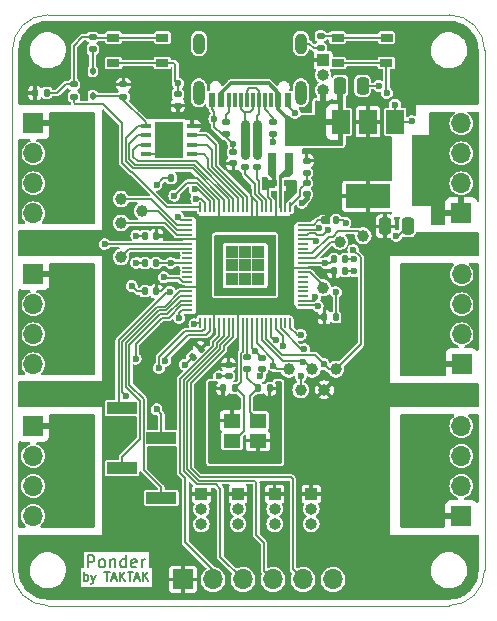
<source format=gbr>
%TF.GenerationSoftware,KiCad,Pcbnew,7.0.7*%
%TF.CreationDate,2024-09-16T17:18:31+01:00*%
%TF.ProjectId,Ponder,506f6e64-6572-42e6-9b69-6361645f7063,1.0RC*%
%TF.SameCoordinates,Original*%
%TF.FileFunction,Copper,L1,Top*%
%TF.FilePolarity,Positive*%
%FSLAX46Y46*%
G04 Gerber Fmt 4.6, Leading zero omitted, Abs format (unit mm)*
G04 Created by KiCad (PCBNEW 7.0.7) date 2024-09-16 17:18:31*
%MOMM*%
%LPD*%
G01*
G04 APERTURE LIST*
G04 Aperture macros list*
%AMRoundRect*
0 Rectangle with rounded corners*
0 $1 Rounding radius*
0 $2 $3 $4 $5 $6 $7 $8 $9 X,Y pos of 4 corners*
0 Add a 4 corners polygon primitive as box body*
4,1,4,$2,$3,$4,$5,$6,$7,$8,$9,$2,$3,0*
0 Add four circle primitives for the rounded corners*
1,1,$1+$1,$2,$3*
1,1,$1+$1,$4,$5*
1,1,$1+$1,$6,$7*
1,1,$1+$1,$8,$9*
0 Add four rect primitives between the rounded corners*
20,1,$1+$1,$2,$3,$4,$5,0*
20,1,$1+$1,$4,$5,$6,$7,0*
20,1,$1+$1,$6,$7,$8,$9,0*
20,1,$1+$1,$8,$9,$2,$3,0*%
G04 Aperture macros list end*
%ADD10C,0.200000*%
%TA.AperFunction,NonConductor*%
%ADD11C,0.200000*%
%TD*%
%ADD12C,0.150000*%
%TA.AperFunction,NonConductor*%
%ADD13C,0.150000*%
%TD*%
%TA.AperFunction,SMDPad,CuDef*%
%ADD14RoundRect,0.250000X-0.250000X-0.475000X0.250000X-0.475000X0.250000X0.475000X-0.250000X0.475000X0*%
%TD*%
%TA.AperFunction,SMDPad,CuDef*%
%ADD15C,1.000000*%
%TD*%
%TA.AperFunction,SMDPad,CuDef*%
%ADD16RoundRect,0.140000X-0.170000X0.140000X-0.170000X-0.140000X0.170000X-0.140000X0.170000X0.140000X0*%
%TD*%
%TA.AperFunction,SMDPad,CuDef*%
%ADD17RoundRect,0.140000X0.170000X-0.140000X0.170000X0.140000X-0.170000X0.140000X-0.170000X-0.140000X0*%
%TD*%
%TA.AperFunction,SMDPad,CuDef*%
%ADD18R,0.600000X1.150000*%
%TD*%
%TA.AperFunction,SMDPad,CuDef*%
%ADD19R,0.300000X1.150000*%
%TD*%
%TA.AperFunction,ComponentPad*%
%ADD20O,1.000000X2.100000*%
%TD*%
%TA.AperFunction,ComponentPad*%
%ADD21O,1.000000X1.800000*%
%TD*%
%TA.AperFunction,SMDPad,CuDef*%
%ADD22RoundRect,0.135000X-0.185000X0.135000X-0.185000X-0.135000X0.185000X-0.135000X0.185000X0.135000X0*%
%TD*%
%TA.AperFunction,SMDPad,CuDef*%
%ADD23RoundRect,0.140000X-0.021213X0.219203X-0.219203X0.021213X0.021213X-0.219203X0.219203X-0.021213X0*%
%TD*%
%TA.AperFunction,SMDPad,CuDef*%
%ADD24R,0.470000X0.530000*%
%TD*%
%TA.AperFunction,SMDPad,CuDef*%
%ADD25R,1.500000X2.000000*%
%TD*%
%TA.AperFunction,SMDPad,CuDef*%
%ADD26R,3.800000X2.000000*%
%TD*%
%TA.AperFunction,SMDPad,CuDef*%
%ADD27RoundRect,0.135000X0.185000X-0.135000X0.185000X0.135000X-0.185000X0.135000X-0.185000X-0.135000X0*%
%TD*%
%TA.AperFunction,SMDPad,CuDef*%
%ADD28RoundRect,0.112500X-0.112500X0.187500X-0.112500X-0.187500X0.112500X-0.187500X0.112500X0.187500X0*%
%TD*%
%TA.AperFunction,SMDPad,CuDef*%
%ADD29RoundRect,0.140000X0.140000X0.170000X-0.140000X0.170000X-0.140000X-0.170000X0.140000X-0.170000X0*%
%TD*%
%TA.AperFunction,SMDPad,CuDef*%
%ADD30RoundRect,0.055000X0.335000X-0.055000X0.335000X0.055000X-0.335000X0.055000X-0.335000X-0.055000X0*%
%TD*%
%TA.AperFunction,SMDPad,CuDef*%
%ADD31RoundRect,0.055000X-0.055000X-0.335000X0.055000X-0.335000X0.055000X0.335000X-0.055000X0.335000X0*%
%TD*%
%TA.AperFunction,ComponentPad*%
%ADD32C,0.600000*%
%TD*%
%TA.AperFunction,SMDPad,CuDef*%
%ADD33R,1.133333X1.133333*%
%TD*%
%TA.AperFunction,SMDPad,CuDef*%
%ADD34RoundRect,0.140000X-0.140000X-0.170000X0.140000X-0.170000X0.140000X0.170000X-0.140000X0.170000X0*%
%TD*%
%TA.AperFunction,ComponentPad*%
%ADD35R,1.700000X1.700000*%
%TD*%
%TA.AperFunction,ComponentPad*%
%ADD36O,1.700000X1.700000*%
%TD*%
%TA.AperFunction,ComponentPad*%
%ADD37R,1.000000X1.000000*%
%TD*%
%TA.AperFunction,ComponentPad*%
%ADD38O,1.000000X1.000000*%
%TD*%
%TA.AperFunction,SMDPad,CuDef*%
%ADD39R,0.850000X0.350000*%
%TD*%
%TA.AperFunction,SMDPad,CuDef*%
%ADD40R,2.400000X3.100000*%
%TD*%
%TA.AperFunction,SMDPad,CuDef*%
%ADD41RoundRect,0.135000X-0.135000X-0.185000X0.135000X-0.185000X0.135000X0.185000X-0.135000X0.185000X0*%
%TD*%
%TA.AperFunction,SMDPad,CuDef*%
%ADD42R,1.050000X0.650000*%
%TD*%
%TA.AperFunction,SMDPad,CuDef*%
%ADD43R,1.400000X1.200000*%
%TD*%
%TA.AperFunction,SMDPad,CuDef*%
%ADD44R,0.700000X1.700000*%
%TD*%
%TA.AperFunction,SMDPad,CuDef*%
%ADD45R,2.510000X1.000000*%
%TD*%
%TA.AperFunction,ViaPad*%
%ADD46C,0.600000*%
%TD*%
%TA.AperFunction,Conductor*%
%ADD47C,0.300000*%
%TD*%
%TA.AperFunction,Conductor*%
%ADD48C,0.150000*%
%TD*%
%TA.AperFunction,Conductor*%
%ADD49C,0.200000*%
%TD*%
%TA.AperFunction,Conductor*%
%ADD50C,0.400000*%
%TD*%
%TA.AperFunction,Conductor*%
%ADD51C,0.800000*%
%TD*%
%TA.AperFunction,Profile*%
%ADD52C,0.100000*%
%TD*%
G04 APERTURE END LIST*
D10*
D11*
X126969673Y-119767219D02*
X126969673Y-118767219D01*
X126969673Y-118767219D02*
X127350625Y-118767219D01*
X127350625Y-118767219D02*
X127445863Y-118814838D01*
X127445863Y-118814838D02*
X127493482Y-118862457D01*
X127493482Y-118862457D02*
X127541101Y-118957695D01*
X127541101Y-118957695D02*
X127541101Y-119100552D01*
X127541101Y-119100552D02*
X127493482Y-119195790D01*
X127493482Y-119195790D02*
X127445863Y-119243409D01*
X127445863Y-119243409D02*
X127350625Y-119291028D01*
X127350625Y-119291028D02*
X126969673Y-119291028D01*
X128112530Y-119767219D02*
X128017292Y-119719600D01*
X128017292Y-119719600D02*
X127969673Y-119671980D01*
X127969673Y-119671980D02*
X127922054Y-119576742D01*
X127922054Y-119576742D02*
X127922054Y-119291028D01*
X127922054Y-119291028D02*
X127969673Y-119195790D01*
X127969673Y-119195790D02*
X128017292Y-119148171D01*
X128017292Y-119148171D02*
X128112530Y-119100552D01*
X128112530Y-119100552D02*
X128255387Y-119100552D01*
X128255387Y-119100552D02*
X128350625Y-119148171D01*
X128350625Y-119148171D02*
X128398244Y-119195790D01*
X128398244Y-119195790D02*
X128445863Y-119291028D01*
X128445863Y-119291028D02*
X128445863Y-119576742D01*
X128445863Y-119576742D02*
X128398244Y-119671980D01*
X128398244Y-119671980D02*
X128350625Y-119719600D01*
X128350625Y-119719600D02*
X128255387Y-119767219D01*
X128255387Y-119767219D02*
X128112530Y-119767219D01*
X128874435Y-119100552D02*
X128874435Y-119767219D01*
X128874435Y-119195790D02*
X128922054Y-119148171D01*
X128922054Y-119148171D02*
X129017292Y-119100552D01*
X129017292Y-119100552D02*
X129160149Y-119100552D01*
X129160149Y-119100552D02*
X129255387Y-119148171D01*
X129255387Y-119148171D02*
X129303006Y-119243409D01*
X129303006Y-119243409D02*
X129303006Y-119767219D01*
X130207768Y-119767219D02*
X130207768Y-118767219D01*
X130207768Y-119719600D02*
X130112530Y-119767219D01*
X130112530Y-119767219D02*
X129922054Y-119767219D01*
X129922054Y-119767219D02*
X129826816Y-119719600D01*
X129826816Y-119719600D02*
X129779197Y-119671980D01*
X129779197Y-119671980D02*
X129731578Y-119576742D01*
X129731578Y-119576742D02*
X129731578Y-119291028D01*
X129731578Y-119291028D02*
X129779197Y-119195790D01*
X129779197Y-119195790D02*
X129826816Y-119148171D01*
X129826816Y-119148171D02*
X129922054Y-119100552D01*
X129922054Y-119100552D02*
X130112530Y-119100552D01*
X130112530Y-119100552D02*
X130207768Y-119148171D01*
X131064911Y-119719600D02*
X130969673Y-119767219D01*
X130969673Y-119767219D02*
X130779197Y-119767219D01*
X130779197Y-119767219D02*
X130683959Y-119719600D01*
X130683959Y-119719600D02*
X130636340Y-119624361D01*
X130636340Y-119624361D02*
X130636340Y-119243409D01*
X130636340Y-119243409D02*
X130683959Y-119148171D01*
X130683959Y-119148171D02*
X130779197Y-119100552D01*
X130779197Y-119100552D02*
X130969673Y-119100552D01*
X130969673Y-119100552D02*
X131064911Y-119148171D01*
X131064911Y-119148171D02*
X131112530Y-119243409D01*
X131112530Y-119243409D02*
X131112530Y-119338647D01*
X131112530Y-119338647D02*
X130636340Y-119433885D01*
X131541102Y-119767219D02*
X131541102Y-119100552D01*
X131541102Y-119291028D02*
X131588721Y-119195790D01*
X131588721Y-119195790D02*
X131636340Y-119148171D01*
X131636340Y-119148171D02*
X131731578Y-119100552D01*
X131731578Y-119100552D02*
X131826816Y-119100552D01*
D12*
D13*
X126677255Y-120900414D02*
X126677255Y-120150414D01*
X126677255Y-120436128D02*
X126748684Y-120400414D01*
X126748684Y-120400414D02*
X126891541Y-120400414D01*
X126891541Y-120400414D02*
X126962969Y-120436128D01*
X126962969Y-120436128D02*
X126998684Y-120471842D01*
X126998684Y-120471842D02*
X127034398Y-120543271D01*
X127034398Y-120543271D02*
X127034398Y-120757557D01*
X127034398Y-120757557D02*
X126998684Y-120828985D01*
X126998684Y-120828985D02*
X126962969Y-120864700D01*
X126962969Y-120864700D02*
X126891541Y-120900414D01*
X126891541Y-120900414D02*
X126748684Y-120900414D01*
X126748684Y-120900414D02*
X126677255Y-120864700D01*
X127284397Y-120400414D02*
X127462969Y-120900414D01*
X127641540Y-120400414D02*
X127462969Y-120900414D01*
X127462969Y-120900414D02*
X127391540Y-121078985D01*
X127391540Y-121078985D02*
X127355826Y-121114700D01*
X127355826Y-121114700D02*
X127284397Y-121150414D01*
X128391541Y-120150414D02*
X128820113Y-120150414D01*
X128605827Y-120900414D02*
X128605827Y-120150414D01*
X129034399Y-120686128D02*
X129391542Y-120686128D01*
X128962970Y-120900414D02*
X129212970Y-120150414D01*
X129212970Y-120150414D02*
X129462970Y-120900414D01*
X129712970Y-120900414D02*
X129712970Y-120150414D01*
X130141541Y-120900414D02*
X129820113Y-120471842D01*
X130141541Y-120150414D02*
X129712970Y-120578985D01*
X130355827Y-120150414D02*
X130784399Y-120150414D01*
X130570113Y-120900414D02*
X130570113Y-120150414D01*
X130998685Y-120686128D02*
X131355828Y-120686128D01*
X130927256Y-120900414D02*
X131177256Y-120150414D01*
X131177256Y-120150414D02*
X131427256Y-120900414D01*
X131677256Y-120900414D02*
X131677256Y-120150414D01*
X132105827Y-120900414D02*
X131784399Y-120471842D01*
X132105827Y-120150414D02*
X131677256Y-120578985D01*
D14*
%TO.P,C13,1*%
%TO.N,VBUS*%
X148350000Y-79000000D03*
%TO.P,C13,2*%
%TO.N,GND*%
X150250000Y-79000000D03*
%TD*%
D15*
%TO.P,TP7,1,1*%
%TO.N,/GPIO7*%
X129800000Y-90600000D03*
%TD*%
D16*
%TO.P,C5,1*%
%TO.N,+3V3*%
X138900000Y-102620000D03*
%TO.P,C5,2*%
%TO.N,GND*%
X138900000Y-103580000D03*
%TD*%
D15*
%TO.P,TP9,1,1*%
%TO.N,/GPIO9*%
X129800000Y-93500000D03*
%TD*%
D17*
%TO.P,C4,1*%
%TO.N,+3V3*%
X139300000Y-85580000D03*
%TO.P,C4,2*%
%TO.N,GND*%
X139300000Y-84620000D03*
%TD*%
D18*
%TO.P,J1,A1,GND*%
%TO.N,GND*%
X143900000Y-80180000D03*
%TO.P,J1,A4,VBUS*%
%TO.N,VBUS*%
X143100000Y-80180000D03*
D19*
%TO.P,J1,A5,CC1*%
%TO.N,Net-(J1-CC1)*%
X141950000Y-80180000D03*
%TO.P,J1,A6,D+*%
%TO.N,/USB_D+*%
X140950000Y-80180000D03*
%TO.P,J1,A7,D-*%
%TO.N,/USB_D-*%
X140450000Y-80180000D03*
%TO.P,J1,A8,SBU1*%
%TO.N,unconnected-(J1-SBU1-PadA8)*%
X139450000Y-80180000D03*
D18*
%TO.P,J1,A9,VBUS*%
%TO.N,VBUS*%
X138300000Y-80180000D03*
%TO.P,J1,A12,GND*%
%TO.N,GND*%
X137500000Y-80180000D03*
%TO.P,J1,B1,GND*%
X137500000Y-80180000D03*
%TO.P,J1,B4,VBUS*%
%TO.N,VBUS*%
X138300000Y-80180000D03*
D19*
%TO.P,J1,B5,CC2*%
%TO.N,Net-(J1-CC2)*%
X138950000Y-80180000D03*
%TO.P,J1,B6,D+*%
%TO.N,/USB_D+*%
X139950000Y-80180000D03*
%TO.P,J1,B7,D-*%
%TO.N,/USB_D-*%
X141450000Y-80180000D03*
%TO.P,J1,B8,SBU2*%
%TO.N,unconnected-(J1-SBU2-PadB8)*%
X142450000Y-80180000D03*
D18*
%TO.P,J1,B9,VBUS*%
%TO.N,VBUS*%
X143100000Y-80180000D03*
%TO.P,J1,B12,GND*%
%TO.N,GND*%
X143900000Y-80180000D03*
D20*
%TO.P,J1,S1,SHIELD*%
X145020000Y-79605000D03*
D21*
X145020000Y-75425000D03*
D20*
X136380000Y-79605000D03*
D21*
X136380000Y-75425000D03*
%TD*%
D16*
%TO.P,C15,1*%
%TO.N,/VREG_AVDD*%
X145500000Y-87220000D03*
%TO.P,C15,2*%
%TO.N,GND*%
X145500000Y-88180000D03*
%TD*%
D22*
%TO.P,R4,1*%
%TO.N,Net-(R4-Pad1)*%
X146700000Y-74790000D03*
%TO.P,R4,2*%
%TO.N,GND*%
X146700000Y-75810000D03*
%TD*%
D23*
%TO.P,C12,1*%
%TO.N,+3V3*%
X136539411Y-101260589D03*
%TO.P,C12,2*%
%TO.N,GND*%
X135860589Y-101939411D03*
%TD*%
D24*
%TO.P,C16,1*%
%TO.N,+3V3*%
X142785000Y-88150000D03*
%TO.P,C16,2*%
%TO.N,GND*%
X143815000Y-88150000D03*
%TD*%
D22*
%TO.P,R6,1*%
%TO.N,/USB_D-*%
X141300000Y-84890000D03*
%TO.P,R6,2*%
%TO.N,Net-(U3-USB_DM)*%
X141300000Y-85910000D03*
%TD*%
D25*
%TO.P,U1,1,GND*%
%TO.N,GND*%
X153000000Y-82050000D03*
%TO.P,U1,2,VO*%
%TO.N,+3V3*%
X150700000Y-82050000D03*
D26*
X150700000Y-88350000D03*
D25*
%TO.P,U1,3,VI*%
%TO.N,VBUS*%
X148400000Y-82050000D03*
%TD*%
D27*
%TO.P,R2,1*%
%TO.N,GND*%
X138700000Y-83110000D03*
%TO.P,R2,2*%
%TO.N,Net-(J1-CC2)*%
X138700000Y-82090000D03*
%TD*%
D15*
%TO.P,TP12,1,1*%
%TO.N,/GPIO40_ADC0*%
X146900000Y-96100000D03*
%TD*%
%TO.P,TP4,1,1*%
%TO.N,+3V3*%
X147000000Y-104750000D03*
%TD*%
D28*
%TO.P,D10,1,K*%
%TO.N,Net-(D10-K)*%
X127400000Y-77750000D03*
%TO.P,D10,2,A*%
%TO.N,/QSPI_SS*%
X127400000Y-79850000D03*
%TD*%
D27*
%TO.P,R1,1*%
%TO.N,GND*%
X142700000Y-83110000D03*
%TO.P,R1,2*%
%TO.N,Net-(J1-CC1)*%
X142700000Y-82090000D03*
%TD*%
D15*
%TO.P,TP1,1,1*%
%TO.N,/SWCLK*%
X144000000Y-103000000D03*
%TD*%
D29*
%TO.P,C6,1*%
%TO.N,+3V3*%
X134980000Y-86800000D03*
%TO.P,C6,2*%
%TO.N,GND*%
X134020000Y-86800000D03*
%TD*%
D30*
%TO.P,U3,1,GPIO4*%
%TO.N,/RP_PWR_LED*%
X135403500Y-90400000D03*
%TO.P,U3,2,GPIO5*%
%TO.N,/GPIO5*%
X135403500Y-90800000D03*
%TO.P,U3,3,GPIO6*%
%TO.N,/GPIO6*%
X135403500Y-91200000D03*
%TO.P,U3,4,GPIO7*%
%TO.N,/GPIO7*%
X135403500Y-91600000D03*
%TO.P,U3,5,IOVDD*%
%TO.N,+3V3*%
X135403500Y-92000000D03*
%TO.P,U3,6,GPIO8*%
%TO.N,/RP_UART1_LED*%
X135403500Y-92400000D03*
%TO.P,U3,7,GPIO9*%
%TO.N,/GPIO9*%
X135403500Y-92800000D03*
%TO.P,U3,8,GPIO10*%
%TO.N,unconnected-(U3-GPIO10-Pad8)*%
X135403500Y-93200000D03*
%TO.P,U3,9,GPIO11*%
%TO.N,unconnected-(U3-GPIO11-Pad9)*%
X135403500Y-93600000D03*
%TO.P,U3,10,DVDD*%
%TO.N,+1V1*%
X135403500Y-94000000D03*
%TO.P,U3,11,GPIO12*%
%TO.N,unconnected-(U3-GPIO12-Pad11)*%
X135403500Y-94400000D03*
%TO.P,U3,12,GPIO13*%
%TO.N,unconnected-(U3-GPIO13-Pad12)*%
X135403500Y-94800000D03*
%TO.P,U3,13,GPIO14*%
%TO.N,unconnected-(U3-GPIO14-Pad13)*%
X135403500Y-95200000D03*
%TO.P,U3,14,GPIO15*%
%TO.N,/GPIO15*%
X135403500Y-95600000D03*
%TO.P,U3,15,IOVDD*%
%TO.N,+3V3*%
X135403500Y-96000000D03*
%TO.P,U3,16,GPIO16*%
%TO.N,/GPIO16*%
X135403500Y-96400000D03*
%TO.P,U3,17,GPIO17*%
%TO.N,/GPIO17*%
X135403500Y-96800000D03*
%TO.P,U3,18,GPIO18*%
%TO.N,/GPIO18*%
X135403500Y-97200000D03*
%TO.P,U3,19,GPIO19*%
%TO.N,/RP_UART2_LED*%
X135403500Y-97600000D03*
%TO.P,U3,20,GPIO20*%
%TO.N,/RP_UART1_TX*%
X135403500Y-98000000D03*
D31*
%TO.P,U3,21,GPIO21*%
%TO.N,/RP_UART1_RX*%
X136500000Y-99096500D03*
%TO.P,U3,22,GPIO22*%
%TO.N,/RP_UART2_RX*%
X136900000Y-99096500D03*
%TO.P,U3,23,GPIO23*%
%TO.N,/RP_UART2_TX*%
X137300000Y-99096500D03*
%TO.P,U3,24,IOVDD*%
%TO.N,+3V3*%
X137700000Y-99096500D03*
%TO.P,U3,25,GPIO24*%
%TO.N,/RP_SPI1-MISO_I2C0-SDA*%
X138100000Y-99096500D03*
%TO.P,U3,26,GPIO25*%
%TO.N,/RP_SPI1-CSn_I2C0-SCL*%
X138500000Y-99096500D03*
%TO.P,U3,27,GPIO26*%
%TO.N,/RP_SPI1-SCK_I2C1-SDA*%
X138900000Y-99096500D03*
%TO.P,U3,28,GPIO27*%
%TO.N,/RP_SPI1-MOSI_I2C1-SCL*%
X139300000Y-99096500D03*
%TO.P,U3,29,IOVDD*%
%TO.N,+3V3*%
X139700000Y-99096500D03*
%TO.P,U3,30,XIN*%
%TO.N,/XIN*%
X140100000Y-99096500D03*
%TO.P,U3,31,XOUT*%
%TO.N,/XOUT*%
X140500000Y-99096500D03*
%TO.P,U3,32,DVDD*%
%TO.N,+1V1*%
X140900000Y-99096500D03*
%TO.P,U3,33,SWCLK*%
%TO.N,/SWCLK*%
X141300000Y-99096500D03*
%TO.P,U3,34,SWD*%
%TO.N,/SWD*%
X141700000Y-99096500D03*
%TO.P,U3,35,RUN*%
%TO.N,/RUN*%
X142100000Y-99096500D03*
%TO.P,U3,36,GPIO28*%
%TO.N,/RP_UART3_RX*%
X142500000Y-99096500D03*
%TO.P,U3,37,GPIO29*%
%TO.N,/RP_UART3_TX*%
X142900000Y-99096500D03*
%TO.P,U3,38,GPIO30*%
%TO.N,/RP_UART3_LED*%
X143300000Y-99096500D03*
%TO.P,U3,39,GPIO31*%
%TO.N,unconnected-(U3-GPIO31-Pad39)*%
X143700000Y-99096500D03*
%TO.P,U3,40,GPIO32*%
%TO.N,/RP_UART4_RX*%
X144100000Y-99096500D03*
D30*
%TO.P,U3,41,IOVDD*%
%TO.N,+3V3*%
X145196500Y-98000000D03*
%TO.P,U3,42,GPIO33*%
%TO.N,/RP_UART4_TX*%
X145196500Y-97600000D03*
%TO.P,U3,43,GPIO34*%
%TO.N,/RP_UART4_LED*%
X145196500Y-97200000D03*
%TO.P,U3,44,GPIO35*%
%TO.N,unconnected-(U3-GPIO35-Pad44)*%
X145196500Y-96800000D03*
%TO.P,U3,45,GPIO36*%
%TO.N,unconnected-(U3-GPIO36-Pad45)*%
X145196500Y-96400000D03*
%TO.P,U3,46,GPIO37*%
%TO.N,unconnected-(U3-GPIO37-Pad46)*%
X145196500Y-96000000D03*
%TO.P,U3,47,GPIO38*%
%TO.N,unconnected-(U3-GPIO38-Pad47)*%
X145196500Y-95600000D03*
%TO.P,U3,48,GPIO39*%
%TO.N,unconnected-(U3-GPIO39-Pad48)*%
X145196500Y-95200000D03*
%TO.P,U3,49,GPIO40_ADC0*%
%TO.N,/GPIO40_ADC0*%
X145196500Y-94800000D03*
%TO.P,U3,50,IOVDD*%
%TO.N,+3V3*%
X145196500Y-94400000D03*
%TO.P,U3,51,DVDD*%
%TO.N,+1V1*%
X145196500Y-94000000D03*
%TO.P,U3,52,GPIO41_ADC1*%
%TO.N,/GPIO41_ADC1*%
X145196500Y-93600000D03*
%TO.P,U3,53,GPIO42_ADC2*%
%TO.N,/GPIO42_ADC2*%
X145196500Y-93200000D03*
%TO.P,U3,54,GPIO43_ADC3*%
%TO.N,unconnected-(U3-GPIO43_ADC3-Pad54)*%
X145196500Y-92800000D03*
%TO.P,U3,55,GPIO44_ADC4*%
%TO.N,unconnected-(U3-GPIO44_ADC4-Pad55)*%
X145196500Y-92400000D03*
%TO.P,U3,56,GPIO45_ADC5*%
%TO.N,/RP_UART5_LED*%
X145196500Y-92000000D03*
%TO.P,U3,57,GPIO46_ADC6*%
%TO.N,/RP_UART5_RX*%
X145196500Y-91600000D03*
%TO.P,U3,58,GPIO47_ADC7*%
%TO.N,/RP_UART5_TX*%
X145196500Y-91200000D03*
%TO.P,U3,59,ADC_AVDD*%
%TO.N,+3V3*%
X145196500Y-90800000D03*
%TO.P,U3,60,IOVDD*%
X145196500Y-90400000D03*
D31*
%TO.P,U3,61,VREG_AVDD*%
%TO.N,/VREG_AVDD*%
X144100000Y-89303500D03*
%TO.P,U3,62,VREG_PGND*%
%TO.N,GND*%
X143700000Y-89303500D03*
%TO.P,U3,63,VREG_LX*%
%TO.N,/VREG_LX*%
X143300000Y-89303500D03*
%TO.P,U3,64,VREG_VIN*%
%TO.N,+3V3*%
X142900000Y-89303500D03*
%TO.P,U3,65,VREG_FB*%
%TO.N,+1V1*%
X142500000Y-89303500D03*
%TO.P,U3,66,USB_DM*%
%TO.N,Net-(U3-USB_DM)*%
X142100000Y-89303500D03*
%TO.P,U3,67,USB_DP*%
%TO.N,Net-(U3-USB_DP)*%
X141700000Y-89303500D03*
%TO.P,U3,68,USB_OTP_VDD*%
%TO.N,+3V3*%
X141300000Y-89303500D03*
%TO.P,U3,69,QSPI_IOVDD*%
X140900000Y-89303500D03*
%TO.P,U3,70,QSPI_SD3*%
%TO.N,/QSPI_SD3*%
X140500000Y-89303500D03*
%TO.P,U3,71,QSPI_SCLK*%
%TO.N,/QSPI_SCLK*%
X140100000Y-89303500D03*
%TO.P,U3,72,QSPI_SD0*%
%TO.N,/QSPI_SD0*%
X139700000Y-89303500D03*
%TO.P,U3,73,QSPI_SD2*%
%TO.N,/QSPI_SD2*%
X139300000Y-89303500D03*
%TO.P,U3,74,QSPI_SD1*%
%TO.N,/QSPI_SD1*%
X138900000Y-89303500D03*
%TO.P,U3,75,QSPI_SS*%
%TO.N,/QSPI_SS*%
X138500000Y-89303500D03*
%TO.P,U3,76,IOVDD*%
%TO.N,+3V3*%
X138100000Y-89303500D03*
%TO.P,U3,77,GPIO0*%
%TO.N,/RP_UART0_TX*%
X137700000Y-89303500D03*
%TO.P,U3,78,GPIO1*%
%TO.N,/RP_UART0_RX*%
X137300000Y-89303500D03*
%TO.P,U3,79,GPIO2*%
%TO.N,/RP_UART0_LED*%
X136900000Y-89303500D03*
%TO.P,U3,80,GPIO3*%
%TO.N,/USR_SW*%
X136500000Y-89303500D03*
D32*
%TO.P,U3,81,GND*%
%TO.N,GND*%
X139166667Y-93066667D03*
D33*
X139166667Y-93066667D03*
D32*
X139166667Y-94200000D03*
D33*
X139166667Y-94200000D03*
D32*
X139166667Y-95333333D03*
D33*
X139166667Y-95333333D03*
D32*
X140300000Y-93066667D03*
D33*
X140300000Y-93066667D03*
D32*
X140300000Y-94200000D03*
D33*
X140300000Y-94200000D03*
D32*
X140300000Y-95333333D03*
D33*
X140300000Y-95333333D03*
D32*
X141433333Y-93066667D03*
D33*
X141433333Y-93066667D03*
D32*
X141433333Y-94200000D03*
D33*
X141433333Y-94200000D03*
D32*
X141433333Y-95333333D03*
D33*
X141433333Y-95333333D03*
%TD*%
D24*
%TO.P,C17,1*%
%TO.N,+1V1*%
X142785000Y-87200000D03*
%TO.P,C17,2*%
%TO.N,GND*%
X143815000Y-87200000D03*
%TD*%
D29*
%TO.P,C7,1*%
%TO.N,+3V3*%
X132780000Y-91700000D03*
%TO.P,C7,2*%
%TO.N,GND*%
X131820000Y-91700000D03*
%TD*%
D14*
%TO.P,C14,1*%
%TO.N,+3V3*%
X152150000Y-90900000D03*
%TO.P,C14,2*%
%TO.N,GND*%
X154050000Y-90900000D03*
%TD*%
D34*
%TO.P,C3,1*%
%TO.N,+1V1*%
X147820000Y-93700000D03*
%TO.P,C3,2*%
%TO.N,GND*%
X148780000Y-93700000D03*
%TD*%
D35*
%TO.P,J8,1,Pin_1*%
%TO.N,+3V3*%
X135040000Y-120800000D03*
D36*
%TO.P,J8,2,Pin_2*%
%TO.N,/RP_SPI1-MISO_I2C0-SDA*%
X137580000Y-120800000D03*
%TO.P,J8,3,Pin_3*%
%TO.N,/RP_SPI1-CSn_I2C0-SCL*%
X140120000Y-120800000D03*
%TO.P,J8,4,Pin_4*%
%TO.N,/RP_SPI1-SCK_I2C1-SDA*%
X142660000Y-120800000D03*
%TO.P,J8,5,Pin_5*%
%TO.N,/RP_SPI1-MOSI_I2C1-SCL*%
X145200000Y-120800000D03*
%TO.P,J8,6,Pin_6*%
%TO.N,GND*%
X147740000Y-120800000D03*
%TD*%
D37*
%TO.P,J12,1,Pin_1*%
%TO.N,+3V3*%
X136600000Y-113580000D03*
D38*
%TO.P,J12,2,Pin_2*%
%TO.N,Net-(J12-Pin_2)*%
X136600000Y-114850000D03*
%TO.P,J12,3,Pin_3*%
%TO.N,GND*%
X136600000Y-116120000D03*
%TD*%
D22*
%TO.P,R3,1*%
%TO.N,+3V3*%
X145500000Y-85340000D03*
%TO.P,R3,2*%
%TO.N,/VREG_AVDD*%
X145500000Y-86360000D03*
%TD*%
%TO.P,R9,1*%
%TO.N,/XOUT*%
X140500000Y-101995000D03*
%TO.P,R9,2*%
%TO.N,Net-(C20-Pad1)*%
X140500000Y-103015000D03*
%TD*%
D27*
%TO.P,R44,1*%
%TO.N,/USR_SW*%
X125800000Y-79910000D03*
%TO.P,R44,2*%
%TO.N,Net-(R43-Pad2)*%
X125800000Y-78890000D03*
%TD*%
D39*
%TO.P,U2,1,~{CS}*%
%TO.N,/QSPI_SS*%
X131900000Y-82400000D03*
%TO.P,U2,2,IO1/DO*%
%TO.N,/QSPI_SD1*%
X131900000Y-83200000D03*
%TO.P,U2,3,IO2/~{WP}*%
%TO.N,/QSPI_SD2*%
X131900000Y-84000000D03*
%TO.P,U2,4,GND*%
%TO.N,GND*%
X131900000Y-84800000D03*
%TO.P,U2,5,IO0/DI*%
%TO.N,/QSPI_SD0*%
X135800000Y-84800000D03*
%TO.P,U2,6,CLK*%
%TO.N,/QSPI_SCLK*%
X135800000Y-84000000D03*
%TO.P,U2,7,IO3/~{HOLD}*%
%TO.N,/QSPI_SD3*%
X135800000Y-83200000D03*
%TO.P,U2,8,VCC*%
%TO.N,+3V3*%
X135800000Y-82400000D03*
D40*
%TO.P,U2,9,EP*%
%TO.N,GND*%
X133850000Y-83600000D03*
%TD*%
D34*
%TO.P,C8,1*%
%TO.N,+3V3*%
X147825000Y-94700000D03*
%TO.P,C8,2*%
%TO.N,GND*%
X148785000Y-94700000D03*
%TD*%
D15*
%TO.P,TP10,1,1*%
%TO.N,/GPIO41_ADC1*%
X148300000Y-92200000D03*
%TD*%
D41*
%TO.P,R43,1*%
%TO.N,+3V3*%
X122490000Y-79600000D03*
%TO.P,R43,2*%
%TO.N,Net-(R43-Pad2)*%
X123510000Y-79600000D03*
%TD*%
D15*
%TO.P,TP3,1,1*%
%TO.N,GND*%
X145000000Y-104750000D03*
%TD*%
D37*
%TO.P,J14,1,Pin_1*%
%TO.N,+3V3*%
X142800000Y-113560000D03*
D38*
%TO.P,J14,2,Pin_2*%
%TO.N,Net-(J14-Pin_2)*%
X142800000Y-114830000D03*
%TO.P,J14,3,Pin_3*%
%TO.N,GND*%
X142800000Y-116100000D03*
%TD*%
D16*
%TO.P,C2,1*%
%TO.N,+1V1*%
X141700000Y-102020000D03*
%TO.P,C2,2*%
%TO.N,GND*%
X141700000Y-102980000D03*
%TD*%
D29*
%TO.P,C1,1*%
%TO.N,+1V1*%
X132780000Y-94000000D03*
%TO.P,C1,2*%
%TO.N,GND*%
X131820000Y-94000000D03*
%TD*%
%TO.P,C19,1*%
%TO.N,/XIN*%
X139405000Y-104620000D03*
%TO.P,C19,2*%
%TO.N,GND*%
X138445000Y-104620000D03*
%TD*%
D42*
%TO.P,SW2,1,1*%
%TO.N,Net-(R43-Pad2)*%
X129150000Y-74925000D03*
X133300000Y-74925000D03*
%TO.P,SW2,2,2*%
%TO.N,GND*%
X129150000Y-77075000D03*
X133275000Y-77075000D03*
%TD*%
D34*
%TO.P,C10,1*%
%TO.N,+3V3*%
X147020000Y-98600000D03*
%TO.P,C10,2*%
%TO.N,GND*%
X147980000Y-98600000D03*
%TD*%
D43*
%TO.P,X1,1,1*%
%TO.N,/XIN*%
X139200000Y-109050000D03*
%TO.P,X1,2,2*%
%TO.N,GND*%
X141400000Y-109050000D03*
%TO.P,X1,3,3*%
%TO.N,Net-(C20-Pad1)*%
X141400000Y-107350000D03*
%TO.P,X1,4,4*%
%TO.N,GND*%
X139200000Y-107350000D03*
%TD*%
D44*
%TO.P,L1,1,1*%
%TO.N,+1V1*%
X142600000Y-85550000D03*
%TO.P,L1,2,2*%
%TO.N,/VREG_LX*%
X144000000Y-85550000D03*
%TD*%
D42*
%TO.P,SW1,1,1*%
%TO.N,Net-(R4-Pad1)*%
X148125000Y-74925000D03*
X152275000Y-74925000D03*
%TO.P,SW1,2,2*%
%TO.N,/RUN*%
X148125000Y-77075000D03*
X152250000Y-77075000D03*
%TD*%
D15*
%TO.P,TP2,1,1*%
%TO.N,/SWD*%
X146000000Y-103000000D03*
%TD*%
D34*
%TO.P,C11,1*%
%TO.N,+3V3*%
X147020000Y-90400000D03*
%TO.P,C11,2*%
%TO.N,GND*%
X147980000Y-90400000D03*
%TD*%
D22*
%TO.P,R8,1*%
%TO.N,Net-(R43-Pad2)*%
X127400000Y-74890000D03*
%TO.P,R8,2*%
%TO.N,Net-(D10-K)*%
X127400000Y-75910000D03*
%TD*%
%TO.P,R5,1*%
%TO.N,/USB_D+*%
X140300000Y-84890000D03*
%TO.P,R5,2*%
%TO.N,Net-(U3-USB_DP)*%
X140300000Y-85910000D03*
%TD*%
D15*
%TO.P,TP8,1,1*%
%TO.N,/GPIO6*%
X131600000Y-89600000D03*
%TD*%
D37*
%TO.P,J13,1,Pin_1*%
%TO.N,+3V3*%
X139700000Y-113550000D03*
D38*
%TO.P,J13,2,Pin_2*%
%TO.N,Net-(J13-Pin_2)*%
X139700000Y-114820000D03*
%TO.P,J13,3,Pin_3*%
%TO.N,GND*%
X139700000Y-116090000D03*
%TD*%
D17*
%TO.P,C18,1*%
%TO.N,+3V3*%
X134600000Y-80680000D03*
%TO.P,C18,2*%
%TO.N,GND*%
X134600000Y-79720000D03*
%TD*%
D29*
%TO.P,C9,1*%
%TO.N,+3V3*%
X132780000Y-96400000D03*
%TO.P,C9,2*%
%TO.N,GND*%
X131820000Y-96400000D03*
%TD*%
D15*
%TO.P,TP11,1,1*%
%TO.N,/GPIO42_ADC2*%
X150300000Y-91700000D03*
%TD*%
%TO.P,TP5,1,1*%
%TO.N,/RUN*%
X148000000Y-103000000D03*
%TD*%
D34*
%TO.P,C20,1*%
%TO.N,Net-(C20-Pad1)*%
X141415000Y-104620000D03*
%TO.P,C20,2*%
%TO.N,GND*%
X142375000Y-104620000D03*
%TD*%
D15*
%TO.P,TP6,1,1*%
%TO.N,/GPIO5*%
X129800000Y-88600000D03*
%TD*%
D22*
%TO.P,R7,1*%
%TO.N,+3V3*%
X130000000Y-78890000D03*
%TO.P,R7,2*%
%TO.N,/QSPI_SS*%
X130000000Y-79910000D03*
%TD*%
D37*
%TO.P,J15,1,Pin_1*%
%TO.N,+3V3*%
X145900000Y-113560000D03*
D38*
%TO.P,J15,2,Pin_2*%
%TO.N,Net-(J15-Pin_2)*%
X145900000Y-114830000D03*
%TO.P,J15,3,Pin_3*%
%TO.N,GND*%
X145900000Y-116100000D03*
%TD*%
D45*
%TO.P,J11,1,Pin_1*%
%TO.N,/GPIO15*%
X129900000Y-106290000D03*
%TO.P,J11,2,Pin_2*%
%TO.N,/GPIO16*%
X133210000Y-108830000D03*
%TO.P,J11,3,Pin_3*%
%TO.N,/GPIO17*%
X129900000Y-111370000D03*
%TO.P,J11,4,Pin_4*%
%TO.N,/GPIO18*%
X133210000Y-113910000D03*
%TD*%
D35*
%TO.P,J6,1,Pin_1*%
%TO.N,/DUT4_VCC*%
X158625000Y-102580000D03*
D36*
%TO.P,J6,2,Pin_2*%
%TO.N,Net-(J6-Pin_2)*%
X158625000Y-100040000D03*
%TO.P,J6,3,Pin_3*%
%TO.N,Net-(J6-Pin_3)*%
X158625000Y-97500000D03*
%TO.P,J6,4,Pin_4*%
%TO.N,/DUT4_GND*%
X158625000Y-94960000D03*
%TD*%
D35*
%TO.P,J2,1,Pin_1*%
%TO.N,/DUT0_VCC*%
X122375000Y-82175000D03*
D36*
%TO.P,J2,2,Pin_2*%
%TO.N,Net-(J2-Pin_2)*%
X122375000Y-84715000D03*
%TO.P,J2,3,Pin_3*%
%TO.N,Net-(J2-Pin_3)*%
X122375000Y-87255000D03*
%TO.P,J2,4,Pin_4*%
%TO.N,/DUT0_GND*%
X122375000Y-89795000D03*
%TD*%
D35*
%TO.P,J7,1,Pin_1*%
%TO.N,/DUT5_VCC*%
X158600000Y-89800000D03*
D36*
%TO.P,J7,2,Pin_2*%
%TO.N,Net-(J7-Pin_2)*%
X158600000Y-87260000D03*
%TO.P,J7,3,Pin_3*%
%TO.N,Net-(J7-Pin_3)*%
X158600000Y-84720000D03*
%TO.P,J7,4,Pin_4*%
%TO.N,/DUT5_GND*%
X158600000Y-82180000D03*
%TD*%
D35*
%TO.P,J3,1,Pin_1*%
%TO.N,/DUT1_VCC*%
X122375000Y-94950000D03*
D36*
%TO.P,J3,2,Pin_2*%
%TO.N,Net-(J3-Pin_2)*%
X122375000Y-97490000D03*
%TO.P,J3,3,Pin_3*%
%TO.N,Net-(J3-Pin_3)*%
X122375000Y-100030000D03*
%TO.P,J3,4,Pin_4*%
%TO.N,/DUT1_GND*%
X122375000Y-102570000D03*
%TD*%
D35*
%TO.P,J5,1,Pin_1*%
%TO.N,/DUT3_VCC*%
X158600000Y-115420000D03*
D36*
%TO.P,J5,2,Pin_2*%
%TO.N,Net-(J5-Pin_2)*%
X158600000Y-112880000D03*
%TO.P,J5,3,Pin_3*%
%TO.N,Net-(J5-Pin_3)*%
X158600000Y-110340000D03*
%TO.P,J5,4,Pin_4*%
%TO.N,/DUT3_GND*%
X158600000Y-107800000D03*
%TD*%
D37*
%TO.P,J9,1,Pin_1*%
%TO.N,+3V3*%
X146900000Y-76825000D03*
D38*
%TO.P,J9,2,Pin_2*%
%TO.N,/VOUT1_SELECT*%
X146900000Y-78095000D03*
%TO.P,J9,3,Pin_3*%
%TO.N,VBUS*%
X146900000Y-79365000D03*
%TD*%
D35*
%TO.P,J4,1,Pin_1*%
%TO.N,/DUT2_VCC*%
X122350000Y-107805000D03*
D36*
%TO.P,J4,2,Pin_2*%
%TO.N,Net-(J4-Pin_2)*%
X122350000Y-110345000D03*
%TO.P,J4,3,Pin_3*%
%TO.N,Net-(J4-Pin_3)*%
X122350000Y-112885000D03*
%TO.P,J4,4,Pin_4*%
%TO.N,/DUT2_GND*%
X122350000Y-115425000D03*
%TD*%
D46*
%TO.N,VBUS*%
X144100000Y-82800000D03*
%TO.N,GND*%
X147980000Y-96480000D03*
X130700000Y-95940500D03*
X132800000Y-87375500D03*
X137600000Y-107400000D03*
X137700000Y-104620000D03*
X134200000Y-83000000D03*
X131080000Y-94000000D03*
X149520000Y-93700000D03*
X154400000Y-82000000D03*
X145000000Y-103600000D03*
X144400000Y-87250000D03*
X144400000Y-87850000D03*
X142900000Y-108600000D03*
X153000000Y-80600000D03*
X153100000Y-91700000D03*
X139300000Y-83900000D03*
X134600000Y-78800000D03*
X141600000Y-103600000D03*
X149520000Y-94700000D03*
X137700000Y-81800000D03*
X131085000Y-91700000D03*
X138100000Y-103600000D03*
X148800000Y-90600000D03*
X142700000Y-83800000D03*
X135200000Y-102600000D03*
X145100000Y-88900000D03*
X144500000Y-81300000D03*
X151600000Y-79000000D03*
X142375000Y-105675000D03*
%TO.N,+3V3*%
X150000000Y-103000000D03*
X138383128Y-84058628D03*
X135485570Y-86624500D03*
X150100000Y-90300000D03*
X132400000Y-107400000D03*
X149900000Y-116200000D03*
X133344906Y-99303151D03*
X133100000Y-111600000D03*
X148000000Y-86000000D03*
X146000000Y-99200000D03*
X131470878Y-80929122D03*
X148214638Y-111838112D03*
X129800000Y-95000000D03*
%TO.N,+1V1*%
X142000000Y-87000000D03*
X142000000Y-87600000D03*
X147100000Y-94000000D03*
X142000000Y-92000000D03*
X142600000Y-94000000D03*
X134000000Y-94000000D03*
X141100000Y-96500000D03*
X141100000Y-101420000D03*
X138100000Y-94000000D03*
%TO.N,/SWCLK*%
X142700000Y-102700000D03*
%TO.N,/SWD*%
X145194004Y-102349500D03*
%TO.N,/RUN*%
X149462463Y-92900000D03*
X146950000Y-102550000D03*
X152300000Y-79600000D03*
%TO.N,/RP_UART0_LED*%
X136165680Y-88548380D03*
%TO.N,/RP_UART0_TX*%
X134300000Y-88300000D03*
%TO.N,/RP_UART0_RX*%
X136029122Y-87770878D03*
%TO.N,/RP_UART1_LED*%
X128400000Y-92400000D03*
%TO.N,/RP_UART1_TX*%
X134724500Y-98665674D03*
%TO.N,/RP_UART1_RX*%
X136000000Y-99200000D03*
%TO.N,/RP_UART2_LED*%
X131024500Y-102100000D03*
%TO.N,/RP_UART2_TX*%
X133549000Y-102300000D03*
%TO.N,/RP_UART2_RX*%
X133024500Y-102895896D03*
%TO.N,/RP_UART3_LED*%
X145300000Y-101300000D03*
%TO.N,/RP_UART3_TX*%
X143519268Y-101033954D03*
%TO.N,/RP_UART3_RX*%
X142933010Y-100566990D03*
%TO.N,/RP_UART4_LED*%
X146216926Y-96926497D03*
%TO.N,/RP_UART5_LED*%
X146298788Y-92124500D03*
%TO.N,/RP_UART4_TX*%
X146434755Y-97643647D03*
%TO.N,/RP_UART4_RX*%
X145008628Y-100066872D03*
%TO.N,/RP_UART5_TX*%
X146567447Y-91074309D03*
%TO.N,/RP_UART5_RX*%
X147310588Y-91171758D03*
%TO.N,/RP_PWR_LED*%
X134600000Y-90100000D03*
%TO.N,/GPIO16*%
X132800000Y-106400000D03*
X130229122Y-105270878D03*
%TO.N,/GPIO15*%
X133400000Y-95200000D03*
X133908628Y-96433128D03*
%TD*%
D47*
%TO.N,VBUS*%
X143100000Y-81000000D02*
X144100000Y-82000000D01*
X143100000Y-80180000D02*
X143100000Y-81000000D01*
X143100000Y-79600000D02*
X143100000Y-80180000D01*
X138300000Y-80180000D02*
X138300000Y-79600000D01*
X142300000Y-78800000D02*
X143100000Y-79600000D01*
X138300000Y-79600000D02*
X139100000Y-78800000D01*
X139100000Y-78800000D02*
X142300000Y-78800000D01*
D48*
%TO.N,GND*%
X146690000Y-75800000D02*
X146100000Y-75800000D01*
X153000000Y-80600000D02*
X153000000Y-82050000D01*
X141600000Y-103600000D02*
X141700000Y-103500000D01*
D49*
X138440000Y-104620000D02*
X137700000Y-104620000D01*
D50*
X145500000Y-88500000D02*
X145100000Y-88900000D01*
D48*
X131900000Y-84800000D02*
X132650000Y-84800000D01*
X138700000Y-83110000D02*
X138310000Y-83110000D01*
X137700000Y-81200000D02*
X137700000Y-81800000D01*
X134400000Y-77200000D02*
X134400000Y-78600000D01*
X137500000Y-80180000D02*
X137500000Y-81000000D01*
X130700000Y-95940500D02*
X130716236Y-95940500D01*
X143900000Y-80700000D02*
X144500000Y-81300000D01*
X147980000Y-90400000D02*
X148600000Y-90400000D01*
X138120000Y-103580000D02*
X138100000Y-103600000D01*
D50*
X145500000Y-88180000D02*
X145500000Y-88500000D01*
D48*
X153250000Y-91700000D02*
X154050000Y-90900000D01*
X142700000Y-83800000D02*
X142700000Y-83110000D01*
D49*
X139300000Y-84620000D02*
X139300000Y-83900000D01*
D48*
X133850000Y-83350000D02*
X134200000Y-83000000D01*
X138310000Y-83110000D02*
X137700000Y-82500000D01*
X137500000Y-81000000D02*
X137700000Y-81200000D01*
X134600000Y-79720000D02*
X134600000Y-78800000D01*
X131085000Y-91700000D02*
X131820000Y-91700000D01*
X145725000Y-75425000D02*
X145020000Y-75425000D01*
X142380000Y-105670000D02*
X142380000Y-104620000D01*
X138700000Y-83110000D02*
X138700000Y-83300000D01*
X131080000Y-94000000D02*
X131820000Y-94000000D01*
X142375000Y-105675000D02*
X142380000Y-105670000D01*
X147900000Y-96400000D02*
X147980000Y-96480000D01*
X138700000Y-83300000D02*
X139300000Y-83900000D01*
X134400000Y-78600000D02*
X134600000Y-78800000D01*
X138900000Y-103580000D02*
X138120000Y-103580000D01*
X135860589Y-101939411D02*
X135200000Y-102600000D01*
X153000000Y-82050000D02*
X154350000Y-82050000D01*
X148600000Y-90400000D02*
X148800000Y-90600000D01*
X132650000Y-84800000D02*
X133850000Y-83600000D01*
X141700000Y-103500000D02*
X141700000Y-102980000D01*
X131175736Y-96400000D02*
X131820000Y-96400000D01*
X153100000Y-91700000D02*
X153250000Y-91700000D01*
X133850000Y-83600000D02*
X133850000Y-83350000D01*
X129150000Y-77075000D02*
X133275000Y-77075000D01*
X133375500Y-86800000D02*
X134020000Y-86800000D01*
X130716236Y-95940500D02*
X131175736Y-96400000D01*
X134275000Y-77075000D02*
X134400000Y-77200000D01*
X148785000Y-94700000D02*
X149520000Y-94700000D01*
X147980000Y-98600000D02*
X147980000Y-96480000D01*
X132800000Y-87375500D02*
X133375500Y-86800000D01*
X146100000Y-75800000D02*
X145725000Y-75425000D01*
X143900000Y-80180000D02*
X143900000Y-80700000D01*
X145000000Y-104750000D02*
X145000000Y-103600000D01*
X148780000Y-93700000D02*
X149520000Y-93700000D01*
X133275000Y-77075000D02*
X134275000Y-77075000D01*
X154350000Y-82050000D02*
X154400000Y-82000000D01*
X137700000Y-82500000D02*
X137700000Y-81800000D01*
X146700000Y-75810000D02*
X146690000Y-75800000D01*
X151600000Y-79000000D02*
X150250000Y-79000000D01*
%TO.N,+3V3*%
X146600000Y-94400000D02*
X146900000Y-94700000D01*
D49*
X135403500Y-92000000D02*
X136200000Y-92000000D01*
D48*
X138100000Y-89303500D02*
X138100000Y-88674264D01*
X146500000Y-90400000D02*
X147020000Y-90400000D01*
X139700000Y-98810000D02*
X139700000Y-100700000D01*
X135017520Y-96000000D02*
X135690000Y-96000000D01*
D49*
X140900000Y-89303500D02*
X140900000Y-90100000D01*
D48*
X140800000Y-87800000D02*
X140800000Y-88300000D01*
X140800000Y-88300000D02*
X140900000Y-88400000D01*
X133700000Y-95900000D02*
X134917520Y-95900000D01*
D49*
X142900000Y-89303500D02*
X142900000Y-90100000D01*
X137700000Y-99096500D02*
X137700000Y-98300000D01*
D48*
X132780000Y-96400000D02*
X133200000Y-96400000D01*
X146900000Y-94700000D02*
X147825000Y-94700000D01*
X139700000Y-100700000D02*
X138900000Y-101500000D01*
X133200000Y-96400000D02*
X133700000Y-95900000D01*
D49*
X135403500Y-96000000D02*
X136200000Y-96000000D01*
D48*
X141300000Y-88800000D02*
X140800000Y-88300000D01*
X140900000Y-88400000D02*
X140900000Y-89303500D01*
X133500000Y-91700000D02*
X132780000Y-91700000D01*
X144910000Y-94400000D02*
X146600000Y-94400000D01*
D49*
X145196500Y-94400000D02*
X144100000Y-94400000D01*
D48*
X135403500Y-92000000D02*
X133800000Y-92000000D01*
X145196500Y-90800000D02*
X146100000Y-90800000D01*
X146100000Y-90800000D02*
X146500000Y-90400000D01*
X145196500Y-98000000D02*
X146000000Y-98000000D01*
X136225736Y-86800000D02*
X134980000Y-86800000D01*
X138900000Y-101500000D02*
X138900000Y-102620000D01*
X139300000Y-85580000D02*
X139300000Y-86300000D01*
X139300000Y-86300000D02*
X140800000Y-87800000D01*
D49*
X137700000Y-100100000D02*
X136539411Y-101260589D01*
D48*
X133800000Y-92000000D02*
X133500000Y-91700000D01*
D49*
X137700000Y-99096500D02*
X137700000Y-100100000D01*
X138100000Y-89303500D02*
X138100000Y-90100000D01*
D48*
X146000000Y-98000000D02*
X146600000Y-98600000D01*
D49*
X139700000Y-99096500D02*
X139700000Y-98300000D01*
D48*
X141300000Y-89303500D02*
X141300000Y-88800000D01*
X146600000Y-98600000D02*
X147020000Y-98600000D01*
D49*
X141300000Y-89303500D02*
X141300000Y-90100000D01*
D48*
X138100000Y-88674264D02*
X136225736Y-86800000D01*
X134917520Y-95900000D02*
X135017520Y-96000000D01*
%TO.N,/XIN*%
X139375000Y-109050000D02*
X139200000Y-109050000D01*
X140200000Y-105300000D02*
X140200000Y-108225000D01*
X140100000Y-101500000D02*
X139955000Y-101645000D01*
X140200000Y-108225000D02*
X139375000Y-109050000D01*
X139955000Y-101645000D02*
X139955000Y-104070000D01*
X139300000Y-104510000D02*
X139410000Y-104510000D01*
X139955000Y-104070000D02*
X139405000Y-104620000D01*
X139410000Y-104510000D02*
X140200000Y-105300000D01*
X140100000Y-99096500D02*
X140100000Y-101500000D01*
%TO.N,+1V1*%
X142375000Y-88600000D02*
X142375000Y-88575736D01*
X134000000Y-94000000D02*
X132780000Y-94000000D01*
X145196500Y-94000000D02*
X147100000Y-94000000D01*
X142475000Y-89278500D02*
X142475000Y-88700000D01*
X140900000Y-99096500D02*
X140900000Y-101220000D01*
D49*
X147100000Y-94000000D02*
X147520000Y-94000000D01*
D48*
X141700000Y-102020000D02*
X141100000Y-101420000D01*
X142475000Y-88700000D02*
X142375000Y-88600000D01*
D49*
X134000000Y-94000000D02*
X135403500Y-94000000D01*
X147520000Y-94000000D02*
X147820000Y-93700000D01*
D48*
X142375000Y-88575736D02*
X142200000Y-88400736D01*
X142200000Y-88400736D02*
X142200000Y-87200000D01*
X142200000Y-87200000D02*
X142000000Y-87000000D01*
X140900000Y-101220000D02*
X141100000Y-101420000D01*
X142500000Y-89303500D02*
X142475000Y-89278500D01*
%TO.N,/VREG_AVDD*%
X144940000Y-88310000D02*
X144940000Y-87780000D01*
D49*
X144100000Y-89303500D02*
X144100000Y-89200000D01*
D48*
X144940000Y-87780000D02*
X145500000Y-87220000D01*
D49*
X145500000Y-86360000D02*
X145500000Y-87220000D01*
D48*
X144100000Y-89150000D02*
X144940000Y-88310000D01*
%TO.N,/SWCLK*%
X142700000Y-102700000D02*
X142700000Y-102193812D01*
X143000000Y-103000000D02*
X144000000Y-103000000D01*
X142700000Y-102700000D02*
X143000000Y-103000000D01*
X141300000Y-100793812D02*
X141300000Y-99096500D01*
X142700000Y-102193812D02*
X141300000Y-100793812D01*
%TO.N,/SWD*%
X145275000Y-102275000D02*
X145400000Y-102400000D01*
X141700000Y-100500000D02*
X143475000Y-102275000D01*
X145194004Y-102349500D02*
X145349500Y-102349500D01*
X145349500Y-102349500D02*
X145400000Y-102400000D01*
X145400000Y-102400000D02*
X146000000Y-103000000D01*
X141700000Y-99096500D02*
X141700000Y-100500000D01*
X143475000Y-102275000D02*
X145275000Y-102275000D01*
%TO.N,/XOUT*%
X140500000Y-99096500D02*
X140500000Y-102025000D01*
%TO.N,/QSPI_SS*%
X127400000Y-79850000D02*
X129940000Y-79850000D01*
X130000000Y-80200000D02*
X131900000Y-82100000D01*
X138500000Y-89303500D02*
X138500000Y-88650000D01*
X131900000Y-82100000D02*
X131900000Y-82400000D01*
X129940000Y-79850000D02*
X130000000Y-79910000D01*
X130200000Y-83400000D02*
X131200000Y-82400000D01*
X130200000Y-85400000D02*
X130200000Y-83400000D01*
X131200000Y-82400000D02*
X131900000Y-82400000D01*
X130000000Y-79910000D02*
X130000000Y-80200000D01*
X135850000Y-86000000D02*
X130800000Y-86000000D01*
X138500000Y-88650000D02*
X135850000Y-86000000D01*
X130800000Y-86000000D02*
X130200000Y-85400000D01*
%TO.N,Net-(D10-K)*%
X127400000Y-77750000D02*
X127400000Y-75910000D01*
D49*
%TO.N,/USB_D+*%
X140950000Y-80955000D02*
X140705000Y-81200000D01*
X139950000Y-80955000D02*
X139950000Y-80180000D01*
X140285000Y-81290000D02*
X139950000Y-80955000D01*
X140705000Y-81200000D02*
X140195000Y-81200000D01*
D51*
X140285000Y-82200000D02*
X140285000Y-84875000D01*
D49*
X140195000Y-81200000D02*
X139950000Y-80955000D01*
X140950000Y-80180000D02*
X140950000Y-80955000D01*
D51*
X140285000Y-84875000D02*
X140300000Y-84890000D01*
D49*
X140285000Y-82200000D02*
X140285000Y-81290000D01*
%TO.N,/USB_D-*%
X141245000Y-79200000D02*
X141450000Y-79405000D01*
X141450000Y-79405000D02*
X141450000Y-80180000D01*
X140655000Y-79200000D02*
X141245000Y-79200000D01*
X141300000Y-82200000D02*
X141300000Y-81535000D01*
D51*
X141300000Y-82200000D02*
X141300000Y-84890000D01*
D49*
X141450000Y-81385000D02*
X141450000Y-80180000D01*
X140450000Y-80180000D02*
X140450000Y-79405000D01*
X140450000Y-79405000D02*
X140655000Y-79200000D01*
X141300000Y-81535000D02*
X141450000Y-81385000D01*
D48*
%TO.N,/RUN*%
X152250000Y-77075000D02*
X148125000Y-77075000D01*
X142100000Y-100475736D02*
X143449264Y-101825000D01*
X150100000Y-93537537D02*
X150100000Y-100900000D01*
X152250000Y-77075000D02*
X152250000Y-79550000D01*
X146225000Y-101825000D02*
X147400000Y-103000000D01*
X149462463Y-92900000D02*
X150100000Y-93537537D01*
X152250000Y-79550000D02*
X152300000Y-79600000D01*
X142100000Y-99096500D02*
X142100000Y-100475736D01*
X150100000Y-100900000D02*
X148000000Y-103000000D01*
X147400000Y-103000000D02*
X148000000Y-103000000D01*
X143449264Y-101825000D02*
X146225000Y-101825000D01*
%TO.N,/QSPI_SD1*%
X130500000Y-85200000D02*
X130500000Y-83900000D01*
X131200000Y-83200000D02*
X131900000Y-83200000D01*
X136000000Y-85700000D02*
X131000000Y-85700000D01*
X138900000Y-88600000D02*
X136000000Y-85700000D01*
X138900000Y-89303500D02*
X138900000Y-88600000D01*
X131000000Y-85700000D02*
X130500000Y-85200000D01*
X130500000Y-83900000D02*
X131200000Y-83200000D01*
%TO.N,/QSPI_SD2*%
X136124264Y-85400000D02*
X131200000Y-85400000D01*
X130800000Y-85000000D02*
X130800000Y-84400000D01*
X130800000Y-84400000D02*
X131200000Y-84000000D01*
X131200000Y-84000000D02*
X131900000Y-84000000D01*
X131200000Y-85400000D02*
X130800000Y-85000000D01*
X139300000Y-89303500D02*
X139300000Y-88575736D01*
X139300000Y-88575736D02*
X136124264Y-85400000D01*
%TO.N,/RP_SPI1-MISO_I2C0-SDA*%
X138100000Y-99096500D02*
X138100000Y-100159620D01*
X135250000Y-117650000D02*
X137580000Y-119980000D01*
X135250000Y-112224264D02*
X135250000Y-117650000D01*
X137600000Y-101000000D02*
X134800000Y-103800000D01*
X137600000Y-100659620D02*
X137600000Y-101000000D01*
X137580000Y-119980000D02*
X137580000Y-120800000D01*
X134800000Y-103800000D02*
X134800000Y-111774264D01*
X134800000Y-111774264D02*
X135250000Y-112224264D01*
X138100000Y-100159620D02*
X137600000Y-100659620D01*
%TO.N,/RP_SPI1-CSn_I2C0-SCL*%
X137900000Y-101124264D02*
X135100000Y-103924264D01*
X135100000Y-103924264D02*
X135100000Y-111650000D01*
X135100000Y-111650000D02*
X136200000Y-112750000D01*
X137850000Y-112750000D02*
X138200000Y-113100000D01*
X136200000Y-112750000D02*
X137850000Y-112750000D01*
X138200000Y-118880000D02*
X140120000Y-120800000D01*
X138200000Y-113100000D02*
X138200000Y-118880000D01*
X138500000Y-99096500D02*
X138500000Y-100183884D01*
X137900000Y-100783884D02*
X137900000Y-101124264D01*
X138500000Y-100183884D02*
X137900000Y-100783884D01*
%TO.N,/RP_SPI1-SCK_I2C1-SDA*%
X141250000Y-112600000D02*
X141250000Y-117050000D01*
X135400000Y-104048528D02*
X135400000Y-111474264D01*
X141910000Y-120050000D02*
X142660000Y-120800000D01*
X141250000Y-117050000D02*
X141910000Y-117710000D01*
X138200000Y-100908148D02*
X138200000Y-101248528D01*
X138900000Y-100208148D02*
X138200000Y-100908148D01*
X141100000Y-112450000D02*
X141250000Y-112600000D01*
X135400000Y-111474264D02*
X136375736Y-112450000D01*
X138900000Y-99096500D02*
X138900000Y-100208148D01*
X136375736Y-112450000D02*
X141100000Y-112450000D01*
X138200000Y-101248528D02*
X135400000Y-104048528D01*
X141910000Y-117710000D02*
X141910000Y-120050000D01*
%TO.N,/RP_SPI1-MOSI_I2C1-SCL*%
X135700000Y-111350000D02*
X136500000Y-112150000D01*
X136500000Y-112150000D02*
X144200000Y-112150000D01*
X138500000Y-101372792D02*
X135700000Y-104172792D01*
X144350000Y-112300000D02*
X144350000Y-119950000D01*
X144200000Y-112150000D02*
X144350000Y-112300000D01*
X135700000Y-104172792D02*
X135700000Y-111350000D01*
X139300000Y-100232412D02*
X138500000Y-101032412D01*
X144350000Y-119950000D02*
X145200000Y-120800000D01*
X138500000Y-101032412D02*
X138500000Y-101372792D01*
X139300000Y-99096500D02*
X139300000Y-100232412D01*
%TO.N,/RP_UART0_LED*%
X136900000Y-88917520D02*
X136900000Y-89303500D01*
X136530860Y-88548380D02*
X136900000Y-88917520D01*
X136165680Y-88548380D02*
X136530860Y-88548380D01*
%TO.N,/RP_UART0_TX*%
X136200000Y-87200000D02*
X137700000Y-88700000D01*
X135271188Y-87335000D02*
X135406188Y-87200000D01*
X135265000Y-87335000D02*
X135271188Y-87335000D01*
X134300000Y-88300000D02*
X135265000Y-87335000D01*
X135406188Y-87200000D02*
X136200000Y-87200000D01*
X137700000Y-88700000D02*
X137700000Y-89303500D01*
%TO.N,/RP_UART0_RX*%
X136319406Y-87770878D02*
X137300000Y-88751472D01*
X136029122Y-87770878D02*
X136319406Y-87770878D01*
X137300000Y-88751472D02*
X137300000Y-89303500D01*
%TO.N,Net-(R4-Pad1)*%
X152275000Y-74925000D02*
X148125000Y-74925000D01*
X146700000Y-74790000D02*
X147990000Y-74790000D01*
X147990000Y-74790000D02*
X148125000Y-74925000D01*
%TO.N,Net-(J1-CC1)*%
X142700000Y-81700000D02*
X142700000Y-82090000D01*
X141950000Y-80180000D02*
X141950000Y-80950000D01*
X141950000Y-80950000D02*
X142700000Y-81700000D01*
%TO.N,Net-(J1-CC2)*%
X138950000Y-80180000D02*
X138950000Y-81250000D01*
X138950000Y-81250000D02*
X138700000Y-81500000D01*
X138700000Y-81500000D02*
X138700000Y-82090000D01*
%TO.N,/QSPI_SD3*%
X137000000Y-83200000D02*
X135800000Y-83200000D01*
X140500000Y-89303500D02*
X140500000Y-88451472D01*
X137800000Y-85751472D02*
X137800000Y-84000000D01*
X137800000Y-84000000D02*
X137000000Y-83200000D01*
X140500000Y-88451472D02*
X137800000Y-85751472D01*
%TO.N,/QSPI_SD0*%
X136800000Y-84800000D02*
X135800000Y-84800000D01*
X137200000Y-86000000D02*
X137200000Y-85200000D01*
X137200000Y-85200000D02*
X136800000Y-84800000D01*
X139700000Y-89303500D02*
X139700000Y-88500000D01*
X139700000Y-88500000D02*
X137200000Y-86000000D01*
%TO.N,/QSPI_SCLK*%
X137500000Y-85875736D02*
X137500000Y-84400000D01*
X140100000Y-89303500D02*
X140100000Y-88475736D01*
X137500000Y-84400000D02*
X137100000Y-84000000D01*
X140100000Y-88475736D02*
X137500000Y-85875736D01*
X137100000Y-84000000D02*
X135800000Y-84000000D01*
%TO.N,/GPIO42_ADC2*%
X147707732Y-91766963D02*
X148174695Y-91300000D01*
X145196500Y-93200000D02*
X145966963Y-93200000D01*
X148174695Y-91300000D02*
X149900000Y-91300000D01*
X149900000Y-91300000D02*
X150300000Y-91700000D01*
X147400000Y-91766963D02*
X147707732Y-91766963D01*
X145966963Y-93200000D02*
X147400000Y-91766963D01*
%TO.N,/GPIO41_ADC1*%
X145196500Y-93600000D02*
X146192894Y-93600000D01*
X146192894Y-93600000D02*
X147592894Y-92200000D01*
X147592894Y-92200000D02*
X148300000Y-92200000D01*
%TO.N,/GPIO40_ADC0*%
X145800000Y-94800000D02*
X146900000Y-95900000D01*
X145196500Y-94800000D02*
X145800000Y-94800000D01*
X146900000Y-95900000D02*
X146900000Y-96100000D01*
%TO.N,/RP_UART1_LED*%
X135403500Y-92400000D02*
X129700000Y-92400000D01*
X129700000Y-92400000D02*
X128500000Y-92400000D01*
X128500000Y-92400000D02*
X128400000Y-92400000D01*
%TO.N,/RP_UART1_TX*%
X134924264Y-98000000D02*
X135403500Y-98000000D01*
X134724500Y-98665674D02*
X134724500Y-98199764D01*
X134724500Y-98199764D02*
X134924264Y-98000000D01*
%TO.N,/RP_UART1_RX*%
X136103500Y-99096500D02*
X136500000Y-99096500D01*
X136000000Y-99200000D02*
X136103500Y-99096500D01*
X136496500Y-99100000D02*
X136500000Y-99096500D01*
%TO.N,/RP_UART2_LED*%
X134900000Y-97600000D02*
X135403500Y-97600000D01*
X131024500Y-102100000D02*
X131024500Y-100881801D01*
X131024500Y-100881801D02*
X133255565Y-98650736D01*
X133849264Y-98650736D02*
X134900000Y-97600000D01*
X133255565Y-98650736D02*
X133849264Y-98650736D01*
%TO.N,/RP_UART2_TX*%
X137000000Y-100100000D02*
X137300000Y-99800000D01*
X133549000Y-102051000D02*
X135500000Y-100100000D01*
X133549000Y-102300000D02*
X133549000Y-102051000D01*
X137300000Y-99800000D02*
X137300000Y-99096500D01*
X135500000Y-100100000D02*
X137000000Y-100100000D01*
%TO.N,/RP_UART2_RX*%
X136900000Y-99575736D02*
X136900000Y-99096500D01*
X136675736Y-99800000D02*
X136900000Y-99575736D01*
X135200000Y-99800000D02*
X136675736Y-99800000D01*
X133024500Y-102895896D02*
X133024500Y-101975500D01*
X133024500Y-101975500D02*
X135200000Y-99800000D01*
%TO.N,/RP_UART3_LED*%
X145300000Y-101300000D02*
X145049264Y-101300000D01*
X145049264Y-101300000D02*
X143300000Y-99550736D01*
X143300000Y-99550736D02*
X143300000Y-99096500D01*
%TO.N,/RP_UART3_TX*%
X143519268Y-100194268D02*
X142900000Y-99575000D01*
X142900000Y-99575000D02*
X142900000Y-99096500D01*
X143519268Y-101033954D02*
X143519268Y-100194268D01*
%TO.N,/RP_UART3_RX*%
X142500000Y-100300000D02*
X142766990Y-100566990D01*
X142500000Y-99096500D02*
X142500000Y-100300000D01*
X142766990Y-100566990D02*
X142933010Y-100566990D01*
%TO.N,/RP_UART4_LED*%
X146216926Y-97119013D02*
X146135939Y-97200000D01*
X146135939Y-97200000D02*
X145196500Y-97200000D01*
X146216926Y-96926497D02*
X146216926Y-97119013D01*
%TO.N,/RP_UART5_LED*%
X146174288Y-92000000D02*
X145196500Y-92000000D01*
X146298788Y-92124500D02*
X146174288Y-92000000D01*
%TO.N,/RP_UART4_TX*%
X146391108Y-97600000D02*
X146434755Y-97643647D01*
X145196500Y-97600000D02*
X146391108Y-97600000D01*
%TO.N,/RP_UART4_RX*%
X144100000Y-99096500D02*
X144100000Y-99475736D01*
X144691136Y-100066872D02*
X145008628Y-100066872D01*
X144662132Y-100037868D02*
X144691136Y-100066872D01*
X144100000Y-99475736D02*
X144662132Y-100037868D01*
%TO.N,/RP_UART5_TX*%
X145196500Y-91200000D02*
X146441756Y-91200000D01*
X146441756Y-91200000D02*
X146567447Y-91074309D01*
%TO.N,/RP_UART5_RX*%
X145682480Y-91500000D02*
X146250675Y-91500000D01*
X145196500Y-91600000D02*
X145582480Y-91600000D01*
X145582480Y-91600000D02*
X145682480Y-91500000D01*
X146349984Y-91599309D02*
X146883037Y-91599309D01*
X146883037Y-91599309D02*
X147310588Y-91171758D01*
X146250675Y-91500000D02*
X146349984Y-91599309D01*
%TO.N,/RP_PWR_LED*%
X134900000Y-90400000D02*
X135403500Y-90400000D01*
X134600000Y-90100000D02*
X134900000Y-90400000D01*
%TO.N,Net-(C20-Pad1)*%
X140500000Y-102985000D02*
X140500000Y-103700000D01*
X141415000Y-104615000D02*
X141415000Y-104620000D01*
X141410000Y-104620000D02*
X141380000Y-104620000D01*
X140700000Y-105300000D02*
X140700000Y-106650000D01*
X140700000Y-106650000D02*
X141400000Y-107350000D01*
X140500000Y-103700000D02*
X141415000Y-104615000D01*
X141380000Y-104620000D02*
X140700000Y-105300000D01*
%TO.N,Net-(U3-USB_DP)*%
X141700000Y-89303500D02*
X141700000Y-88750000D01*
X140300000Y-86500000D02*
X140300000Y-85910000D01*
X141700000Y-88750000D02*
X141100000Y-88150000D01*
X141100000Y-88150000D02*
X141100000Y-87300000D01*
X141100000Y-87300000D02*
X140300000Y-86500000D01*
%TO.N,Net-(U3-USB_DM)*%
X141475000Y-87075000D02*
X141475000Y-88100000D01*
X142075000Y-88700000D02*
X142075000Y-89278500D01*
X141300000Y-86900000D02*
X141475000Y-87075000D01*
X141300000Y-85910000D02*
X141300000Y-86900000D01*
X142075000Y-89278500D02*
X142100000Y-89303500D01*
X141475000Y-88100000D02*
X142075000Y-88700000D01*
%TO.N,Net-(R43-Pad2)*%
X125800000Y-75600000D02*
X126510000Y-74890000D01*
X129150000Y-74925000D02*
X133300000Y-74925000D01*
X124400000Y-79600000D02*
X125110000Y-78890000D01*
X126510000Y-74890000D02*
X127400000Y-74890000D01*
X125110000Y-78890000D02*
X125800000Y-78890000D01*
X127435000Y-74925000D02*
X129150000Y-74925000D01*
X123510000Y-79600000D02*
X124400000Y-79600000D01*
X127400000Y-74890000D02*
X127435000Y-74925000D01*
X125800000Y-78890000D02*
X125800000Y-75600000D01*
%TO.N,/USR_SW*%
X125925000Y-80525000D02*
X128231066Y-80525000D01*
X136500000Y-89303500D02*
X136500000Y-89050000D01*
X130675736Y-86300000D02*
X130700000Y-86300000D01*
X133703500Y-89303500D02*
X136500000Y-89303500D01*
X125800000Y-79910000D02*
X125800000Y-80400000D01*
X125800000Y-80400000D02*
X125925000Y-80525000D01*
X129900000Y-82193934D02*
X129900000Y-85524264D01*
X128231066Y-80525000D02*
X129900000Y-82193934D01*
X130700000Y-86300000D02*
X133703500Y-89303500D01*
X129900000Y-85524264D02*
X130675736Y-86300000D01*
%TO.N,/GPIO7*%
X135403500Y-91600000D02*
X134500000Y-91600000D01*
X133500000Y-90600000D02*
X129800000Y-90600000D01*
X134500000Y-91600000D02*
X133500000Y-90600000D01*
%TO.N,/GPIO9*%
X130500000Y-92800000D02*
X129800000Y-93500000D01*
X135403500Y-92800000D02*
X130500000Y-92800000D01*
%TO.N,/GPIO16*%
X132875736Y-97700000D02*
X133475736Y-97700000D01*
X134775736Y-96400000D02*
X135403500Y-96400000D01*
X132800000Y-106400000D02*
X133210000Y-106810000D01*
X129900000Y-104941756D02*
X129900000Y-100675736D01*
X129900000Y-100675736D02*
X132875736Y-97700000D01*
X130229122Y-105270878D02*
X129900000Y-104941756D01*
X133475736Y-97700000D02*
X134775736Y-96400000D01*
X133210000Y-106810000D02*
X133210000Y-108830000D01*
%TO.N,/GPIO17*%
X134800000Y-96800000D02*
X133600000Y-98000000D01*
X129900000Y-110400000D02*
X129900000Y-111370000D01*
X135403500Y-96800000D02*
X134800000Y-96800000D01*
X133600000Y-98000000D02*
X133000000Y-98000000D01*
X130200000Y-100800000D02*
X130200000Y-104500000D01*
X131380000Y-108920000D02*
X129900000Y-110400000D01*
X130200000Y-104500000D02*
X131380000Y-105680000D01*
X131380000Y-105680000D02*
X131380000Y-108920000D01*
X133000000Y-98000000D02*
X130200000Y-100800000D01*
%TO.N,/GPIO18*%
X131720000Y-105520000D02*
X131720000Y-111520000D01*
X130500000Y-104300000D02*
X131720000Y-105520000D01*
X133131301Y-98350736D02*
X130500000Y-100982037D01*
X130500000Y-100982037D02*
X130500000Y-104300000D01*
X131720000Y-111520000D02*
X133210000Y-113010000D01*
X134875736Y-97200000D02*
X133725000Y-98350736D01*
X135403500Y-97200000D02*
X134875736Y-97200000D01*
X133210000Y-113010000D02*
X133210000Y-113910000D01*
X133725000Y-98350736D02*
X133131301Y-98350736D01*
%TO.N,/GPIO15*%
X129600000Y-100551472D02*
X129600000Y-105990000D01*
X133400000Y-95200000D02*
X133500000Y-95300000D01*
X129600000Y-105990000D02*
X129900000Y-106290000D01*
X133718344Y-96433128D02*
X129600000Y-100551472D01*
X133908628Y-96433128D02*
X133718344Y-96433128D01*
X134717520Y-95300000D02*
X135017520Y-95600000D01*
X135017520Y-95600000D02*
X135403500Y-95600000D01*
X133500000Y-95300000D02*
X134717520Y-95300000D01*
%TO.N,/GPIO5*%
X132357537Y-88600000D02*
X129800000Y-88600000D01*
X135403500Y-90800000D02*
X134557537Y-90800000D01*
X134557537Y-90800000D02*
X132357537Y-88600000D01*
%TO.N,/GPIO6*%
X135378500Y-91225000D02*
X134558273Y-91225000D01*
X132933273Y-89600000D02*
X131600000Y-89600000D01*
X135403500Y-91200000D02*
X135378500Y-91225000D01*
X134558273Y-91225000D02*
X132933273Y-89600000D01*
%TD*%
%TA.AperFunction,Conductor*%
%TO.N,/DUT3_VCC*%
G36*
X157961888Y-106819685D02*
G01*
X158007643Y-106872489D01*
X158017587Y-106941647D01*
X157988562Y-107005203D01*
X157973514Y-107019853D01*
X157889116Y-107089116D01*
X157764090Y-107241460D01*
X157764086Y-107241467D01*
X157671188Y-107415266D01*
X157613975Y-107603870D01*
X157594659Y-107800000D01*
X157613975Y-107996129D01*
X157671188Y-108184733D01*
X157764086Y-108358532D01*
X157764090Y-108358539D01*
X157889116Y-108510883D01*
X158041460Y-108635909D01*
X158041467Y-108635913D01*
X158215266Y-108728811D01*
X158215269Y-108728811D01*
X158215273Y-108728814D01*
X158403868Y-108786024D01*
X158600000Y-108805341D01*
X158796132Y-108786024D01*
X158984727Y-108728814D01*
X159158538Y-108635910D01*
X159310883Y-108510883D01*
X159435910Y-108358538D01*
X159528814Y-108184727D01*
X159586024Y-107996132D01*
X159605341Y-107800000D01*
X159586024Y-107603868D01*
X159528814Y-107415273D01*
X159528811Y-107415269D01*
X159528811Y-107415266D01*
X159435913Y-107241467D01*
X159435909Y-107241460D01*
X159310883Y-107089116D01*
X159226486Y-107019853D01*
X159187152Y-106962107D01*
X159185281Y-106892262D01*
X159221469Y-106832494D01*
X159284225Y-106801778D01*
X159305151Y-106800000D01*
X159950500Y-106800000D01*
X160017539Y-106819685D01*
X160063294Y-106872489D01*
X160074500Y-106924000D01*
X160074500Y-114197335D01*
X160054815Y-114264374D01*
X160002011Y-114310129D01*
X159932853Y-114320073D01*
X159869297Y-114291048D01*
X159851234Y-114271647D01*
X159807187Y-114212809D01*
X159692093Y-114126649D01*
X159692086Y-114126645D01*
X159557379Y-114076403D01*
X159557372Y-114076401D01*
X159497844Y-114070000D01*
X158959652Y-114070000D01*
X158892613Y-114050315D01*
X158846858Y-113997511D01*
X158836914Y-113928353D01*
X158865939Y-113864797D01*
X158923655Y-113827339D01*
X158984727Y-113808814D01*
X159158538Y-113715910D01*
X159310883Y-113590883D01*
X159435910Y-113438538D01*
X159528814Y-113264727D01*
X159586024Y-113076132D01*
X159605341Y-112880000D01*
X159586024Y-112683868D01*
X159528814Y-112495273D01*
X159528811Y-112495269D01*
X159528811Y-112495266D01*
X159435913Y-112321467D01*
X159435909Y-112321460D01*
X159310883Y-112169116D01*
X159158539Y-112044090D01*
X159158532Y-112044086D01*
X158984733Y-111951188D01*
X158984727Y-111951186D01*
X158796132Y-111893976D01*
X158796129Y-111893975D01*
X158600000Y-111874659D01*
X158403870Y-111893975D01*
X158215266Y-111951188D01*
X158041467Y-112044086D01*
X158041460Y-112044090D01*
X157889116Y-112169116D01*
X157764090Y-112321460D01*
X157764086Y-112321467D01*
X157671188Y-112495266D01*
X157613975Y-112683870D01*
X157594659Y-112880000D01*
X157613975Y-113076129D01*
X157671188Y-113264733D01*
X157764086Y-113438532D01*
X157764090Y-113438539D01*
X157889116Y-113590883D01*
X158041460Y-113715909D01*
X158041467Y-113715913D01*
X158215268Y-113808812D01*
X158215270Y-113808812D01*
X158215273Y-113808814D01*
X158276344Y-113827339D01*
X158334782Y-113865637D01*
X158363238Y-113929449D01*
X158352678Y-113998516D01*
X158306454Y-114050910D01*
X158240348Y-114070000D01*
X157702155Y-114070000D01*
X157642627Y-114076401D01*
X157642620Y-114076403D01*
X157507913Y-114126645D01*
X157507906Y-114126649D01*
X157392812Y-114212809D01*
X157392809Y-114212812D01*
X157306649Y-114327906D01*
X157306645Y-114327913D01*
X157256403Y-114462620D01*
X157256401Y-114462627D01*
X157250000Y-114522155D01*
X157250000Y-115170000D01*
X157986653Y-115170000D01*
X158053692Y-115189685D01*
X158099447Y-115242489D01*
X158109391Y-115311647D01*
X158105631Y-115328933D01*
X158100000Y-115348111D01*
X158100000Y-115491888D01*
X158105631Y-115511067D01*
X158105630Y-115580936D01*
X158067855Y-115639714D01*
X158004299Y-115668738D01*
X157986653Y-115670000D01*
X157250000Y-115670000D01*
X157250000Y-116276000D01*
X157230315Y-116343039D01*
X157177511Y-116388794D01*
X157126000Y-116400000D01*
X153524000Y-116400000D01*
X153456961Y-116380315D01*
X153411206Y-116327511D01*
X153400000Y-116276000D01*
X153400000Y-110340000D01*
X157594659Y-110340000D01*
X157613975Y-110536129D01*
X157671188Y-110724733D01*
X157764086Y-110898532D01*
X157764090Y-110898539D01*
X157889116Y-111050883D01*
X158041460Y-111175909D01*
X158041467Y-111175913D01*
X158215266Y-111268811D01*
X158215269Y-111268811D01*
X158215273Y-111268814D01*
X158403868Y-111326024D01*
X158600000Y-111345341D01*
X158796132Y-111326024D01*
X158984727Y-111268814D01*
X159158538Y-111175910D01*
X159310883Y-111050883D01*
X159435910Y-110898538D01*
X159528814Y-110724727D01*
X159586024Y-110536132D01*
X159605341Y-110340000D01*
X159586024Y-110143868D01*
X159528814Y-109955273D01*
X159528811Y-109955269D01*
X159528811Y-109955266D01*
X159435913Y-109781467D01*
X159435909Y-109781460D01*
X159310883Y-109629116D01*
X159158539Y-109504090D01*
X159158532Y-109504086D01*
X158984733Y-109411188D01*
X158984727Y-109411186D01*
X158796132Y-109353976D01*
X158796129Y-109353975D01*
X158600000Y-109334659D01*
X158403870Y-109353975D01*
X158215266Y-109411188D01*
X158041467Y-109504086D01*
X158041460Y-109504090D01*
X157889116Y-109629116D01*
X157764090Y-109781460D01*
X157764086Y-109781467D01*
X157671188Y-109955266D01*
X157613975Y-110143870D01*
X157594659Y-110340000D01*
X153400000Y-110340000D01*
X153400000Y-106924000D01*
X153419685Y-106856961D01*
X153472489Y-106811206D01*
X153524000Y-106800000D01*
X157894849Y-106800000D01*
X157961888Y-106819685D01*
G37*
%TD.AperFunction*%
%TD*%
%TA.AperFunction,Conductor*%
%TO.N,/DUT2_VCC*%
G36*
X127543039Y-106819685D02*
G01*
X127588794Y-106872489D01*
X127600000Y-106924000D01*
X127600000Y-116276000D01*
X127580315Y-116343039D01*
X127527511Y-116388794D01*
X127476000Y-116400000D01*
X123085613Y-116400000D01*
X123018574Y-116380315D01*
X122972819Y-116327511D01*
X122962875Y-116258353D01*
X122991900Y-116194797D01*
X123006948Y-116180147D01*
X123060883Y-116135883D01*
X123185909Y-115983539D01*
X123185913Y-115983532D01*
X123278811Y-115809733D01*
X123278811Y-115809732D01*
X123278814Y-115809727D01*
X123336024Y-115621132D01*
X123355341Y-115425000D01*
X123336024Y-115228868D01*
X123278814Y-115040273D01*
X123278811Y-115040269D01*
X123278811Y-115040266D01*
X123185913Y-114866467D01*
X123185909Y-114866460D01*
X123060883Y-114714116D01*
X122908539Y-114589090D01*
X122908532Y-114589086D01*
X122734733Y-114496188D01*
X122734727Y-114496186D01*
X122546132Y-114438976D01*
X122546129Y-114438975D01*
X122350000Y-114419659D01*
X122153870Y-114438975D01*
X121965266Y-114496188D01*
X121791467Y-114589086D01*
X121791460Y-114589090D01*
X121639116Y-114714116D01*
X121514090Y-114866460D01*
X121514086Y-114866467D01*
X121421188Y-115040266D01*
X121363975Y-115228870D01*
X121347903Y-115392062D01*
X121335508Y-115422756D01*
X121343477Y-115435156D01*
X121347903Y-115457937D01*
X121363975Y-115621129D01*
X121421188Y-115809733D01*
X121514086Y-115983532D01*
X121514090Y-115983539D01*
X121639116Y-116135883D01*
X121693052Y-116180147D01*
X121732386Y-116237893D01*
X121734257Y-116307737D01*
X121698069Y-116367506D01*
X121635313Y-116398221D01*
X121614387Y-116400000D01*
X121224500Y-116400000D01*
X121157461Y-116380315D01*
X121111706Y-116327511D01*
X121100500Y-116276000D01*
X121100500Y-115470091D01*
X121113807Y-115424771D01*
X121102672Y-115403013D01*
X121100500Y-115379908D01*
X121100500Y-112930091D01*
X121113807Y-112884771D01*
X121112776Y-112882756D01*
X121335508Y-112882756D01*
X121343477Y-112895156D01*
X121347903Y-112917937D01*
X121363975Y-113081129D01*
X121421188Y-113269733D01*
X121514086Y-113443532D01*
X121514090Y-113443539D01*
X121639116Y-113595883D01*
X121791460Y-113720909D01*
X121791467Y-113720913D01*
X121965266Y-113813811D01*
X121965269Y-113813811D01*
X121965273Y-113813814D01*
X122153868Y-113871024D01*
X122350000Y-113890341D01*
X122546132Y-113871024D01*
X122734727Y-113813814D01*
X122908538Y-113720910D01*
X123060883Y-113595883D01*
X123185910Y-113443538D01*
X123278814Y-113269727D01*
X123336024Y-113081132D01*
X123355341Y-112885000D01*
X123336024Y-112688868D01*
X123278814Y-112500273D01*
X123278811Y-112500269D01*
X123278811Y-112500266D01*
X123185913Y-112326467D01*
X123185909Y-112326460D01*
X123060883Y-112174116D01*
X122908539Y-112049090D01*
X122908532Y-112049086D01*
X122734733Y-111956188D01*
X122734727Y-111956186D01*
X122546132Y-111898976D01*
X122546129Y-111898975D01*
X122350000Y-111879659D01*
X122153870Y-111898975D01*
X121965266Y-111956188D01*
X121791467Y-112049086D01*
X121791460Y-112049090D01*
X121639116Y-112174116D01*
X121514090Y-112326460D01*
X121514086Y-112326467D01*
X121421188Y-112500266D01*
X121363975Y-112688870D01*
X121347903Y-112852062D01*
X121335508Y-112882756D01*
X121112776Y-112882756D01*
X121102672Y-112863013D01*
X121100500Y-112839908D01*
X121100500Y-110390091D01*
X121113807Y-110344771D01*
X121102672Y-110323013D01*
X121100500Y-110299908D01*
X121100500Y-109218236D01*
X121120185Y-109151197D01*
X121172989Y-109105442D01*
X121242147Y-109095498D01*
X121267833Y-109102054D01*
X121392620Y-109148596D01*
X121392627Y-109148598D01*
X121452155Y-109154999D01*
X121452172Y-109155000D01*
X121990348Y-109155000D01*
X122057387Y-109174685D01*
X122103142Y-109227489D01*
X122113086Y-109296647D01*
X122084061Y-109360203D01*
X122026344Y-109397660D01*
X121996630Y-109406673D01*
X121965268Y-109416187D01*
X121791467Y-109509086D01*
X121791460Y-109509090D01*
X121639116Y-109634116D01*
X121514090Y-109786460D01*
X121514086Y-109786467D01*
X121421188Y-109960266D01*
X121363975Y-110148870D01*
X121347903Y-110312062D01*
X121335508Y-110342756D01*
X121343477Y-110355156D01*
X121347903Y-110377937D01*
X121363975Y-110541129D01*
X121421188Y-110729733D01*
X121514086Y-110903532D01*
X121514090Y-110903539D01*
X121639116Y-111055883D01*
X121791460Y-111180909D01*
X121791467Y-111180913D01*
X121965266Y-111273811D01*
X121965269Y-111273811D01*
X121965273Y-111273814D01*
X122153868Y-111331024D01*
X122350000Y-111350341D01*
X122546132Y-111331024D01*
X122734727Y-111273814D01*
X122908538Y-111180910D01*
X123060883Y-111055883D01*
X123185910Y-110903538D01*
X123278814Y-110729727D01*
X123336024Y-110541132D01*
X123355341Y-110345000D01*
X123336024Y-110148868D01*
X123278814Y-109960273D01*
X123278811Y-109960269D01*
X123278811Y-109960266D01*
X123185913Y-109786467D01*
X123185909Y-109786460D01*
X123060883Y-109634116D01*
X122908539Y-109509090D01*
X122908532Y-109509086D01*
X122734731Y-109416187D01*
X122716190Y-109410562D01*
X122673655Y-109397660D01*
X122615218Y-109359363D01*
X122586762Y-109295551D01*
X122597322Y-109226484D01*
X122643546Y-109174090D01*
X122709652Y-109155000D01*
X123247828Y-109155000D01*
X123247844Y-109154999D01*
X123307372Y-109148598D01*
X123307379Y-109148596D01*
X123442086Y-109098354D01*
X123442093Y-109098350D01*
X123557187Y-109012190D01*
X123557190Y-109012187D01*
X123643350Y-108897093D01*
X123643354Y-108897086D01*
X123693596Y-108762379D01*
X123693598Y-108762372D01*
X123699999Y-108702844D01*
X123700000Y-108702827D01*
X123700000Y-108055000D01*
X122963347Y-108055000D01*
X122896308Y-108035315D01*
X122850553Y-107982511D01*
X122840609Y-107913353D01*
X122844369Y-107896067D01*
X122850000Y-107876888D01*
X122850000Y-107733111D01*
X122844369Y-107713933D01*
X122844370Y-107644064D01*
X122882145Y-107585286D01*
X122945701Y-107556262D01*
X122963347Y-107555000D01*
X123699999Y-107555000D01*
X123700000Y-106924000D01*
X123719685Y-106856961D01*
X123772489Y-106811206D01*
X123824000Y-106800000D01*
X127476000Y-106800000D01*
X127543039Y-106819685D01*
G37*
%TD.AperFunction*%
%TD*%
%TA.AperFunction,Conductor*%
%TO.N,/DUT4_VCC*%
G36*
X157938148Y-94019685D02*
G01*
X157983903Y-94072489D01*
X157993847Y-94141647D01*
X157964822Y-94205203D01*
X157949774Y-94219853D01*
X157914116Y-94249116D01*
X157789090Y-94401460D01*
X157789086Y-94401467D01*
X157696188Y-94575266D01*
X157638975Y-94763870D01*
X157619659Y-94960000D01*
X157638975Y-95156129D01*
X157696188Y-95344733D01*
X157789086Y-95518532D01*
X157789090Y-95518539D01*
X157914116Y-95670883D01*
X158066460Y-95795909D01*
X158066467Y-95795913D01*
X158240266Y-95888811D01*
X158240269Y-95888811D01*
X158240273Y-95888814D01*
X158428868Y-95946024D01*
X158625000Y-95965341D01*
X158821132Y-95946024D01*
X159009727Y-95888814D01*
X159183538Y-95795910D01*
X159335883Y-95670883D01*
X159460910Y-95518538D01*
X159553814Y-95344727D01*
X159611024Y-95156132D01*
X159630341Y-94960000D01*
X159611024Y-94763868D01*
X159553814Y-94575273D01*
X159553811Y-94575269D01*
X159553811Y-94575266D01*
X159460913Y-94401467D01*
X159460909Y-94401460D01*
X159335883Y-94249116D01*
X159300226Y-94219853D01*
X159260892Y-94162107D01*
X159259021Y-94092262D01*
X159295209Y-94032494D01*
X159357965Y-94001778D01*
X159378891Y-94000000D01*
X159950500Y-94000000D01*
X160017539Y-94019685D01*
X160063294Y-94072489D01*
X160074500Y-94124000D01*
X160074500Y-101323940D01*
X160054815Y-101390979D01*
X160002011Y-101436734D01*
X159932853Y-101446678D01*
X159869297Y-101417653D01*
X159851234Y-101398252D01*
X159832187Y-101372809D01*
X159717093Y-101286649D01*
X159717086Y-101286645D01*
X159582379Y-101236403D01*
X159582372Y-101236401D01*
X159522844Y-101230000D01*
X158984652Y-101230000D01*
X158917613Y-101210315D01*
X158871858Y-101157511D01*
X158861914Y-101088353D01*
X158890939Y-101024797D01*
X158948655Y-100987339D01*
X159009727Y-100968814D01*
X159183538Y-100875910D01*
X159335883Y-100750883D01*
X159460910Y-100598538D01*
X159553814Y-100424727D01*
X159611024Y-100236132D01*
X159630341Y-100040000D01*
X159611024Y-99843868D01*
X159553814Y-99655273D01*
X159553811Y-99655269D01*
X159553811Y-99655266D01*
X159460913Y-99481467D01*
X159460909Y-99481460D01*
X159335883Y-99329116D01*
X159183539Y-99204090D01*
X159183532Y-99204086D01*
X159009733Y-99111188D01*
X159009727Y-99111186D01*
X158821132Y-99053976D01*
X158821129Y-99053975D01*
X158625000Y-99034659D01*
X158428870Y-99053975D01*
X158240266Y-99111188D01*
X158066467Y-99204086D01*
X158066460Y-99204090D01*
X157914116Y-99329116D01*
X157789090Y-99481460D01*
X157789086Y-99481467D01*
X157696188Y-99655266D01*
X157638975Y-99843870D01*
X157619659Y-100040000D01*
X157638975Y-100236129D01*
X157696188Y-100424733D01*
X157789086Y-100598532D01*
X157789090Y-100598539D01*
X157914116Y-100750883D01*
X158066460Y-100875909D01*
X158066467Y-100875913D01*
X158240268Y-100968812D01*
X158240270Y-100968812D01*
X158240273Y-100968814D01*
X158301344Y-100987339D01*
X158359782Y-101025637D01*
X158388238Y-101089449D01*
X158377678Y-101158516D01*
X158331454Y-101210910D01*
X158265348Y-101230000D01*
X157727155Y-101230000D01*
X157667627Y-101236401D01*
X157667620Y-101236403D01*
X157532913Y-101286645D01*
X157532906Y-101286649D01*
X157417812Y-101372809D01*
X157417809Y-101372812D01*
X157331649Y-101487906D01*
X157331645Y-101487913D01*
X157281403Y-101622620D01*
X157281401Y-101622627D01*
X157275000Y-101682155D01*
X157275000Y-102330000D01*
X158011653Y-102330000D01*
X158078692Y-102349685D01*
X158124447Y-102402489D01*
X158134391Y-102471647D01*
X158130631Y-102488933D01*
X158125000Y-102508111D01*
X158125000Y-102651888D01*
X158130631Y-102671067D01*
X158130630Y-102740936D01*
X158092855Y-102799714D01*
X158029299Y-102828738D01*
X158011653Y-102830000D01*
X157275000Y-102830000D01*
X157275000Y-103476000D01*
X157255315Y-103543039D01*
X157202511Y-103588794D01*
X157151000Y-103600000D01*
X153524000Y-103600000D01*
X153456961Y-103580315D01*
X153411206Y-103527511D01*
X153400000Y-103476000D01*
X153400000Y-97500000D01*
X157619659Y-97500000D01*
X157638975Y-97696129D01*
X157696188Y-97884733D01*
X157789086Y-98058532D01*
X157789090Y-98058539D01*
X157914116Y-98210883D01*
X158066460Y-98335909D01*
X158066467Y-98335913D01*
X158240266Y-98428811D01*
X158240269Y-98428811D01*
X158240273Y-98428814D01*
X158428868Y-98486024D01*
X158625000Y-98505341D01*
X158821132Y-98486024D01*
X159009727Y-98428814D01*
X159183538Y-98335910D01*
X159335883Y-98210883D01*
X159460910Y-98058538D01*
X159553814Y-97884727D01*
X159611024Y-97696132D01*
X159630341Y-97500000D01*
X159611024Y-97303868D01*
X159553814Y-97115273D01*
X159553811Y-97115269D01*
X159553811Y-97115266D01*
X159460913Y-96941467D01*
X159460909Y-96941460D01*
X159335883Y-96789116D01*
X159183539Y-96664090D01*
X159183532Y-96664086D01*
X159009733Y-96571188D01*
X159009727Y-96571186D01*
X158821132Y-96513976D01*
X158821129Y-96513975D01*
X158625000Y-96494659D01*
X158428870Y-96513975D01*
X158240266Y-96571188D01*
X158066467Y-96664086D01*
X158066460Y-96664090D01*
X157914116Y-96789116D01*
X157789090Y-96941460D01*
X157789086Y-96941467D01*
X157696188Y-97115266D01*
X157638975Y-97303870D01*
X157619659Y-97500000D01*
X153400000Y-97500000D01*
X153400000Y-94124000D01*
X153419685Y-94056961D01*
X153472489Y-94011206D01*
X153524000Y-94000000D01*
X157871109Y-94000000D01*
X157938148Y-94019685D01*
G37*
%TD.AperFunction*%
%TD*%
%TA.AperFunction,Conductor*%
%TO.N,+1V1*%
G36*
X142923566Y-84717313D02*
G01*
X142948876Y-84761150D01*
X142950000Y-84774000D01*
X142950000Y-87376000D01*
X142932687Y-87423566D01*
X142888850Y-87448876D01*
X142876000Y-87450000D01*
X142850000Y-87450000D01*
X142850000Y-87576000D01*
X142832687Y-87623566D01*
X142788850Y-87648876D01*
X142776000Y-87650000D01*
X142300000Y-87650000D01*
X142121674Y-87828326D01*
X142075798Y-87849718D01*
X142069348Y-87850000D01*
X141930652Y-87850000D01*
X141883086Y-87832687D01*
X141878326Y-87828326D01*
X141722174Y-87672174D01*
X141700782Y-87626298D01*
X141700500Y-87619848D01*
X141700500Y-87081879D01*
X141700551Y-87079943D01*
X141703106Y-87031169D01*
X141704653Y-87031250D01*
X141712557Y-86990555D01*
X141723663Y-86976336D01*
X141928326Y-86771674D01*
X141974203Y-86750282D01*
X141980652Y-86750000D01*
X142119348Y-86750000D01*
X142166914Y-86767313D01*
X142171674Y-86771674D01*
X142350000Y-86950000D01*
X142550000Y-86950000D01*
X142550000Y-86800000D01*
X142271674Y-86521674D01*
X142250282Y-86475798D01*
X142250000Y-86469348D01*
X142250000Y-84774000D01*
X142267313Y-84726434D01*
X142311150Y-84701124D01*
X142324000Y-84700000D01*
X142876000Y-84700000D01*
X142923566Y-84717313D01*
G37*
%TD.AperFunction*%
%TD*%
%TA.AperFunction,Conductor*%
%TO.N,/VREG_LX*%
G36*
X144323566Y-84717313D02*
G01*
X144348876Y-84761150D01*
X144350000Y-84774000D01*
X144350000Y-86369348D01*
X144332687Y-86416914D01*
X144328326Y-86421674D01*
X144071674Y-86678326D01*
X144025798Y-86699718D01*
X144019348Y-86700000D01*
X143600000Y-86700000D01*
X143560899Y-86739100D01*
X143482697Y-86817301D01*
X143471502Y-86826489D01*
X143471492Y-86826500D01*
X143462300Y-86837699D01*
X143449999Y-86850000D01*
X143444367Y-86863599D01*
X143441993Y-86862615D01*
X143440018Y-86869128D01*
X143441022Y-86869544D01*
X143438233Y-86876276D01*
X143429500Y-86920180D01*
X143429500Y-87479819D01*
X143438233Y-87523724D01*
X143441022Y-87530457D01*
X143440015Y-87530873D01*
X143450000Y-87563780D01*
X143450000Y-87786219D01*
X143440018Y-87819128D01*
X143441022Y-87819544D01*
X143438233Y-87826276D01*
X143429500Y-87870180D01*
X143429500Y-88429819D01*
X143438233Y-88473724D01*
X143441022Y-88480457D01*
X143440015Y-88480873D01*
X143450000Y-88513780D01*
X143450000Y-88719347D01*
X143432687Y-88766913D01*
X143428327Y-88771672D01*
X143400000Y-88799999D01*
X143400000Y-89326000D01*
X143382687Y-89373566D01*
X143338850Y-89398876D01*
X143326000Y-89400000D01*
X143274000Y-89400000D01*
X143226434Y-89382687D01*
X143201124Y-89338850D01*
X143200000Y-89326000D01*
X143200000Y-88800000D01*
X143177173Y-88777173D01*
X143155781Y-88731296D01*
X143155500Y-88724848D01*
X143155500Y-88503572D01*
X143161133Y-88475254D01*
X143161766Y-88473724D01*
X143161766Y-88473723D01*
X143161767Y-88473722D01*
X143170500Y-88429820D01*
X143170500Y-87870180D01*
X143161767Y-87826278D01*
X143161766Y-87826276D01*
X143158978Y-87819544D01*
X143159981Y-87819128D01*
X143150000Y-87786219D01*
X143150000Y-87786218D01*
X143150000Y-87563776D01*
X143159985Y-87530874D01*
X143158978Y-87530457D01*
X143161766Y-87523724D01*
X143161766Y-87523723D01*
X143161767Y-87523722D01*
X143170500Y-87479820D01*
X143170500Y-86920180D01*
X143161767Y-86876278D01*
X143161766Y-86876276D01*
X143158978Y-86869544D01*
X143159981Y-86869128D01*
X143150000Y-86836219D01*
X143150000Y-86630652D01*
X143167313Y-86583086D01*
X143171674Y-86578326D01*
X143380652Y-86369348D01*
X143650000Y-86100000D01*
X143650000Y-84774000D01*
X143667313Y-84726434D01*
X143711150Y-84701124D01*
X143724000Y-84700000D01*
X144276000Y-84700000D01*
X144323566Y-84717313D01*
G37*
%TD.AperFunction*%
%TD*%
%TA.AperFunction,Conductor*%
%TO.N,+3V3*%
G36*
X143000000Y-90050000D02*
G01*
X142800000Y-90050000D01*
X142800000Y-90000000D01*
X143000000Y-90000000D01*
X143000000Y-90050000D01*
G37*
%TD.AperFunction*%
%TA.AperFunction,Conductor*%
G36*
X143000000Y-89386376D02*
G01*
X142978350Y-89398876D01*
X142965500Y-89400000D01*
X142874000Y-89400000D01*
X142826434Y-89382687D01*
X142801124Y-89338850D01*
X142800000Y-89326000D01*
X142800000Y-88700000D01*
X142800000Y-88650000D01*
X142550000Y-88400000D01*
X142550000Y-87900000D01*
X143000000Y-87900000D01*
X143000000Y-89386376D01*
G37*
%TD.AperFunction*%
%TD*%
%TA.AperFunction,Conductor*%
%TO.N,+1V1*%
G36*
X142859191Y-91618907D02*
G01*
X142895155Y-91668407D01*
X142900000Y-91699000D01*
X142900000Y-96701000D01*
X142881093Y-96759191D01*
X142831593Y-96795155D01*
X142801000Y-96800000D01*
X137799000Y-96800000D01*
X137740809Y-96781093D01*
X137704845Y-96731593D01*
X137700000Y-96701000D01*
X137700000Y-95919746D01*
X138399500Y-95919746D01*
X138399501Y-95919758D01*
X138411132Y-95978227D01*
X138411133Y-95978231D01*
X138455448Y-96044552D01*
X138521769Y-96088867D01*
X138566231Y-96097711D01*
X138580241Y-96100498D01*
X138580246Y-96100498D01*
X138580252Y-96100500D01*
X138580253Y-96100500D01*
X142019747Y-96100500D01*
X142019748Y-96100500D01*
X142078231Y-96088867D01*
X142144552Y-96044552D01*
X142188867Y-95978231D01*
X142200500Y-95919748D01*
X142200500Y-94746918D01*
X142200500Y-94746917D01*
X142200500Y-93613585D01*
X142200500Y-92480252D01*
X142188867Y-92421769D01*
X142144552Y-92355448D01*
X142144548Y-92355445D01*
X142078233Y-92311134D01*
X142078231Y-92311133D01*
X142078228Y-92311132D01*
X142078227Y-92311132D01*
X142019758Y-92299501D01*
X142019748Y-92299500D01*
X140886415Y-92299500D01*
X139753082Y-92299500D01*
X138580252Y-92299500D01*
X138580251Y-92299500D01*
X138580241Y-92299501D01*
X138521772Y-92311132D01*
X138521766Y-92311134D01*
X138455451Y-92355445D01*
X138455445Y-92355451D01*
X138411134Y-92421766D01*
X138411132Y-92421772D01*
X138399501Y-92480241D01*
X138399500Y-92480253D01*
X138399500Y-95919746D01*
X137700000Y-95919746D01*
X137700000Y-91699000D01*
X137718907Y-91640809D01*
X137768407Y-91604845D01*
X137799000Y-91600000D01*
X142801000Y-91600000D01*
X142859191Y-91618907D01*
G37*
%TD.AperFunction*%
%TD*%
%TA.AperFunction,Conductor*%
%TO.N,/DUT5_VCC*%
G36*
X158063177Y-81217313D02*
G01*
X158088487Y-81261150D01*
X158079697Y-81311000D01*
X158050495Y-81339262D01*
X158041461Y-81344090D01*
X157889117Y-81469117D01*
X157764089Y-81621463D01*
X157671187Y-81795268D01*
X157613976Y-81983866D01*
X157594659Y-82180000D01*
X157613976Y-82376133D01*
X157671187Y-82564731D01*
X157758776Y-82728597D01*
X157764090Y-82738538D01*
X157889117Y-82890883D01*
X158041462Y-83015910D01*
X158118426Y-83057048D01*
X158215268Y-83108812D01*
X158215270Y-83108812D01*
X158215273Y-83108814D01*
X158403868Y-83166024D01*
X158600000Y-83185341D01*
X158796132Y-83166024D01*
X158984727Y-83108814D01*
X159158538Y-83015910D01*
X159310883Y-82890883D01*
X159435910Y-82738538D01*
X159528814Y-82564727D01*
X159586024Y-82376132D01*
X159605341Y-82180000D01*
X159586024Y-81983868D01*
X159528814Y-81795273D01*
X159528812Y-81795270D01*
X159528812Y-81795268D01*
X159477048Y-81698426D01*
X159435910Y-81621462D01*
X159310883Y-81469117D01*
X159158538Y-81344090D01*
X159149504Y-81339261D01*
X159115717Y-81301571D01*
X159114061Y-81250979D01*
X159145312Y-81211159D01*
X159184389Y-81200000D01*
X160000500Y-81200000D01*
X160048066Y-81217313D01*
X160073376Y-81261150D01*
X160074500Y-81274000D01*
X160074500Y-88783431D01*
X160057187Y-88830997D01*
X160013350Y-88856307D01*
X159963500Y-88847517D01*
X159931166Y-88809291D01*
X159893354Y-88707912D01*
X159893353Y-88707911D01*
X159807188Y-88592811D01*
X159692088Y-88506646D01*
X159692087Y-88506645D01*
X159557380Y-88456403D01*
X159557375Y-88456402D01*
X159497829Y-88450000D01*
X158850000Y-88450000D01*
X158850000Y-89249352D01*
X158832687Y-89296918D01*
X158788850Y-89322228D01*
X158745262Y-89316666D01*
X158742315Y-89315320D01*
X158742313Y-89315319D01*
X158742311Y-89315319D01*
X158635767Y-89300000D01*
X158635763Y-89300000D01*
X158564237Y-89300000D01*
X158564232Y-89300000D01*
X158457688Y-89315319D01*
X158457685Y-89315320D01*
X158454738Y-89316666D01*
X158404278Y-89320675D01*
X158363046Y-89291312D01*
X158350000Y-89249352D01*
X158350000Y-88450000D01*
X157702171Y-88450000D01*
X157642624Y-88456402D01*
X157642619Y-88456403D01*
X157507912Y-88506645D01*
X157507911Y-88506646D01*
X157392811Y-88592811D01*
X157306646Y-88707911D01*
X157306645Y-88707912D01*
X157256403Y-88842619D01*
X157256402Y-88842624D01*
X157250000Y-88902171D01*
X157250000Y-89550000D01*
X158053446Y-89550000D01*
X158101012Y-89567313D01*
X158126322Y-89611150D01*
X158124448Y-89644849D01*
X158100000Y-89728108D01*
X158100000Y-89871891D01*
X158124448Y-89955151D01*
X158121238Y-90005668D01*
X158086307Y-90042303D01*
X158053446Y-90050000D01*
X157250000Y-90050000D01*
X157250000Y-90697830D01*
X157252178Y-90718090D01*
X157240049Y-90767235D01*
X157199168Y-90797085D01*
X157178602Y-90800000D01*
X156074000Y-90800000D01*
X156026434Y-90782687D01*
X156001124Y-90738850D01*
X156000000Y-90726000D01*
X156000000Y-89200000D01*
X154474000Y-89200000D01*
X154426434Y-89182687D01*
X154401124Y-89138850D01*
X154400000Y-89126000D01*
X154400000Y-87260000D01*
X157594659Y-87260000D01*
X157613976Y-87456133D01*
X157671187Y-87644731D01*
X157758776Y-87808597D01*
X157764090Y-87818538D01*
X157889117Y-87970883D01*
X158041462Y-88095910D01*
X158118426Y-88137048D01*
X158215268Y-88188812D01*
X158215270Y-88188812D01*
X158215273Y-88188814D01*
X158403868Y-88246024D01*
X158600000Y-88265341D01*
X158796132Y-88246024D01*
X158984727Y-88188814D01*
X159158538Y-88095910D01*
X159310883Y-87970883D01*
X159435910Y-87818538D01*
X159528814Y-87644727D01*
X159586024Y-87456132D01*
X159605341Y-87260000D01*
X159586024Y-87063868D01*
X159528814Y-86875273D01*
X159528812Y-86875270D01*
X159528812Y-86875268D01*
X159477048Y-86778426D01*
X159435910Y-86701462D01*
X159310883Y-86549117D01*
X159158538Y-86424090D01*
X159148597Y-86418776D01*
X158984731Y-86331187D01*
X158796133Y-86273976D01*
X158600000Y-86254659D01*
X158403866Y-86273976D01*
X158215268Y-86331187D01*
X158041463Y-86424089D01*
X157889117Y-86549117D01*
X157764089Y-86701463D01*
X157671187Y-86875268D01*
X157613976Y-87063866D01*
X157594659Y-87260000D01*
X154400000Y-87260000D01*
X154400000Y-84720000D01*
X157594659Y-84720000D01*
X157613976Y-84916133D01*
X157671187Y-85104731D01*
X157758776Y-85268597D01*
X157764090Y-85278538D01*
X157889117Y-85430883D01*
X158041462Y-85555910D01*
X158118426Y-85597048D01*
X158215268Y-85648812D01*
X158215270Y-85648812D01*
X158215273Y-85648814D01*
X158403868Y-85706024D01*
X158600000Y-85725341D01*
X158796132Y-85706024D01*
X158984727Y-85648814D01*
X159158538Y-85555910D01*
X159310883Y-85430883D01*
X159435910Y-85278538D01*
X159528814Y-85104727D01*
X159586024Y-84916132D01*
X159605341Y-84720000D01*
X159586024Y-84523868D01*
X159528814Y-84335273D01*
X159528812Y-84335270D01*
X159528812Y-84335268D01*
X159477048Y-84238426D01*
X159435910Y-84161462D01*
X159310883Y-84009117D01*
X159158538Y-83884090D01*
X159148597Y-83878776D01*
X158984731Y-83791187D01*
X158796133Y-83733976D01*
X158600000Y-83714659D01*
X158403866Y-83733976D01*
X158215268Y-83791187D01*
X158041463Y-83884089D01*
X157889117Y-84009117D01*
X157764089Y-84161463D01*
X157671187Y-84335268D01*
X157613976Y-84523866D01*
X157594659Y-84720000D01*
X154400000Y-84720000D01*
X154400000Y-83274000D01*
X154417313Y-83226434D01*
X154461150Y-83201124D01*
X154474000Y-83200000D01*
X155900000Y-83200000D01*
X155900000Y-81274000D01*
X155917313Y-81226434D01*
X155961150Y-81201124D01*
X155974000Y-81200000D01*
X158015611Y-81200000D01*
X158063177Y-81217313D01*
G37*
%TD.AperFunction*%
%TD*%
%TA.AperFunction,Conductor*%
%TO.N,VBUS*%
G36*
X148547039Y-78765685D02*
G01*
X148592794Y-78818489D01*
X148600000Y-78851613D01*
X148600000Y-81000000D01*
X148600000Y-83597999D01*
X148600000Y-83976000D01*
X148580315Y-84043039D01*
X148527511Y-84088794D01*
X148476000Y-84100000D01*
X143824000Y-84100000D01*
X143756961Y-84080315D01*
X143711206Y-84027511D01*
X143700000Y-83976000D01*
X143700000Y-82304000D01*
X147142000Y-82304000D01*
X147142000Y-83098581D01*
X147148506Y-83159097D01*
X147199553Y-83295961D01*
X147287096Y-83412903D01*
X147404038Y-83500445D01*
X147404038Y-83500446D01*
X147540902Y-83551493D01*
X147601418Y-83557999D01*
X147601420Y-83558000D01*
X148146000Y-83558000D01*
X148146000Y-82304000D01*
X147142000Y-82304000D01*
X143700000Y-82304000D01*
X143700000Y-81624000D01*
X143719685Y-81556961D01*
X143772489Y-81511206D01*
X143824000Y-81500000D01*
X143961425Y-81500000D01*
X144028464Y-81519685D01*
X144068988Y-81566452D01*
X144069829Y-81565913D01*
X144073584Y-81571756D01*
X144074219Y-81572489D01*
X144074623Y-81573373D01*
X144168872Y-81682143D01*
X144289947Y-81759953D01*
X144289950Y-81759954D01*
X144289949Y-81759954D01*
X144428036Y-81800499D01*
X144428038Y-81800500D01*
X144428039Y-81800500D01*
X144571962Y-81800500D01*
X144571962Y-81800499D01*
X144587285Y-81796000D01*
X147142000Y-81796000D01*
X148146000Y-81796000D01*
X148146000Y-80542000D01*
X147601418Y-80542000D01*
X147540902Y-80548506D01*
X147404038Y-80599553D01*
X147404038Y-80599554D01*
X147287096Y-80687096D01*
X147199554Y-80804038D01*
X147199553Y-80804038D01*
X147148506Y-80940902D01*
X147142000Y-81001418D01*
X147142000Y-81796000D01*
X144587285Y-81796000D01*
X144710053Y-81759953D01*
X144831128Y-81682143D01*
X144925377Y-81573373D01*
X144925780Y-81572489D01*
X144926416Y-81571755D01*
X144930171Y-81565913D01*
X144931010Y-81566452D01*
X144971533Y-81519686D01*
X145038572Y-81500000D01*
X146200000Y-81500000D01*
X146200000Y-80340682D01*
X146219685Y-80273643D01*
X146272489Y-80227888D01*
X146341647Y-80217944D01*
X146382453Y-80231324D01*
X146512381Y-80300772D01*
X146512384Y-80300773D01*
X146646000Y-80341305D01*
X146646000Y-79798004D01*
X146665685Y-79730965D01*
X146718489Y-79685210D01*
X146787647Y-79675266D01*
X146791509Y-79675884D01*
X146871564Y-79690000D01*
X146871568Y-79690000D01*
X146928432Y-79690000D01*
X146928436Y-79690000D01*
X147008469Y-79675888D01*
X147077907Y-79683632D01*
X147132136Y-79727689D01*
X147153938Y-79794070D01*
X147154000Y-79798004D01*
X147154000Y-80341305D01*
X147287615Y-80300773D01*
X147287618Y-80300772D01*
X147462718Y-80207179D01*
X147462719Y-80207178D01*
X147557541Y-80129360D01*
X147621851Y-80102047D01*
X147690719Y-80113838D01*
X147701305Y-80119675D01*
X147777470Y-80166655D01*
X147777477Y-80166658D01*
X147945674Y-80222393D01*
X148049484Y-80232999D01*
X148049497Y-80233000D01*
X148096000Y-80233000D01*
X148096000Y-78870000D01*
X148115685Y-78802961D01*
X148168489Y-78757206D01*
X148220000Y-78746000D01*
X148480000Y-78746000D01*
X148547039Y-78765685D01*
G37*
%TD.AperFunction*%
%TD*%
%TA.AperFunction,Conductor*%
%TO.N,GND*%
G36*
X144416914Y-86967313D02*
G01*
X144421674Y-86971674D01*
X144678326Y-87228326D01*
X144699718Y-87274202D01*
X144700000Y-87280652D01*
X144700000Y-87969347D01*
X144682687Y-88016913D01*
X144678326Y-88021673D01*
X143800000Y-88899999D01*
X143800000Y-89326000D01*
X143782687Y-89373566D01*
X143738850Y-89398876D01*
X143726000Y-89400000D01*
X143674000Y-89400000D01*
X143626434Y-89382687D01*
X143601124Y-89338850D01*
X143600000Y-89326000D01*
X143600000Y-88757013D01*
X143601124Y-88744163D01*
X143602199Y-88738066D01*
X143605500Y-88719347D01*
X143605500Y-88513780D01*
X143600801Y-88482108D01*
X143600000Y-88471248D01*
X143600000Y-87974000D01*
X143617313Y-87926434D01*
X143661150Y-87901124D01*
X143674000Y-87900000D01*
X143750000Y-87900000D01*
X143750000Y-87450000D01*
X143674000Y-87450000D01*
X143626434Y-87432687D01*
X143601124Y-87388850D01*
X143600000Y-87376000D01*
X143600000Y-87024000D01*
X143617313Y-86976434D01*
X143661150Y-86951124D01*
X143674000Y-86950000D01*
X144369348Y-86950000D01*
X144416914Y-86967313D01*
G37*
%TD.AperFunction*%
%TD*%
%TA.AperFunction,Conductor*%
%TO.N,+3V3*%
G36*
X157576116Y-73485568D02*
G01*
X157707549Y-73493517D01*
X157874053Y-73503589D01*
X157878476Y-73504126D01*
X158170983Y-73557730D01*
X158175289Y-73558791D01*
X158459202Y-73647262D01*
X158463370Y-73648843D01*
X158734536Y-73770885D01*
X158738487Y-73772958D01*
X158888818Y-73863836D01*
X158992960Y-73926793D01*
X158996640Y-73929333D01*
X159230711Y-74112715D01*
X159234059Y-74115681D01*
X159444318Y-74325940D01*
X159447284Y-74329288D01*
X159630666Y-74563359D01*
X159633206Y-74567039D01*
X159787036Y-74821503D01*
X159789114Y-74825463D01*
X159911156Y-75096629D01*
X159912740Y-75100806D01*
X160001204Y-75384699D01*
X160002272Y-75389029D01*
X160055872Y-75681517D01*
X160056411Y-75685956D01*
X160074432Y-75983884D01*
X160074500Y-75986118D01*
X160074500Y-80526000D01*
X160057187Y-80573566D01*
X160013350Y-80598876D01*
X160000500Y-80600000D01*
X155077362Y-80600000D01*
X155073870Y-80601627D01*
X155066912Y-80601905D01*
X154800000Y-80599999D01*
X154800000Y-81526597D01*
X154782687Y-81574163D01*
X154738850Y-81599473D01*
X154689000Y-81590683D01*
X154685993Y-81588850D01*
X154619213Y-81545934D01*
X154610053Y-81540047D01*
X154610050Y-81540046D01*
X154471964Y-81499500D01*
X154471961Y-81499500D01*
X154328039Y-81499500D01*
X154328036Y-81499500D01*
X154189949Y-81540046D01*
X154189945Y-81540047D01*
X154064507Y-81620662D01*
X154015132Y-81631814D01*
X153970140Y-81608619D01*
X153950584Y-81561930D01*
X153950500Y-81558409D01*
X153950500Y-81030253D01*
X153950036Y-81027919D01*
X153938867Y-80971769D01*
X153933441Y-80963649D01*
X153912976Y-80933021D01*
X153894552Y-80905448D01*
X153852757Y-80877521D01*
X153828232Y-80861133D01*
X153828233Y-80861133D01*
X153793512Y-80854227D01*
X153769748Y-80849500D01*
X153769746Y-80849500D01*
X153551426Y-80849500D01*
X153503860Y-80832187D01*
X153478550Y-80788350D01*
X153483755Y-80747552D01*
X153483675Y-80747529D01*
X153483823Y-80747024D01*
X153484111Y-80744763D01*
X153485165Y-80742457D01*
X153505647Y-80600000D01*
X153485165Y-80457543D01*
X153425377Y-80326627D01*
X153366527Y-80258710D01*
X153331131Y-80217860D01*
X153331129Y-80217859D01*
X153331128Y-80217857D01*
X153262784Y-80173935D01*
X153210054Y-80140047D01*
X153210050Y-80140046D01*
X153071964Y-80099500D01*
X153071961Y-80099500D01*
X152928039Y-80099500D01*
X152928036Y-80099500D01*
X152789949Y-80140046D01*
X152789945Y-80140047D01*
X152668875Y-80217855D01*
X152668868Y-80217860D01*
X152574623Y-80326626D01*
X152514834Y-80457545D01*
X152494353Y-80600000D01*
X152514244Y-80738350D01*
X152514835Y-80742457D01*
X152515888Y-80744763D01*
X152516027Y-80746516D01*
X152516325Y-80747529D01*
X152516112Y-80747591D01*
X152519898Y-80795221D01*
X152490535Y-80836453D01*
X152448574Y-80849500D01*
X152230252Y-80849500D01*
X152206488Y-80854227D01*
X152171767Y-80861133D01*
X152105449Y-80905447D01*
X152105447Y-80905449D01*
X152061133Y-80971767D01*
X152055302Y-81001083D01*
X152049500Y-81030252D01*
X152049500Y-83069748D01*
X152054481Y-83094789D01*
X152061133Y-83128232D01*
X152071320Y-83143477D01*
X152105448Y-83194552D01*
X152147242Y-83222478D01*
X152171767Y-83238866D01*
X152171768Y-83238866D01*
X152171769Y-83238867D01*
X152230252Y-83250500D01*
X152626000Y-83250500D01*
X152673566Y-83267813D01*
X152698876Y-83311650D01*
X152700000Y-83324500D01*
X152700000Y-86976000D01*
X152682687Y-87023566D01*
X152638850Y-87048876D01*
X152626000Y-87050000D01*
X150850000Y-87050000D01*
X150850000Y-89649999D01*
X152626000Y-89649999D01*
X152673566Y-89667312D01*
X152698876Y-89711149D01*
X152700000Y-89723999D01*
X152700000Y-89843355D01*
X152682687Y-89890921D01*
X152638850Y-89916231D01*
X152598854Y-89912196D01*
X152531445Y-89885614D01*
X152443061Y-89875000D01*
X152300000Y-89875000D01*
X152300000Y-90750000D01*
X152950000Y-90750000D01*
X152950000Y-90381938D01*
X152939385Y-90293555D01*
X152902945Y-90201147D01*
X152901601Y-90150546D01*
X152933098Y-90110919D01*
X152971786Y-90100000D01*
X153300000Y-90100000D01*
X153333654Y-90100000D01*
X153381220Y-90117313D01*
X153406530Y-90161150D01*
X153399076Y-90208582D01*
X153397205Y-90212119D01*
X153352355Y-90340295D01*
X153352354Y-90340299D01*
X153352354Y-90340301D01*
X153349500Y-90370734D01*
X153349500Y-90370740D01*
X153349500Y-91152777D01*
X153332187Y-91200343D01*
X153288350Y-91225653D01*
X153254652Y-91223780D01*
X153171961Y-91199500D01*
X153028039Y-91199500D01*
X153024000Y-91199500D01*
X152976434Y-91182187D01*
X152951124Y-91138350D01*
X152950000Y-91125500D01*
X152950000Y-91050000D01*
X152300000Y-91050000D01*
X152300000Y-91925000D01*
X152443061Y-91925000D01*
X152531445Y-91914385D01*
X152564643Y-91901293D01*
X152615244Y-91899947D01*
X152654871Y-91931442D01*
X152659099Y-91939381D01*
X152673836Y-91971649D01*
X152674623Y-91973373D01*
X152768868Y-92082139D01*
X152768869Y-92082140D01*
X152768872Y-92082143D01*
X152889947Y-92159953D01*
X152996403Y-92191211D01*
X153028035Y-92200499D01*
X153028037Y-92200500D01*
X153028039Y-92200500D01*
X153171963Y-92200500D01*
X153171964Y-92200499D01*
X153310053Y-92159953D01*
X153431128Y-92082143D01*
X153525377Y-91973373D01*
X153582856Y-91847511D01*
X153618363Y-91811437D01*
X153668753Y-91806626D01*
X153674606Y-91808406D01*
X153715301Y-91822646D01*
X153745734Y-91825500D01*
X153745740Y-91825500D01*
X154354258Y-91825500D01*
X154354266Y-91825500D01*
X154384699Y-91822646D01*
X154512882Y-91777793D01*
X154622150Y-91697150D01*
X154702793Y-91587882D01*
X154747646Y-91459699D01*
X154747646Y-91459693D01*
X154747970Y-91458215D01*
X154748408Y-91457521D01*
X154749134Y-91455449D01*
X154749613Y-91455616D01*
X154775031Y-91415436D01*
X154820267Y-91400000D01*
X160000500Y-91400000D01*
X160048066Y-91417313D01*
X160073376Y-91461150D01*
X160074500Y-91474000D01*
X160074500Y-93326000D01*
X160057187Y-93373566D01*
X160013350Y-93398876D01*
X160000500Y-93400000D01*
X152600000Y-93400000D01*
X152600000Y-94000000D01*
X152600000Y-103600000D01*
X152600000Y-104200000D01*
X160000500Y-104200000D01*
X160048066Y-104217313D01*
X160073376Y-104261150D01*
X160074500Y-104274000D01*
X160074500Y-106126000D01*
X160057187Y-106173566D01*
X160013350Y-106198876D01*
X160000500Y-106200000D01*
X152977805Y-106200000D01*
X152973488Y-106202012D01*
X152966593Y-106202291D01*
X152600000Y-106200000D01*
X152600000Y-117000000D01*
X153000000Y-117000000D01*
X160000500Y-117000000D01*
X160048066Y-117017313D01*
X160073376Y-117061150D01*
X160074500Y-117074000D01*
X160074500Y-120023881D01*
X160074432Y-120026115D01*
X160056502Y-120322537D01*
X160055963Y-120326976D01*
X160002635Y-120617978D01*
X160001566Y-120622312D01*
X159918581Y-120888624D01*
X159913553Y-120904759D01*
X159911967Y-120908940D01*
X159790548Y-121178724D01*
X159788470Y-121182684D01*
X159635419Y-121435859D01*
X159632879Y-121439539D01*
X159450427Y-121672422D01*
X159447461Y-121675770D01*
X159238270Y-121884961D01*
X159234922Y-121887927D01*
X159002039Y-122070379D01*
X158998359Y-122072919D01*
X158745184Y-122225970D01*
X158741224Y-122228048D01*
X158471440Y-122349467D01*
X158467262Y-122351051D01*
X158184812Y-122439066D01*
X158180478Y-122440135D01*
X157889476Y-122493463D01*
X157885037Y-122494002D01*
X157588616Y-122511932D01*
X157586382Y-122512000D01*
X123613618Y-122512000D01*
X123611384Y-122511932D01*
X123311949Y-122493820D01*
X123307510Y-122493281D01*
X123013538Y-122439409D01*
X123009208Y-122438341D01*
X122723867Y-122349426D01*
X122719694Y-122347843D01*
X122447157Y-122225185D01*
X122443202Y-122223110D01*
X122187436Y-122068492D01*
X122183758Y-122065954D01*
X121948499Y-121881640D01*
X121945151Y-121878674D01*
X121733825Y-121667348D01*
X121730859Y-121664000D01*
X121616562Y-121518111D01*
X121546541Y-121428736D01*
X121544009Y-121425067D01*
X121389386Y-121169291D01*
X121387317Y-121165349D01*
X121264654Y-120892801D01*
X121263076Y-120888641D01*
X121174154Y-120603280D01*
X121173093Y-120598974D01*
X121119217Y-120304983D01*
X121118680Y-120300560D01*
X121104984Y-120074126D01*
X122070778Y-120074126D01*
X122100465Y-120318623D01*
X122100469Y-120318640D01*
X122168988Y-120555200D01*
X122168996Y-120555220D01*
X122274576Y-120777726D01*
X122274578Y-120777729D01*
X122392713Y-120948876D01*
X122414496Y-120980434D01*
X122585115Y-121158068D01*
X122782020Y-121306032D01*
X123000110Y-121420494D01*
X123233736Y-121498491D01*
X123476849Y-121538000D01*
X123476851Y-121538000D01*
X123661479Y-121538000D01*
X123707484Y-121534286D01*
X123845504Y-121523144D01*
X124084649Y-121464200D01*
X124164441Y-121430204D01*
X126397086Y-121430204D01*
X132385836Y-121430204D01*
X132385836Y-120650000D01*
X133890000Y-120650000D01*
X134466000Y-120650000D01*
X134513566Y-120667313D01*
X134538876Y-120711150D01*
X134540000Y-120724000D01*
X134540000Y-120876000D01*
X134522687Y-120923566D01*
X134478850Y-120948876D01*
X134466000Y-120950000D01*
X133890001Y-120950000D01*
X133890001Y-121694792D01*
X133892908Y-121719868D01*
X133892910Y-121719874D01*
X133938213Y-121822478D01*
X134017521Y-121901786D01*
X134120124Y-121947089D01*
X134120123Y-121947089D01*
X134145210Y-121949999D01*
X134889999Y-121949999D01*
X134890000Y-121949998D01*
X134890000Y-121368975D01*
X134907313Y-121321409D01*
X134951150Y-121296099D01*
X134974525Y-121295728D01*
X135004237Y-121300000D01*
X135004243Y-121300000D01*
X135075757Y-121300000D01*
X135075763Y-121300000D01*
X135105470Y-121295728D01*
X135155013Y-121306094D01*
X135186305Y-121345883D01*
X135190000Y-121368975D01*
X135190000Y-121949999D01*
X135934792Y-121949999D01*
X135959868Y-121947091D01*
X135959874Y-121947089D01*
X136062478Y-121901786D01*
X136141786Y-121822478D01*
X136187089Y-121719875D01*
X136190000Y-121694789D01*
X136190000Y-120950000D01*
X135614000Y-120950000D01*
X135566434Y-120932687D01*
X135541124Y-120888850D01*
X135540000Y-120876000D01*
X135540000Y-120724000D01*
X135557313Y-120676434D01*
X135601150Y-120651124D01*
X135614000Y-120650000D01*
X136189999Y-120650000D01*
X136189999Y-119905207D01*
X136187091Y-119880131D01*
X136187089Y-119880125D01*
X136141786Y-119777521D01*
X136062478Y-119698213D01*
X135959875Y-119652910D01*
X135959876Y-119652910D01*
X135934789Y-119650000D01*
X135190000Y-119650000D01*
X135190000Y-120231024D01*
X135172687Y-120278590D01*
X135128850Y-120303900D01*
X135105469Y-120304271D01*
X135075767Y-120300000D01*
X135075763Y-120300000D01*
X135004237Y-120300000D01*
X135004232Y-120300000D01*
X134974531Y-120304271D01*
X134924985Y-120293903D01*
X134893695Y-120254114D01*
X134890000Y-120231024D01*
X134890000Y-119650000D01*
X134145207Y-119650000D01*
X134120131Y-119652908D01*
X134120125Y-119652910D01*
X134017521Y-119698213D01*
X133938213Y-119777521D01*
X133892910Y-119880124D01*
X133890000Y-119905210D01*
X133890000Y-120650000D01*
X132385836Y-120650000D01*
X132385836Y-119870965D01*
X132201316Y-119870965D01*
X132153750Y-119853652D01*
X132128440Y-119809815D01*
X132127316Y-119796965D01*
X132127316Y-118462995D01*
X126669172Y-118462995D01*
X126669172Y-119796965D01*
X126651859Y-119844531D01*
X126608022Y-119869841D01*
X126595172Y-119870965D01*
X126397086Y-119870965D01*
X126397086Y-121430204D01*
X124164441Y-121430204D01*
X124311242Y-121367658D01*
X124519414Y-121236018D01*
X124703774Y-121072689D01*
X124859546Y-120881902D01*
X124982697Y-120668598D01*
X125032449Y-120537413D01*
X125070035Y-120438308D01*
X125070035Y-120438306D01*
X125070037Y-120438302D01*
X125119304Y-120196977D01*
X125129222Y-119950874D01*
X125099533Y-119706368D01*
X125031008Y-119469790D01*
X124977208Y-119356409D01*
X124925423Y-119247273D01*
X124925421Y-119247270D01*
X124809013Y-119078625D01*
X124785504Y-119044566D01*
X124614885Y-118866932D01*
X124417980Y-118718968D01*
X124417976Y-118718966D01*
X124417973Y-118718964D01*
X124199896Y-118604509D01*
X124199895Y-118604508D01*
X124199890Y-118604506D01*
X123966264Y-118526509D01*
X123966265Y-118526509D01*
X123885226Y-118513339D01*
X123723151Y-118487000D01*
X123538522Y-118487000D01*
X123538521Y-118487000D01*
X123354498Y-118501855D01*
X123115353Y-118560799D01*
X122888759Y-118657341D01*
X122680585Y-118788982D01*
X122496224Y-118952313D01*
X122340452Y-119143099D01*
X122217303Y-119356400D01*
X122217299Y-119356409D01*
X122129964Y-119586691D01*
X122080695Y-119828026D01*
X122070778Y-120074126D01*
X121104984Y-120074126D01*
X121103742Y-120053590D01*
X121100568Y-120001115D01*
X121100500Y-119998881D01*
X121100500Y-117074000D01*
X121117813Y-117026434D01*
X121161650Y-117001124D01*
X121174500Y-117000000D01*
X128200000Y-117000000D01*
X128200000Y-106200000D01*
X121174500Y-106200000D01*
X121126934Y-106182687D01*
X121101624Y-106138850D01*
X121100500Y-106126000D01*
X121100500Y-104074000D01*
X121117813Y-104026434D01*
X121161650Y-104001124D01*
X121174500Y-104000000D01*
X128200000Y-104000000D01*
X128200000Y-103497337D01*
X128180934Y-103456450D01*
X128194035Y-103407555D01*
X128200000Y-103400446D01*
X128200000Y-93400000D01*
X121174500Y-93400000D01*
X121126934Y-93382687D01*
X121101624Y-93338850D01*
X121100500Y-93326000D01*
X121100500Y-91274000D01*
X121117813Y-91226434D01*
X121161650Y-91201124D01*
X121174500Y-91200000D01*
X128200000Y-91200000D01*
X128200000Y-90697337D01*
X128180934Y-90656450D01*
X128194035Y-90607555D01*
X128200000Y-90600446D01*
X128200000Y-81062202D01*
X128217313Y-81014636D01*
X128261150Y-80989326D01*
X128311000Y-80998116D01*
X128326326Y-81009876D01*
X129602826Y-82286376D01*
X129624218Y-82332252D01*
X129624500Y-82338702D01*
X129624500Y-85489843D01*
X129623078Y-85504279D01*
X129619103Y-85524263D01*
X129619102Y-85524264D01*
X129624500Y-85551396D01*
X129640485Y-85631759D01*
X129659031Y-85659515D01*
X129682896Y-85695232D01*
X129701375Y-85722887D01*
X129701378Y-85722890D01*
X129718314Y-85734206D01*
X129729529Y-85743409D01*
X130456589Y-86470469D01*
X130465791Y-86481682D01*
X130477111Y-86498623D01*
X130477112Y-86498624D01*
X130497091Y-86511974D01*
X130545847Y-86544552D01*
X130567177Y-86558804D01*
X130578391Y-86568007D01*
X132208558Y-88198174D01*
X132229950Y-88244050D01*
X132216849Y-88292945D01*
X132175385Y-88321979D01*
X132156232Y-88324500D01*
X130495781Y-88324500D01*
X130448215Y-88307187D01*
X130426591Y-88276743D01*
X130424820Y-88272076D01*
X130424819Y-88272073D01*
X130424818Y-88272070D01*
X130328183Y-88132071D01*
X130249278Y-88062167D01*
X130200856Y-88019269D01*
X130200853Y-88019267D01*
X130200852Y-88019266D01*
X130050225Y-87940210D01*
X130050222Y-87940209D01*
X129885058Y-87899500D01*
X129885056Y-87899500D01*
X129714944Y-87899500D01*
X129714941Y-87899500D01*
X129549777Y-87940209D01*
X129549775Y-87940209D01*
X129549775Y-87940210D01*
X129530143Y-87950514D01*
X129399146Y-88019267D01*
X129399143Y-88019269D01*
X129271816Y-88132071D01*
X129175181Y-88272070D01*
X129114859Y-88431128D01*
X129094355Y-88599996D01*
X129094355Y-88600003D01*
X129114859Y-88768871D01*
X129175181Y-88927929D01*
X129271816Y-89067928D01*
X129344218Y-89132071D01*
X129399148Y-89180734D01*
X129549775Y-89259790D01*
X129714944Y-89300500D01*
X129714948Y-89300500D01*
X129885052Y-89300500D01*
X129885056Y-89300500D01*
X130050225Y-89259790D01*
X130200852Y-89180734D01*
X130328183Y-89067929D01*
X130424818Y-88927930D01*
X130425976Y-88924877D01*
X130426591Y-88923257D01*
X130459647Y-88884922D01*
X130495781Y-88875500D01*
X131172842Y-88875500D01*
X131220408Y-88892813D01*
X131245718Y-88936650D01*
X131236928Y-88986500D01*
X131207233Y-89015022D01*
X131203635Y-89016910D01*
X131199149Y-89019265D01*
X131199143Y-89019269D01*
X131071816Y-89132071D01*
X130975181Y-89272070D01*
X130914859Y-89431128D01*
X130894355Y-89599996D01*
X130894355Y-89600003D01*
X130914859Y-89768871D01*
X130975181Y-89927929D01*
X131071816Y-90067928D01*
X131167737Y-90152907D01*
X131199148Y-90180734D01*
X131207233Y-90184977D01*
X131241304Y-90222412D01*
X131243342Y-90272990D01*
X131212391Y-90313045D01*
X131172842Y-90324500D01*
X130495781Y-90324500D01*
X130448215Y-90307187D01*
X130426591Y-90276743D01*
X130424820Y-90272076D01*
X130424819Y-90272073D01*
X130424818Y-90272070D01*
X130328183Y-90132071D01*
X130215717Y-90032435D01*
X130200856Y-90019269D01*
X130200853Y-90019267D01*
X130200852Y-90019266D01*
X130050225Y-89940210D01*
X130050222Y-89940209D01*
X129885058Y-89899500D01*
X129885056Y-89899500D01*
X129714944Y-89899500D01*
X129714941Y-89899500D01*
X129549777Y-89940209D01*
X129399146Y-90019267D01*
X129399143Y-90019269D01*
X129271816Y-90132071D01*
X129175181Y-90272070D01*
X129114859Y-90431128D01*
X129094355Y-90599996D01*
X129094355Y-90600003D01*
X129114859Y-90768871D01*
X129175181Y-90927929D01*
X129271816Y-91067928D01*
X129329386Y-91118931D01*
X129399148Y-91180734D01*
X129549775Y-91259790D01*
X129714944Y-91300500D01*
X129714948Y-91300500D01*
X129885052Y-91300500D01*
X129885056Y-91300500D01*
X130050225Y-91259790D01*
X130200852Y-91180734D01*
X130328183Y-91067929D01*
X130424818Y-90927930D01*
X130425632Y-90925781D01*
X130426591Y-90923257D01*
X130459647Y-90884922D01*
X130495781Y-90875500D01*
X133355232Y-90875500D01*
X133402798Y-90892813D01*
X133407558Y-90897174D01*
X134280854Y-91770470D01*
X134290056Y-91781683D01*
X134301375Y-91798623D01*
X134301376Y-91798624D01*
X134321355Y-91811974D01*
X134392506Y-91859516D01*
X134499999Y-91880897D01*
X134500000Y-91880897D01*
X134500001Y-91880897D01*
X134519985Y-91876922D01*
X134534421Y-91875500D01*
X134916166Y-91875500D01*
X134957277Y-91887970D01*
X134968809Y-91895676D01*
X135043333Y-91910500D01*
X135226000Y-91910499D01*
X135273566Y-91927811D01*
X135298876Y-91971649D01*
X135300000Y-91984499D01*
X135300000Y-92015500D01*
X135282687Y-92063066D01*
X135238850Y-92088376D01*
X135226000Y-92089500D01*
X135043334Y-92089500D01*
X134968808Y-92104324D01*
X134964524Y-92107187D01*
X134957277Y-92112029D01*
X134916166Y-92124500D01*
X133401400Y-92124500D01*
X133353834Y-92107187D01*
X133328524Y-92063350D01*
X133331553Y-92026059D01*
X133357211Y-91952732D01*
X133357212Y-91952726D01*
X133359999Y-91922997D01*
X133360000Y-91922996D01*
X133360000Y-91850000D01*
X132704000Y-91850000D01*
X132656434Y-91832687D01*
X132631124Y-91788850D01*
X132630000Y-91776000D01*
X132630000Y-91090000D01*
X132929999Y-91090000D01*
X132929999Y-91549999D01*
X132930000Y-91550000D01*
X133359998Y-91550000D01*
X133359999Y-91477007D01*
X133359998Y-91476992D01*
X133357213Y-91447278D01*
X133357212Y-91447271D01*
X133313405Y-91322080D01*
X133234641Y-91215359D01*
X133234640Y-91215358D01*
X133127919Y-91136594D01*
X133002731Y-91092788D01*
X133002726Y-91092787D01*
X132972997Y-91090000D01*
X132929999Y-91090000D01*
X132630000Y-91090000D01*
X132629999Y-91089999D01*
X132587007Y-91090000D01*
X132586993Y-91090001D01*
X132557277Y-91092786D01*
X132557271Y-91092787D01*
X132432080Y-91136594D01*
X132325360Y-91215357D01*
X132292147Y-91260359D01*
X132249971Y-91288349D01*
X132199670Y-91282681D01*
X132180281Y-91268741D01*
X132158316Y-91246776D01*
X132143886Y-91240047D01*
X132049487Y-91196028D01*
X132049485Y-91196027D01*
X132012954Y-91191218D01*
X131999901Y-91189500D01*
X131999899Y-91189500D01*
X131640100Y-91189500D01*
X131590514Y-91196027D01*
X131590512Y-91196028D01*
X131481683Y-91246776D01*
X131454930Y-91273529D01*
X131409053Y-91294921D01*
X131362598Y-91283455D01*
X131325774Y-91259790D01*
X131295053Y-91240047D01*
X131295050Y-91240046D01*
X131156964Y-91199500D01*
X131156961Y-91199500D01*
X131013039Y-91199500D01*
X131013036Y-91199500D01*
X130874949Y-91240046D01*
X130874945Y-91240047D01*
X130753875Y-91317855D01*
X130753868Y-91317860D01*
X130659623Y-91426626D01*
X130599834Y-91557545D01*
X130579353Y-91700000D01*
X130599834Y-91842454D01*
X130599834Y-91842455D01*
X130599835Y-91842457D01*
X130659623Y-91973373D01*
X130684464Y-92002042D01*
X130702529Y-92049326D01*
X130685973Y-92097161D01*
X130642542Y-92123163D01*
X130628538Y-92124500D01*
X128857329Y-92124500D01*
X128809763Y-92107187D01*
X128801407Y-92098964D01*
X128731128Y-92017857D01*
X128674182Y-91981260D01*
X128610054Y-91940047D01*
X128610050Y-91940046D01*
X128471964Y-91899500D01*
X128471961Y-91899500D01*
X128328039Y-91899500D01*
X128328036Y-91899500D01*
X128189949Y-91940046D01*
X128189945Y-91940047D01*
X128068875Y-92017855D01*
X128068868Y-92017860D01*
X127974623Y-92126626D01*
X127914834Y-92257545D01*
X127894353Y-92400000D01*
X127914834Y-92542454D01*
X127914834Y-92542455D01*
X127914835Y-92542457D01*
X127971438Y-92666399D01*
X127974623Y-92673373D01*
X128068868Y-92782139D01*
X128068869Y-92782140D01*
X128068872Y-92782143D01*
X128189947Y-92859953D01*
X128276657Y-92885413D01*
X128328035Y-92900499D01*
X128328037Y-92900500D01*
X128328039Y-92900500D01*
X128471963Y-92900500D01*
X128471964Y-92900499D01*
X128610053Y-92859953D01*
X128731128Y-92782143D01*
X128801404Y-92701039D01*
X128845637Y-92676430D01*
X128857329Y-92675500D01*
X129608585Y-92675500D01*
X129656151Y-92692813D01*
X129681461Y-92736650D01*
X129672671Y-92786500D01*
X129633894Y-92819037D01*
X129626294Y-92821350D01*
X129549777Y-92840209D01*
X129399146Y-92919267D01*
X129399143Y-92919269D01*
X129271816Y-93032071D01*
X129175181Y-93172070D01*
X129114859Y-93331128D01*
X129094355Y-93499996D01*
X129094355Y-93500003D01*
X129114859Y-93668871D01*
X129175181Y-93827929D01*
X129271816Y-93967928D01*
X129398603Y-94080252D01*
X129399148Y-94080734D01*
X129549775Y-94159790D01*
X129714944Y-94200500D01*
X129714948Y-94200500D01*
X129885052Y-94200500D01*
X129885056Y-94200500D01*
X130050225Y-94159790D01*
X130200852Y-94080734D01*
X130328183Y-93967929D01*
X130424818Y-93827930D01*
X130485140Y-93668872D01*
X130491359Y-93617651D01*
X130505645Y-93500003D01*
X130505645Y-93499996D01*
X130485141Y-93331132D01*
X130485140Y-93331130D01*
X130485140Y-93331128D01*
X130467279Y-93284035D01*
X130466600Y-93233422D01*
X130484145Y-93205469D01*
X130592441Y-93097174D01*
X130638318Y-93075782D01*
X130644767Y-93075500D01*
X134739000Y-93075500D01*
X134786566Y-93092813D01*
X134811876Y-93136650D01*
X134813000Y-93149499D01*
X134813000Y-93280166D01*
X134827823Y-93354690D01*
X134827823Y-93354691D01*
X134830628Y-93358889D01*
X134842659Y-93408057D01*
X134830631Y-93441107D01*
X134827825Y-93445306D01*
X134827823Y-93445310D01*
X134815948Y-93505010D01*
X134813000Y-93519833D01*
X134813000Y-93596877D01*
X134813001Y-93625499D01*
X134795689Y-93673066D01*
X134751852Y-93698376D01*
X134739001Y-93699500D01*
X134435667Y-93699500D01*
X134388101Y-93682187D01*
X134379741Y-93673959D01*
X134331131Y-93617860D01*
X134331128Y-93617857D01*
X134210054Y-93540047D01*
X134210050Y-93540046D01*
X134071964Y-93499500D01*
X134071961Y-93499500D01*
X133928039Y-93499500D01*
X133928036Y-93499500D01*
X133789949Y-93540046D01*
X133789945Y-93540047D01*
X133668875Y-93617855D01*
X133668872Y-93617857D01*
X133598595Y-93698960D01*
X133554363Y-93723570D01*
X133542671Y-93724500D01*
X133293648Y-93724500D01*
X133246082Y-93707187D01*
X133226581Y-93681774D01*
X133203224Y-93631684D01*
X133118316Y-93546776D01*
X133009487Y-93496028D01*
X133009485Y-93496027D01*
X132972954Y-93491218D01*
X132959901Y-93489500D01*
X132959899Y-93489500D01*
X132600100Y-93489500D01*
X132550514Y-93496027D01*
X132550512Y-93496028D01*
X132441683Y-93546776D01*
X132352326Y-93636134D01*
X132306450Y-93657526D01*
X132257555Y-93644425D01*
X132247674Y-93636134D01*
X132158316Y-93546776D01*
X132143886Y-93540047D01*
X132049487Y-93496028D01*
X132049485Y-93496027D01*
X132012954Y-93491218D01*
X131999901Y-93489500D01*
X131999899Y-93489500D01*
X131640100Y-93489500D01*
X131590514Y-93496027D01*
X131590512Y-93496028D01*
X131481683Y-93546776D01*
X131452974Y-93575485D01*
X131407097Y-93596877D01*
X131360642Y-93585411D01*
X131312203Y-93554282D01*
X131290053Y-93540047D01*
X131281505Y-93537537D01*
X131151964Y-93499500D01*
X131151961Y-93499500D01*
X131008039Y-93499500D01*
X131008036Y-93499500D01*
X130869949Y-93540046D01*
X130869945Y-93540047D01*
X130748875Y-93617855D01*
X130748868Y-93617860D01*
X130654623Y-93726626D01*
X130594834Y-93857545D01*
X130574353Y-94000000D01*
X130594834Y-94142454D01*
X130594834Y-94142455D01*
X130594835Y-94142457D01*
X130622928Y-94203972D01*
X130654623Y-94273373D01*
X130748868Y-94382139D01*
X130748869Y-94382140D01*
X130748872Y-94382143D01*
X130869947Y-94459953D01*
X130972616Y-94490099D01*
X131008035Y-94500499D01*
X131008037Y-94500500D01*
X131008039Y-94500500D01*
X131151963Y-94500500D01*
X131151964Y-94500499D01*
X131172395Y-94494500D01*
X131290053Y-94459953D01*
X131360641Y-94414588D01*
X131410017Y-94403436D01*
X131452975Y-94424514D01*
X131481684Y-94453224D01*
X131590513Y-94503972D01*
X131640099Y-94510500D01*
X131999900Y-94510499D01*
X132049487Y-94503972D01*
X132158316Y-94453224D01*
X132243224Y-94368316D01*
X132243224Y-94368315D01*
X132247674Y-94363866D01*
X132293550Y-94342474D01*
X132342445Y-94355575D01*
X132352326Y-94363866D01*
X132356776Y-94368316D01*
X132441684Y-94453224D01*
X132550513Y-94503972D01*
X132600099Y-94510500D01*
X132959900Y-94510499D01*
X133009487Y-94503972D01*
X133118316Y-94453224D01*
X133203224Y-94368316D01*
X133226581Y-94318225D01*
X133262374Y-94282433D01*
X133293648Y-94275500D01*
X133542671Y-94275500D01*
X133590237Y-94292813D01*
X133598592Y-94301035D01*
X133668872Y-94382143D01*
X133789947Y-94459953D01*
X133892616Y-94490099D01*
X133928035Y-94500499D01*
X133928037Y-94500500D01*
X133928039Y-94500500D01*
X134071963Y-94500500D01*
X134071964Y-94500499D01*
X134092395Y-94494500D01*
X134210053Y-94459953D01*
X134331128Y-94382143D01*
X134379740Y-94326041D01*
X134423975Y-94301430D01*
X134435667Y-94300500D01*
X134739000Y-94300500D01*
X134786566Y-94317813D01*
X134811876Y-94361650D01*
X134813000Y-94374499D01*
X134813000Y-94480166D01*
X134827823Y-94554690D01*
X134827823Y-94554691D01*
X134830628Y-94558889D01*
X134842659Y-94608057D01*
X134830631Y-94641107D01*
X134827825Y-94645306D01*
X134827823Y-94645310D01*
X134813000Y-94719834D01*
X134813000Y-94880166D01*
X134824102Y-94935982D01*
X134816401Y-94986012D01*
X134778343Y-95019386D01*
X134737087Y-95022995D01*
X134717521Y-95019103D01*
X134717520Y-95019103D01*
X134697537Y-95023078D01*
X134683100Y-95024500D01*
X133917632Y-95024500D01*
X133870066Y-95007187D01*
X133850320Y-94981242D01*
X133825377Y-94926627D01*
X133731131Y-94817860D01*
X133731129Y-94817859D01*
X133731128Y-94817857D01*
X133674182Y-94781260D01*
X133610054Y-94740047D01*
X133610050Y-94740046D01*
X133471964Y-94699500D01*
X133471961Y-94699500D01*
X133328039Y-94699500D01*
X133328036Y-94699500D01*
X133189949Y-94740046D01*
X133189945Y-94740047D01*
X133068875Y-94817855D01*
X133068868Y-94817860D01*
X132974623Y-94926626D01*
X132914834Y-95057545D01*
X132894353Y-95200000D01*
X132914834Y-95342454D01*
X132914834Y-95342455D01*
X132914835Y-95342457D01*
X132974623Y-95473372D01*
X132974623Y-95473373D01*
X133068868Y-95582139D01*
X133068869Y-95582140D01*
X133068872Y-95582143D01*
X133189947Y-95659953D01*
X133296403Y-95691211D01*
X133328035Y-95700499D01*
X133328037Y-95700500D01*
X133328039Y-95700500D01*
X133471963Y-95700500D01*
X133471964Y-95700499D01*
X133610053Y-95659953D01*
X133723186Y-95587246D01*
X133763193Y-95575500D01*
X134572752Y-95575500D01*
X134620318Y-95592813D01*
X134625078Y-95597174D01*
X134798374Y-95770470D01*
X134807576Y-95781683D01*
X134818507Y-95798043D01*
X134818896Y-95798624D01*
X134841896Y-95813992D01*
X134841898Y-95813994D01*
X134850510Y-95819748D01*
X134910025Y-95859515D01*
X134910028Y-95859515D01*
X134915560Y-95861807D01*
X134928353Y-95868645D01*
X134968809Y-95895676D01*
X135043333Y-95910500D01*
X135226000Y-95910499D01*
X135273566Y-95927811D01*
X135298876Y-95971649D01*
X135300000Y-95984499D01*
X135300000Y-96015500D01*
X135282687Y-96063066D01*
X135238850Y-96088376D01*
X135226000Y-96089500D01*
X135043334Y-96089500D01*
X134968808Y-96104324D01*
X134961279Y-96109354D01*
X134957277Y-96112029D01*
X134916166Y-96124500D01*
X134810157Y-96124500D01*
X134795721Y-96123078D01*
X134775737Y-96119103D01*
X134775735Y-96119103D01*
X134668242Y-96140483D01*
X134602043Y-96184715D01*
X134602041Y-96184718D01*
X134577112Y-96201375D01*
X134577110Y-96201377D01*
X134565789Y-96218319D01*
X134556589Y-96229529D01*
X134501026Y-96285092D01*
X134455150Y-96306484D01*
X134406255Y-96293383D01*
X134381387Y-96263507D01*
X134377670Y-96255368D01*
X134334005Y-96159755D01*
X134282230Y-96100003D01*
X134239759Y-96050988D01*
X134239757Y-96050987D01*
X134239756Y-96050985D01*
X134161200Y-96000500D01*
X134118682Y-95973175D01*
X134118678Y-95973174D01*
X133980592Y-95932628D01*
X133980589Y-95932628D01*
X133836667Y-95932628D01*
X133836664Y-95932628D01*
X133698577Y-95973174D01*
X133698573Y-95973175D01*
X133577503Y-96050983D01*
X133577495Y-96050989D01*
X133480185Y-96163292D01*
X133435952Y-96187902D01*
X133386248Y-96178323D01*
X133354413Y-96139272D01*
X133313406Y-96022081D01*
X133234641Y-95915359D01*
X133234640Y-95915358D01*
X133127919Y-95836594D01*
X133002731Y-95792788D01*
X133002726Y-95792787D01*
X132972997Y-95790000D01*
X132929999Y-95790000D01*
X132930000Y-96476000D01*
X132912687Y-96523566D01*
X132868850Y-96548876D01*
X132856000Y-96550000D01*
X132704000Y-96550000D01*
X132656434Y-96532687D01*
X132631124Y-96488850D01*
X132630000Y-96476000D01*
X132630000Y-95790000D01*
X132629999Y-95789999D01*
X132587007Y-95790000D01*
X132586993Y-95790001D01*
X132557277Y-95792786D01*
X132557271Y-95792787D01*
X132432080Y-95836594D01*
X132325360Y-95915357D01*
X132292147Y-95960359D01*
X132249971Y-95988349D01*
X132199670Y-95982681D01*
X132180281Y-95968741D01*
X132158316Y-95946776D01*
X132144855Y-95940499D01*
X132049487Y-95896028D01*
X132049485Y-95896027D01*
X132012954Y-95891218D01*
X131999901Y-95889500D01*
X131999899Y-95889500D01*
X131640100Y-95889500D01*
X131590514Y-95896027D01*
X131590512Y-95896028D01*
X131481683Y-95946776D01*
X131396776Y-96031683D01*
X131396772Y-96031688D01*
X131377918Y-96072122D01*
X131342125Y-96107915D01*
X131291699Y-96112326D01*
X131258526Y-96093174D01*
X131219294Y-96053942D01*
X131197902Y-96008066D01*
X131198372Y-95991091D01*
X131205647Y-95940500D01*
X131185165Y-95798043D01*
X131125377Y-95667127D01*
X131056161Y-95587247D01*
X131031131Y-95558360D01*
X131031129Y-95558359D01*
X131031128Y-95558357D01*
X130970301Y-95519266D01*
X130910054Y-95480547D01*
X130910050Y-95480546D01*
X130771964Y-95440000D01*
X130771961Y-95440000D01*
X130628039Y-95440000D01*
X130628036Y-95440000D01*
X130489949Y-95480546D01*
X130489945Y-95480547D01*
X130368875Y-95558355D01*
X130368868Y-95558360D01*
X130274623Y-95667126D01*
X130214834Y-95798045D01*
X130194353Y-95940500D01*
X130214834Y-96082954D01*
X130214834Y-96082955D01*
X130214835Y-96082957D01*
X130261897Y-96186007D01*
X130274623Y-96213873D01*
X130368868Y-96322639D01*
X130368869Y-96322640D01*
X130368872Y-96322643D01*
X130489947Y-96400453D01*
X130596403Y-96431711D01*
X130628035Y-96440999D01*
X130628037Y-96441000D01*
X130628039Y-96441000D01*
X130771961Y-96441000D01*
X130772461Y-96440853D01*
X130772825Y-96440876D01*
X130777202Y-96440247D01*
X130777333Y-96441161D01*
X130822979Y-96444055D01*
X130845646Y-96459526D01*
X130956589Y-96570469D01*
X130965791Y-96581682D01*
X130977111Y-96598623D01*
X130977112Y-96598624D01*
X130997091Y-96611974D01*
X131000113Y-96613993D01*
X131000114Y-96613994D01*
X131012780Y-96622457D01*
X131068241Y-96659515D01*
X131148603Y-96675500D01*
X131148604Y-96675500D01*
X131175735Y-96680897D01*
X131175736Y-96680897D01*
X131195719Y-96676921D01*
X131210156Y-96675500D01*
X131306352Y-96675500D01*
X131353918Y-96692813D01*
X131373417Y-96718224D01*
X131396776Y-96768316D01*
X131481684Y-96853224D01*
X131590513Y-96903972D01*
X131640099Y-96910500D01*
X131999900Y-96910499D01*
X132049487Y-96903972D01*
X132158316Y-96853224D01*
X132180281Y-96831258D01*
X132226156Y-96809866D01*
X132275051Y-96822966D01*
X132292147Y-96839641D01*
X132325358Y-96884640D01*
X132325359Y-96884641D01*
X132432080Y-96963405D01*
X132557268Y-97007211D01*
X132557273Y-97007212D01*
X132580995Y-97009436D01*
X132626737Y-97031113D01*
X132647845Y-97077121D01*
X132634441Y-97125933D01*
X132626414Y-97135439D01*
X129429529Y-100332325D01*
X129418319Y-100341525D01*
X129401377Y-100352846D01*
X129401375Y-100352848D01*
X129389875Y-100370059D01*
X129386237Y-100375505D01*
X129386006Y-100375850D01*
X129374877Y-100392506D01*
X129340485Y-100443977D01*
X129326694Y-100513309D01*
X129319103Y-100551472D01*
X129323078Y-100571455D01*
X129324500Y-100585892D01*
X129324500Y-105515500D01*
X129307187Y-105563066D01*
X129263350Y-105588376D01*
X129250500Y-105589500D01*
X128625252Y-105589500D01*
X128596010Y-105595316D01*
X128566767Y-105601133D01*
X128500449Y-105645447D01*
X128500447Y-105645449D01*
X128456133Y-105711767D01*
X128456132Y-105711769D01*
X128456133Y-105711769D01*
X128444500Y-105770252D01*
X128444500Y-106809748D01*
X128449947Y-106837133D01*
X128456133Y-106868232D01*
X128471791Y-106891665D01*
X128500448Y-106934552D01*
X128541002Y-106961650D01*
X128566767Y-106978866D01*
X128566768Y-106978866D01*
X128566769Y-106978867D01*
X128625252Y-106990500D01*
X131030500Y-106990500D01*
X131078066Y-107007813D01*
X131103376Y-107051650D01*
X131104500Y-107064500D01*
X131104500Y-108775231D01*
X131087187Y-108822797D01*
X131082826Y-108827557D01*
X129729529Y-110180853D01*
X129718319Y-110190053D01*
X129701377Y-110201374D01*
X129701375Y-110201376D01*
X129640485Y-110292505D01*
X129630591Y-110342246D01*
X129619102Y-110400000D01*
X129623078Y-110419983D01*
X129624500Y-110434420D01*
X129624500Y-110595500D01*
X129607187Y-110643066D01*
X129563350Y-110668376D01*
X129550500Y-110669500D01*
X128625252Y-110669500D01*
X128596010Y-110675316D01*
X128566767Y-110681133D01*
X128500449Y-110725447D01*
X128500447Y-110725449D01*
X128456133Y-110791767D01*
X128456132Y-110791769D01*
X128456133Y-110791769D01*
X128444500Y-110850252D01*
X128444500Y-111889748D01*
X128454102Y-111938021D01*
X128456133Y-111948231D01*
X128456133Y-111948232D01*
X128472610Y-111972890D01*
X128500448Y-112014552D01*
X128544560Y-112044027D01*
X128566767Y-112058866D01*
X128566768Y-112058866D01*
X128566769Y-112058867D01*
X128625252Y-112070500D01*
X128625254Y-112070500D01*
X131174746Y-112070500D01*
X131174748Y-112070500D01*
X131233231Y-112058867D01*
X131299552Y-112014552D01*
X131343867Y-111948231D01*
X131355500Y-111889748D01*
X131355500Y-111714317D01*
X131372813Y-111666752D01*
X131416650Y-111641442D01*
X131466500Y-111650232D01*
X131491028Y-111673205D01*
X131521377Y-111718625D01*
X131538314Y-111729942D01*
X131549529Y-111739145D01*
X132893558Y-113083174D01*
X132914950Y-113129050D01*
X132901849Y-113177945D01*
X132860385Y-113206979D01*
X132841232Y-113209500D01*
X131935252Y-113209500D01*
X131912051Y-113214115D01*
X131876767Y-113221133D01*
X131810449Y-113265447D01*
X131810447Y-113265449D01*
X131766133Y-113331767D01*
X131766132Y-113331769D01*
X131766133Y-113331769D01*
X131754500Y-113390252D01*
X131754500Y-114429748D01*
X131759225Y-114453500D01*
X131766133Y-114488232D01*
X131788744Y-114522070D01*
X131810448Y-114554552D01*
X131854560Y-114584027D01*
X131876767Y-114598866D01*
X131876768Y-114598866D01*
X131876769Y-114598867D01*
X131935252Y-114610500D01*
X131935254Y-114610500D01*
X134484746Y-114610500D01*
X134484748Y-114610500D01*
X134543231Y-114598867D01*
X134609552Y-114554552D01*
X134653867Y-114488231D01*
X134665500Y-114429748D01*
X134665500Y-113390252D01*
X134653867Y-113331769D01*
X134609552Y-113265448D01*
X134573143Y-113241120D01*
X134543232Y-113221133D01*
X134543233Y-113221133D01*
X134507949Y-113214115D01*
X134484748Y-113209500D01*
X134484746Y-113209500D01*
X133559500Y-113209500D01*
X133511934Y-113192187D01*
X133486624Y-113148350D01*
X133485500Y-113135500D01*
X133485500Y-113044420D01*
X133486922Y-113029983D01*
X133487814Y-113025500D01*
X133490897Y-113010000D01*
X133469515Y-112902505D01*
X133423994Y-112834378D01*
X133423993Y-112834377D01*
X133421974Y-112831355D01*
X133421973Y-112831355D01*
X133408624Y-112811376D01*
X133408623Y-112811375D01*
X133391683Y-112800056D01*
X133380470Y-112790854D01*
X132017173Y-111427557D01*
X131995781Y-111381681D01*
X131995500Y-111375253D01*
X131995500Y-109604499D01*
X132012813Y-109556934D01*
X132056650Y-109531624D01*
X132069500Y-109530500D01*
X134450500Y-109530500D01*
X134498066Y-109547813D01*
X134523376Y-109591650D01*
X134524500Y-109604500D01*
X134524500Y-111739843D01*
X134523078Y-111754279D01*
X134519103Y-111774263D01*
X134519103Y-111774264D01*
X134524500Y-111801396D01*
X134540485Y-111881759D01*
X134559031Y-111909515D01*
X134584900Y-111948231D01*
X134601375Y-111972887D01*
X134601378Y-111972890D01*
X134618314Y-111984206D01*
X134629529Y-111993409D01*
X134952826Y-112316705D01*
X134974218Y-112362581D01*
X134974500Y-112369031D01*
X134974500Y-117615579D01*
X134973078Y-117630015D01*
X134969103Y-117649999D01*
X134969103Y-117650000D01*
X134974500Y-117677132D01*
X134990485Y-117757495D01*
X135051377Y-117848625D01*
X135068314Y-117859942D01*
X135079529Y-117869145D01*
X137013676Y-119803292D01*
X137035068Y-119849168D01*
X137021967Y-119898063D01*
X136996240Y-119920877D01*
X136993549Y-119922315D01*
X136833590Y-120053589D01*
X136833589Y-120053590D01*
X136702315Y-120213549D01*
X136604769Y-120396043D01*
X136544700Y-120594064D01*
X136526611Y-120777726D01*
X136524417Y-120800000D01*
X136544700Y-121005934D01*
X136604768Y-121203954D01*
X136702315Y-121386450D01*
X136833590Y-121546410D01*
X136993550Y-121677685D01*
X137176046Y-121775232D01*
X137374066Y-121835300D01*
X137580000Y-121855583D01*
X137785934Y-121835300D01*
X137983954Y-121775232D01*
X138166450Y-121677685D01*
X138326410Y-121546410D01*
X138457685Y-121386450D01*
X138555232Y-121203954D01*
X138615300Y-121005934D01*
X138635583Y-120800000D01*
X138615300Y-120594066D01*
X138555232Y-120396046D01*
X138457685Y-120213550D01*
X138326410Y-120053590D01*
X138322034Y-120049999D01*
X138166450Y-119922315D01*
X137983956Y-119824769D01*
X137983955Y-119824768D01*
X137983954Y-119824768D01*
X137785934Y-119764700D01*
X137785927Y-119764699D01*
X137777209Y-119763840D01*
X137732139Y-119742523D01*
X135547174Y-117557558D01*
X135525782Y-117511682D01*
X135525500Y-117505232D01*
X135525500Y-112643768D01*
X135542813Y-112596202D01*
X135586650Y-112570892D01*
X135636500Y-112579682D01*
X135651826Y-112591442D01*
X135855733Y-112795349D01*
X135877125Y-112841225D01*
X135864024Y-112890120D01*
X135855735Y-112899999D01*
X135848213Y-112907520D01*
X135802910Y-113010124D01*
X135800000Y-113035210D01*
X135800000Y-113430000D01*
X136203154Y-113430000D01*
X136250720Y-113447313D01*
X136276030Y-113491150D01*
X136276031Y-113516846D01*
X136275000Y-113522695D01*
X136275000Y-113637304D01*
X136276031Y-113643154D01*
X136267238Y-113693004D01*
X136228460Y-113725539D01*
X136203154Y-113730000D01*
X135800001Y-113730000D01*
X135800001Y-114124792D01*
X135802908Y-114149868D01*
X135802910Y-114149874D01*
X135848213Y-114252478D01*
X135927521Y-114331786D01*
X135982895Y-114356236D01*
X136019415Y-114391287D01*
X136024862Y-114441612D01*
X136013906Y-114465968D01*
X135975181Y-114522070D01*
X135914859Y-114681128D01*
X135894355Y-114849996D01*
X135894355Y-114850003D01*
X135914859Y-115018871D01*
X135975181Y-115177929D01*
X136071816Y-115317928D01*
X136197879Y-115429610D01*
X136222002Y-115474111D01*
X136211877Y-115523707D01*
X136197879Y-115540390D01*
X136071816Y-115652071D01*
X135975181Y-115792070D01*
X135914859Y-115951128D01*
X135894355Y-116119996D01*
X135894355Y-116120003D01*
X135914859Y-116288871D01*
X135975181Y-116447929D01*
X136071816Y-116587928D01*
X136176572Y-116680734D01*
X136199148Y-116700734D01*
X136349775Y-116779790D01*
X136514944Y-116820500D01*
X136514948Y-116820500D01*
X136685052Y-116820500D01*
X136685056Y-116820500D01*
X136850225Y-116779790D01*
X137000852Y-116700734D01*
X137128183Y-116587929D01*
X137224818Y-116447930D01*
X137285140Y-116288872D01*
X137305645Y-116120000D01*
X137302002Y-116090000D01*
X137285140Y-115951128D01*
X137224818Y-115792070D01*
X137128183Y-115652071D01*
X137002120Y-115540389D01*
X136977996Y-115495888D01*
X136988122Y-115446292D01*
X137002114Y-115429615D01*
X137128183Y-115317929D01*
X137224818Y-115177930D01*
X137285140Y-115018872D01*
X137305645Y-114850000D01*
X137302002Y-114820000D01*
X137285140Y-114681128D01*
X137253943Y-114598867D01*
X137224818Y-114522070D01*
X137224815Y-114522065D01*
X137186094Y-114465968D01*
X137173320Y-114416987D01*
X137195020Y-114371255D01*
X137217105Y-114356236D01*
X137272477Y-114331787D01*
X137351786Y-114252478D01*
X137397089Y-114149875D01*
X137400000Y-114124789D01*
X137400000Y-113730000D01*
X136996846Y-113730000D01*
X136949280Y-113712687D01*
X136923970Y-113668850D01*
X136923969Y-113643154D01*
X136925000Y-113637304D01*
X136925000Y-113522695D01*
X136923969Y-113516846D01*
X136932762Y-113466996D01*
X136971540Y-113434461D01*
X136996846Y-113430000D01*
X137399999Y-113430000D01*
X137399999Y-113099500D01*
X137417312Y-113051934D01*
X137461149Y-113026624D01*
X137473999Y-113025500D01*
X137705232Y-113025500D01*
X137752798Y-113042813D01*
X137757558Y-113047174D01*
X137902826Y-113192441D01*
X137924218Y-113238317D01*
X137924500Y-113244767D01*
X137924500Y-118845579D01*
X137923078Y-118860015D01*
X137921703Y-118866931D01*
X137919103Y-118880000D01*
X137924500Y-118907132D01*
X137924500Y-118907133D01*
X137940485Y-118987495D01*
X137978618Y-119044565D01*
X138001377Y-119078625D01*
X138018314Y-119089942D01*
X138029529Y-119099145D01*
X139169238Y-120238854D01*
X139190630Y-120284730D01*
X139182174Y-120326063D01*
X139144770Y-120396041D01*
X139084700Y-120594064D01*
X139066611Y-120777726D01*
X139064417Y-120800000D01*
X139084700Y-121005934D01*
X139144768Y-121203954D01*
X139242315Y-121386450D01*
X139373590Y-121546410D01*
X139533550Y-121677685D01*
X139716046Y-121775232D01*
X139914066Y-121835300D01*
X140120000Y-121855583D01*
X140325934Y-121835300D01*
X140523954Y-121775232D01*
X140706450Y-121677685D01*
X140866410Y-121546410D01*
X140997685Y-121386450D01*
X141095232Y-121203954D01*
X141155300Y-121005934D01*
X141175583Y-120800000D01*
X141155300Y-120594066D01*
X141095232Y-120396046D01*
X140997685Y-120213550D01*
X140866410Y-120053590D01*
X140862034Y-120049999D01*
X140706450Y-119922315D01*
X140523956Y-119824769D01*
X140523955Y-119824768D01*
X140523954Y-119824768D01*
X140368200Y-119777521D01*
X140325935Y-119764700D01*
X140120000Y-119744417D01*
X139914064Y-119764700D01*
X139822536Y-119792465D01*
X139716046Y-119824768D01*
X139716043Y-119824769D01*
X139716041Y-119824770D01*
X139646063Y-119862174D01*
X139595952Y-119869328D01*
X139558854Y-119849238D01*
X138497174Y-118787557D01*
X138475782Y-118741680D01*
X138475500Y-118735231D01*
X138475500Y-113134420D01*
X138476922Y-113119983D01*
X138480897Y-113100000D01*
X138480897Y-113099999D01*
X138475500Y-113072867D01*
X138470389Y-113047174D01*
X138459515Y-112992505D01*
X138398624Y-112901376D01*
X138381679Y-112890053D01*
X138370470Y-112880854D01*
X138341442Y-112851826D01*
X138320050Y-112805950D01*
X138333151Y-112757055D01*
X138374615Y-112728021D01*
X138393768Y-112725500D01*
X138921583Y-112725500D01*
X138969149Y-112742813D01*
X138994459Y-112786650D01*
X138985669Y-112836500D01*
X138973909Y-112851826D01*
X138948213Y-112877521D01*
X138902910Y-112980124D01*
X138900000Y-113005210D01*
X138900000Y-113400000D01*
X139303154Y-113400000D01*
X139350720Y-113417313D01*
X139376030Y-113461150D01*
X139376031Y-113486846D01*
X139375000Y-113492695D01*
X139375000Y-113607304D01*
X139376031Y-113613154D01*
X139367238Y-113663004D01*
X139328460Y-113695539D01*
X139303154Y-113700000D01*
X138900001Y-113700000D01*
X138900001Y-114094792D01*
X138902908Y-114119868D01*
X138902910Y-114119874D01*
X138948213Y-114222478D01*
X139027521Y-114301786D01*
X139082895Y-114326236D01*
X139119415Y-114361287D01*
X139124862Y-114411612D01*
X139113906Y-114435968D01*
X139075181Y-114492070D01*
X139014859Y-114651128D01*
X138994355Y-114819996D01*
X138994355Y-114820003D01*
X139014859Y-114988871D01*
X139075181Y-115147929D01*
X139095890Y-115177930D01*
X139171817Y-115287929D01*
X139297879Y-115399610D01*
X139322002Y-115444110D01*
X139311878Y-115493706D01*
X139297879Y-115510389D01*
X139171817Y-115622071D01*
X139075181Y-115762070D01*
X139014859Y-115921128D01*
X138994355Y-116089996D01*
X138994355Y-116090003D01*
X139014859Y-116258871D01*
X139075181Y-116417929D01*
X139095890Y-116447930D01*
X139171817Y-116557929D01*
X139299148Y-116670734D01*
X139449775Y-116749790D01*
X139614944Y-116790500D01*
X139614948Y-116790500D01*
X139785052Y-116790500D01*
X139785056Y-116790500D01*
X139950225Y-116749790D01*
X140100852Y-116670734D01*
X140228183Y-116557929D01*
X140324818Y-116417930D01*
X140385140Y-116258872D01*
X140402002Y-116120003D01*
X140405645Y-116090003D01*
X140405645Y-116089996D01*
X140385140Y-115921128D01*
X140324818Y-115762070D01*
X140228183Y-115622071D01*
X140102120Y-115510389D01*
X140077996Y-115465888D01*
X140088122Y-115416292D01*
X140102114Y-115399615D01*
X140228183Y-115287929D01*
X140324818Y-115147930D01*
X140385140Y-114988872D01*
X140402002Y-114850003D01*
X140405645Y-114820003D01*
X140405645Y-114819996D01*
X140385140Y-114651128D01*
X140362989Y-114592720D01*
X140324818Y-114492070D01*
X140324815Y-114492065D01*
X140286094Y-114435968D01*
X140273320Y-114386987D01*
X140295020Y-114341255D01*
X140317105Y-114326236D01*
X140372477Y-114301787D01*
X140451786Y-114222478D01*
X140497089Y-114119875D01*
X140500000Y-114094789D01*
X140500000Y-113700000D01*
X140096846Y-113700000D01*
X140049280Y-113682687D01*
X140023970Y-113638850D01*
X140023969Y-113613154D01*
X140025000Y-113607304D01*
X140025000Y-113492695D01*
X140023969Y-113486846D01*
X140032762Y-113436996D01*
X140071540Y-113404461D01*
X140096846Y-113400000D01*
X140499999Y-113400000D01*
X140499999Y-113005207D01*
X140497091Y-112980131D01*
X140497089Y-112980125D01*
X140451786Y-112877521D01*
X140426091Y-112851826D01*
X140404699Y-112805950D01*
X140417800Y-112757055D01*
X140459264Y-112728021D01*
X140478417Y-112725500D01*
X140900500Y-112725500D01*
X140948066Y-112742813D01*
X140973376Y-112786650D01*
X140974500Y-112799500D01*
X140974500Y-117015579D01*
X140973078Y-117030015D01*
X140969103Y-117049999D01*
X140969103Y-117050000D01*
X140974500Y-117077132D01*
X140990485Y-117157495D01*
X141051377Y-117248625D01*
X141068314Y-117259942D01*
X141079529Y-117269145D01*
X141612826Y-117802442D01*
X141634218Y-117848318D01*
X141634500Y-117854768D01*
X141634500Y-120015579D01*
X141633078Y-120030015D01*
X141629103Y-120050000D01*
X141634500Y-120077132D01*
X141634500Y-120077133D01*
X141650485Y-120157495D01*
X141687939Y-120213549D01*
X141715425Y-120254683D01*
X141712540Y-120256610D01*
X141727972Y-120289703D01*
X141719516Y-120331036D01*
X141684770Y-120396041D01*
X141624700Y-120594064D01*
X141606611Y-120777726D01*
X141604417Y-120800000D01*
X141624700Y-121005934D01*
X141684768Y-121203954D01*
X141782315Y-121386450D01*
X141913590Y-121546410D01*
X142073550Y-121677685D01*
X142256046Y-121775232D01*
X142454066Y-121835300D01*
X142660000Y-121855583D01*
X142865934Y-121835300D01*
X143063954Y-121775232D01*
X143246450Y-121677685D01*
X143406410Y-121546410D01*
X143537685Y-121386450D01*
X143635232Y-121203954D01*
X143695300Y-121005934D01*
X143715583Y-120800000D01*
X143695300Y-120594066D01*
X143635232Y-120396046D01*
X143537685Y-120213550D01*
X143406410Y-120053590D01*
X143402034Y-120049999D01*
X143246450Y-119922315D01*
X143063956Y-119824769D01*
X143063955Y-119824768D01*
X143063954Y-119824768D01*
X142908200Y-119777521D01*
X142865935Y-119764700D01*
X142762967Y-119754558D01*
X142660000Y-119744417D01*
X142659999Y-119744417D01*
X142454064Y-119764700D01*
X142280981Y-119817204D01*
X142230437Y-119814444D01*
X142193492Y-119779841D01*
X142185500Y-119746390D01*
X142185500Y-117744420D01*
X142186922Y-117729983D01*
X142190897Y-117710000D01*
X142170937Y-117609654D01*
X142170577Y-117606008D01*
X142169516Y-117602508D01*
X142169515Y-117602506D01*
X142169515Y-117602505D01*
X142108624Y-117511376D01*
X142091679Y-117500053D01*
X142080470Y-117490854D01*
X141547174Y-116957558D01*
X141525782Y-116911682D01*
X141525500Y-116905232D01*
X141525500Y-113410000D01*
X142000000Y-113410000D01*
X142403154Y-113410000D01*
X142450720Y-113427313D01*
X142476030Y-113471150D01*
X142476031Y-113496846D01*
X142475000Y-113502695D01*
X142475000Y-113617304D01*
X142476031Y-113623154D01*
X142467238Y-113673004D01*
X142428460Y-113705539D01*
X142403154Y-113710000D01*
X142000001Y-113710000D01*
X142000001Y-114104792D01*
X142002908Y-114129868D01*
X142002910Y-114129874D01*
X142048213Y-114232478D01*
X142127521Y-114311786D01*
X142182895Y-114336236D01*
X142219415Y-114371287D01*
X142224862Y-114421612D01*
X142213906Y-114445968D01*
X142175181Y-114502070D01*
X142114859Y-114661128D01*
X142094355Y-114829996D01*
X142094355Y-114830003D01*
X142114859Y-114998871D01*
X142175181Y-115157929D01*
X142271816Y-115297928D01*
X142397879Y-115409610D01*
X142422002Y-115454111D01*
X142411877Y-115503707D01*
X142397879Y-115520390D01*
X142271816Y-115632071D01*
X142175181Y-115772070D01*
X142114859Y-115931128D01*
X142094355Y-116099996D01*
X142094355Y-116100003D01*
X142114859Y-116268871D01*
X142175181Y-116427929D01*
X142271816Y-116567928D01*
X142387855Y-116670730D01*
X142399148Y-116680734D01*
X142549775Y-116759790D01*
X142714944Y-116800500D01*
X142714948Y-116800500D01*
X142885052Y-116800500D01*
X142885056Y-116800500D01*
X143050225Y-116759790D01*
X143200852Y-116680734D01*
X143328183Y-116567929D01*
X143424818Y-116427930D01*
X143485140Y-116268872D01*
X143505645Y-116100000D01*
X143504431Y-116090003D01*
X143485140Y-115931128D01*
X143424818Y-115772070D01*
X143328183Y-115632071D01*
X143224696Y-115540390D01*
X143202119Y-115520388D01*
X143177997Y-115475889D01*
X143188121Y-115426293D01*
X143202117Y-115409612D01*
X143328183Y-115297929D01*
X143424818Y-115157930D01*
X143485140Y-114998872D01*
X143505645Y-114830000D01*
X143504431Y-114820003D01*
X143485140Y-114661128D01*
X143481348Y-114651128D01*
X143424818Y-114502070D01*
X143422367Y-114498519D01*
X143386094Y-114445968D01*
X143373320Y-114396987D01*
X143395020Y-114351255D01*
X143417105Y-114336236D01*
X143472477Y-114311787D01*
X143551786Y-114232478D01*
X143597089Y-114129875D01*
X143600000Y-114104789D01*
X143600000Y-113710000D01*
X143196846Y-113710000D01*
X143149280Y-113692687D01*
X143123970Y-113648850D01*
X143123969Y-113623154D01*
X143125000Y-113617304D01*
X143125000Y-113502695D01*
X143123969Y-113496846D01*
X143132762Y-113446996D01*
X143171540Y-113414461D01*
X143196846Y-113410000D01*
X143599999Y-113410000D01*
X143599999Y-113015207D01*
X143597091Y-112990131D01*
X143597089Y-112990125D01*
X143551786Y-112887521D01*
X143472478Y-112808213D01*
X143369875Y-112762910D01*
X143369876Y-112762910D01*
X143344789Y-112760000D01*
X142950000Y-112760000D01*
X142950000Y-113168244D01*
X142932687Y-113215810D01*
X142888850Y-113241120D01*
X142863152Y-113241120D01*
X142828444Y-113235001D01*
X142828439Y-113235000D01*
X142828436Y-113235000D01*
X142771564Y-113235000D01*
X142771560Y-113235000D01*
X142771555Y-113235001D01*
X142736848Y-113241120D01*
X142686998Y-113232329D01*
X142654462Y-113193552D01*
X142650000Y-113168244D01*
X142650000Y-112760000D01*
X142255207Y-112760000D01*
X142230131Y-112762908D01*
X142230125Y-112762910D01*
X142127521Y-112808213D01*
X142048213Y-112887521D01*
X142002910Y-112990124D01*
X142000000Y-113015210D01*
X142000000Y-113410000D01*
X141525500Y-113410000D01*
X141525500Y-112634420D01*
X141526922Y-112619983D01*
X141530897Y-112600000D01*
X141513778Y-112513937D01*
X141521478Y-112463907D01*
X141559536Y-112430531D01*
X141586356Y-112425500D01*
X144000500Y-112425500D01*
X144048066Y-112442813D01*
X144073376Y-112486650D01*
X144074500Y-112499500D01*
X144074500Y-119915579D01*
X144073078Y-119930015D01*
X144069103Y-119949999D01*
X144069103Y-119950000D01*
X144074500Y-119977132D01*
X144090485Y-120057495D01*
X144151377Y-120148625D01*
X144168314Y-120159942D01*
X144179529Y-120169145D01*
X144249238Y-120238854D01*
X144270630Y-120284730D01*
X144262174Y-120326063D01*
X144224770Y-120396041D01*
X144164700Y-120594064D01*
X144146611Y-120777726D01*
X144144417Y-120800000D01*
X144164700Y-121005934D01*
X144224768Y-121203954D01*
X144322315Y-121386450D01*
X144453590Y-121546410D01*
X144613550Y-121677685D01*
X144796046Y-121775232D01*
X144994066Y-121835300D01*
X145200000Y-121855583D01*
X145405934Y-121835300D01*
X145603954Y-121775232D01*
X145786450Y-121677685D01*
X145946410Y-121546410D01*
X146077685Y-121386450D01*
X146175232Y-121203954D01*
X146235300Y-121005934D01*
X146255583Y-120800000D01*
X146684417Y-120800000D01*
X146704700Y-121005934D01*
X146764768Y-121203954D01*
X146862315Y-121386450D01*
X146993590Y-121546410D01*
X147153550Y-121677685D01*
X147336046Y-121775232D01*
X147534066Y-121835300D01*
X147740000Y-121855583D01*
X147945934Y-121835300D01*
X148143954Y-121775232D01*
X148326450Y-121677685D01*
X148486410Y-121546410D01*
X148617685Y-121386450D01*
X148715232Y-121203954D01*
X148775300Y-121005934D01*
X148795583Y-120800000D01*
X148775300Y-120594066D01*
X148715232Y-120396046D01*
X148617685Y-120213550D01*
X148503263Y-120074126D01*
X156045778Y-120074126D01*
X156075465Y-120318623D01*
X156075469Y-120318640D01*
X156143988Y-120555200D01*
X156143996Y-120555220D01*
X156249576Y-120777726D01*
X156249578Y-120777729D01*
X156367713Y-120948876D01*
X156389496Y-120980434D01*
X156560115Y-121158068D01*
X156757020Y-121306032D01*
X156975110Y-121420494D01*
X157208736Y-121498491D01*
X157451849Y-121538000D01*
X157451851Y-121538000D01*
X157636479Y-121538000D01*
X157682484Y-121534286D01*
X157820504Y-121523144D01*
X158059649Y-121464200D01*
X158286242Y-121367658D01*
X158494414Y-121236018D01*
X158678774Y-121072689D01*
X158834546Y-120881902D01*
X158957697Y-120668598D01*
X159007449Y-120537413D01*
X159045035Y-120438308D01*
X159045035Y-120438306D01*
X159045037Y-120438302D01*
X159094304Y-120196977D01*
X159104222Y-119950874D01*
X159074533Y-119706368D01*
X159006008Y-119469790D01*
X158952208Y-119356409D01*
X158900423Y-119247273D01*
X158900421Y-119247270D01*
X158784013Y-119078625D01*
X158760504Y-119044566D01*
X158589885Y-118866932D01*
X158392980Y-118718968D01*
X158392976Y-118718966D01*
X158392973Y-118718964D01*
X158174896Y-118604509D01*
X158174895Y-118604508D01*
X158174890Y-118604506D01*
X157941264Y-118526509D01*
X157941265Y-118526509D01*
X157860226Y-118513339D01*
X157698151Y-118487000D01*
X157513522Y-118487000D01*
X157513521Y-118487000D01*
X157329498Y-118501855D01*
X157090353Y-118560799D01*
X156863759Y-118657341D01*
X156655585Y-118788982D01*
X156471224Y-118952313D01*
X156315452Y-119143099D01*
X156192303Y-119356400D01*
X156192299Y-119356409D01*
X156104964Y-119586691D01*
X156055695Y-119828026D01*
X156045778Y-120074126D01*
X148503263Y-120074126D01*
X148486410Y-120053590D01*
X148482034Y-120049999D01*
X148326450Y-119922315D01*
X148143956Y-119824769D01*
X148143955Y-119824768D01*
X148143954Y-119824768D01*
X147988200Y-119777521D01*
X147945935Y-119764700D01*
X147740000Y-119744417D01*
X147534064Y-119764700D01*
X147336043Y-119824769D01*
X147153549Y-119922315D01*
X146993590Y-120053589D01*
X146993589Y-120053590D01*
X146862315Y-120213549D01*
X146764769Y-120396043D01*
X146704700Y-120594064D01*
X146686611Y-120777726D01*
X146684417Y-120800000D01*
X146255583Y-120800000D01*
X146235300Y-120594066D01*
X146175232Y-120396046D01*
X146077685Y-120213550D01*
X145946410Y-120053590D01*
X145942034Y-120049999D01*
X145786450Y-119922315D01*
X145603956Y-119824769D01*
X145603955Y-119824768D01*
X145603954Y-119824768D01*
X145448200Y-119777521D01*
X145405935Y-119764700D01*
X145200000Y-119744417D01*
X144994064Y-119764700D01*
X144902536Y-119792465D01*
X144796046Y-119824768D01*
X144796043Y-119824769D01*
X144796041Y-119824770D01*
X144734383Y-119857727D01*
X144684272Y-119864881D01*
X144641287Y-119838151D01*
X144625500Y-119792465D01*
X144625500Y-113410000D01*
X145100000Y-113410000D01*
X145503154Y-113410000D01*
X145550720Y-113427313D01*
X145576030Y-113471150D01*
X145576031Y-113496846D01*
X145575000Y-113502695D01*
X145575000Y-113617304D01*
X145576031Y-113623154D01*
X145567238Y-113673004D01*
X145528460Y-113705539D01*
X145503154Y-113710000D01*
X145100001Y-113710000D01*
X145100001Y-114104792D01*
X145102908Y-114129868D01*
X145102910Y-114129874D01*
X145148213Y-114232478D01*
X145227521Y-114311786D01*
X145282895Y-114336236D01*
X145319415Y-114371287D01*
X145324862Y-114421612D01*
X145313906Y-114445968D01*
X145275181Y-114502070D01*
X145214859Y-114661128D01*
X145194355Y-114829996D01*
X145194355Y-114830003D01*
X145214859Y-114998871D01*
X145275181Y-115157929D01*
X145371816Y-115297928D01*
X145497879Y-115409610D01*
X145522002Y-115454111D01*
X145511877Y-115503707D01*
X145497879Y-115520390D01*
X145371816Y-115632071D01*
X145275181Y-115772070D01*
X145214859Y-115931128D01*
X145194355Y-116099996D01*
X145194355Y-116100003D01*
X145214859Y-116268871D01*
X145275181Y-116427929D01*
X145371816Y-116567928D01*
X145487855Y-116670730D01*
X145499148Y-116680734D01*
X145649775Y-116759790D01*
X145814944Y-116800500D01*
X145814948Y-116800500D01*
X145985052Y-116800500D01*
X145985056Y-116800500D01*
X146150225Y-116759790D01*
X146300852Y-116680734D01*
X146428183Y-116567929D01*
X146524818Y-116427930D01*
X146585140Y-116268872D01*
X146605645Y-116100000D01*
X146604431Y-116090003D01*
X146585140Y-115931128D01*
X146524818Y-115772070D01*
X146428183Y-115632071D01*
X146324696Y-115540390D01*
X146302119Y-115520388D01*
X146277997Y-115475889D01*
X146288121Y-115426293D01*
X146302117Y-115409612D01*
X146428183Y-115297929D01*
X146524818Y-115157930D01*
X146585140Y-114998872D01*
X146605645Y-114830000D01*
X146604431Y-114820003D01*
X146585140Y-114661128D01*
X146581348Y-114651128D01*
X146524818Y-114502070D01*
X146522367Y-114498519D01*
X146486094Y-114445968D01*
X146473320Y-114396987D01*
X146495020Y-114351255D01*
X146517105Y-114336236D01*
X146572477Y-114311787D01*
X146651786Y-114232478D01*
X146697089Y-114129875D01*
X146700000Y-114104789D01*
X146700000Y-113710000D01*
X146296846Y-113710000D01*
X146249280Y-113692687D01*
X146223970Y-113648850D01*
X146223969Y-113623154D01*
X146225000Y-113617304D01*
X146225000Y-113502695D01*
X146223969Y-113496846D01*
X146232762Y-113446996D01*
X146271540Y-113414461D01*
X146296846Y-113410000D01*
X146699999Y-113410000D01*
X146699999Y-113015207D01*
X146697091Y-112990131D01*
X146697089Y-112990125D01*
X146651786Y-112887521D01*
X146572478Y-112808213D01*
X146469875Y-112762910D01*
X146469876Y-112762910D01*
X146444789Y-112760000D01*
X146050000Y-112760000D01*
X146050000Y-113168244D01*
X146032687Y-113215810D01*
X145988850Y-113241120D01*
X145963152Y-113241120D01*
X145928444Y-113235001D01*
X145928439Y-113235000D01*
X145928436Y-113235000D01*
X145871564Y-113235000D01*
X145871560Y-113235000D01*
X145871555Y-113235001D01*
X145836848Y-113241120D01*
X145786998Y-113232329D01*
X145754462Y-113193552D01*
X145750000Y-113168244D01*
X145750000Y-112760000D01*
X145355207Y-112760000D01*
X145330131Y-112762908D01*
X145330125Y-112762910D01*
X145227521Y-112808213D01*
X145148213Y-112887521D01*
X145102910Y-112990124D01*
X145100000Y-113015210D01*
X145100000Y-113410000D01*
X144625500Y-113410000D01*
X144625500Y-112334420D01*
X144626922Y-112319983D01*
X144630897Y-112300000D01*
X144610937Y-112199654D01*
X144610577Y-112196008D01*
X144609516Y-112192508D01*
X144609515Y-112192506D01*
X144609515Y-112192505D01*
X144548624Y-112101376D01*
X144531679Y-112090053D01*
X144520470Y-112080854D01*
X144419145Y-111979529D01*
X144409942Y-111968314D01*
X144398626Y-111951378D01*
X144398624Y-111951376D01*
X144378644Y-111938026D01*
X144378639Y-111938021D01*
X144349465Y-111918528D01*
X144307495Y-111890485D01*
X144303780Y-111889746D01*
X144227133Y-111874500D01*
X144227132Y-111874500D01*
X144227130Y-111874499D01*
X144200001Y-111869103D01*
X144200000Y-111869103D01*
X144180017Y-111873078D01*
X144165580Y-111874500D01*
X136644768Y-111874500D01*
X136597202Y-111857187D01*
X136592442Y-111852826D01*
X135997174Y-111257557D01*
X135975782Y-111211680D01*
X135975500Y-111205231D01*
X135975500Y-104317559D01*
X135992813Y-104269993D01*
X135997174Y-104265233D01*
X137329487Y-102932920D01*
X137792407Y-102470000D01*
X138290000Y-102470000D01*
X138750000Y-102470000D01*
X138750000Y-102040000D01*
X139050000Y-102040000D01*
X139050000Y-102470000D01*
X139509999Y-102470000D01*
X139509999Y-102427007D01*
X139509998Y-102426992D01*
X139507213Y-102397278D01*
X139507212Y-102397271D01*
X139463405Y-102272080D01*
X139384641Y-102165359D01*
X139384640Y-102165358D01*
X139277919Y-102086594D01*
X139152731Y-102042788D01*
X139152726Y-102042787D01*
X139122997Y-102040000D01*
X139050000Y-102040000D01*
X138750000Y-102040000D01*
X138677008Y-102040000D01*
X138676991Y-102040001D01*
X138647278Y-102042786D01*
X138647271Y-102042787D01*
X138522080Y-102086594D01*
X138415359Y-102165358D01*
X138415358Y-102165359D01*
X138336594Y-102272080D01*
X138292788Y-102397268D01*
X138292787Y-102397273D01*
X138290000Y-102427002D01*
X138290000Y-102470000D01*
X137792407Y-102470000D01*
X138670472Y-101591934D01*
X138681676Y-101582739D01*
X138698624Y-101571416D01*
X138715417Y-101546285D01*
X138740969Y-101508043D01*
X138759515Y-101480287D01*
X138775500Y-101399925D01*
X138775500Y-101399924D01*
X138780897Y-101372792D01*
X138776922Y-101352807D01*
X138775500Y-101338371D01*
X138775500Y-101177179D01*
X138792813Y-101129613D01*
X138797163Y-101124864D01*
X139470472Y-100451554D01*
X139481676Y-100442359D01*
X139498624Y-100431036D01*
X139514355Y-100407494D01*
X139550868Y-100352848D01*
X139559515Y-100339907D01*
X139575500Y-100259545D01*
X139575500Y-100259544D01*
X139580897Y-100232412D01*
X139576922Y-100212427D01*
X139575500Y-100197991D01*
X139575500Y-99583834D01*
X139587971Y-99542722D01*
X139595676Y-99531191D01*
X139610500Y-99456667D01*
X139610500Y-99274000D01*
X139627813Y-99226434D01*
X139671650Y-99201124D01*
X139684500Y-99200000D01*
X139715501Y-99200000D01*
X139763067Y-99217313D01*
X139788377Y-99261150D01*
X139789501Y-99274000D01*
X139789501Y-99456666D01*
X139804324Y-99531191D01*
X139810533Y-99540484D01*
X139812029Y-99542722D01*
X139824500Y-99583834D01*
X139824500Y-101355232D01*
X139807187Y-101402798D01*
X139802831Y-101407552D01*
X139784528Y-101425855D01*
X139773321Y-101435052D01*
X139756378Y-101446373D01*
X139756376Y-101446375D01*
X139741005Y-101469378D01*
X139723528Y-101495533D01*
X139695485Y-101537504D01*
X139686489Y-101582734D01*
X139682143Y-101604582D01*
X139674103Y-101645000D01*
X139676380Y-101656445D01*
X139678078Y-101664983D01*
X139679500Y-101679420D01*
X139679500Y-103925231D01*
X139662187Y-103972797D01*
X139657826Y-103977557D01*
X139547556Y-104087826D01*
X139501679Y-104109218D01*
X139495230Y-104109500D01*
X139340691Y-104109500D01*
X139293125Y-104092187D01*
X139267815Y-104048350D01*
X139276605Y-103998500D01*
X139288361Y-103983178D01*
X139353224Y-103918316D01*
X139403972Y-103809487D01*
X139410500Y-103759901D01*
X139410499Y-103400100D01*
X139403972Y-103350513D01*
X139353224Y-103241684D01*
X139331258Y-103219718D01*
X139309866Y-103173842D01*
X139322967Y-103124947D01*
X139339642Y-103107851D01*
X139384641Y-103074640D01*
X139463405Y-102967919D01*
X139507211Y-102842731D01*
X139507212Y-102842726D01*
X139509999Y-102812997D01*
X139510000Y-102812996D01*
X139510000Y-102770000D01*
X138290001Y-102770000D01*
X138290001Y-102813007D01*
X138292786Y-102842721D01*
X138292787Y-102842728D01*
X138336593Y-102967919D01*
X138375575Y-103020736D01*
X138389891Y-103069288D01*
X138369650Y-103115684D01*
X138324321Y-103138214D01*
X138295187Y-103135682D01*
X138171961Y-103099500D01*
X138028039Y-103099500D01*
X138028036Y-103099500D01*
X137889949Y-103140046D01*
X137889945Y-103140047D01*
X137768875Y-103217855D01*
X137768868Y-103217860D01*
X137674623Y-103326626D01*
X137614834Y-103457545D01*
X137594353Y-103599999D01*
X137610164Y-103709969D01*
X137599797Y-103759515D01*
X137560007Y-103790805D01*
X137536917Y-103794500D01*
X137298998Y-103794500D01*
X137266863Y-103797029D01*
X137266857Y-103797029D01*
X137266856Y-103797030D01*
X137236263Y-103801875D01*
X137233201Y-103802395D01*
X137231717Y-103802647D01*
X137231714Y-103802647D01*
X137231713Y-103802648D01*
X137231711Y-103802648D01*
X137231707Y-103802650D01*
X137147617Y-103838591D01*
X137098121Y-103874552D01*
X137070372Y-103898796D01*
X137023464Y-103977306D01*
X137004558Y-104035492D01*
X136995847Y-104090497D01*
X136994500Y-104099000D01*
X136994500Y-106994499D01*
X136994500Y-110901000D01*
X136997030Y-110933144D01*
X137001875Y-110963737D01*
X137002005Y-110964502D01*
X137002647Y-110968282D01*
X137002650Y-110968292D01*
X137038591Y-111052382D01*
X137038592Y-111052383D01*
X137074556Y-111101883D01*
X137098797Y-111129628D01*
X137177307Y-111176536D01*
X137235498Y-111195443D01*
X137290673Y-111204181D01*
X137298999Y-111205500D01*
X137299000Y-111205500D01*
X143301002Y-111205500D01*
X143333137Y-111202971D01*
X143333142Y-111202970D01*
X143333144Y-111202970D01*
X143363737Y-111198125D01*
X143368287Y-111197352D01*
X143452383Y-111161408D01*
X143501883Y-111125444D01*
X143529628Y-111101203D01*
X143576536Y-111022693D01*
X143595443Y-110964502D01*
X143605500Y-110901000D01*
X143605500Y-104099000D01*
X143605500Y-104098998D01*
X143602971Y-104066863D01*
X143601877Y-104059953D01*
X143598125Y-104036263D01*
X143597352Y-104031713D01*
X143561408Y-103947617D01*
X143545144Y-103925231D01*
X143525447Y-103898121D01*
X143501203Y-103870372D01*
X143422693Y-103823464D01*
X143364507Y-103804558D01*
X143364503Y-103804557D01*
X143364502Y-103804557D01*
X143328442Y-103798846D01*
X143301001Y-103794500D01*
X143301000Y-103794500D01*
X142925850Y-103794500D01*
X142892944Y-103797152D01*
X142892943Y-103797152D01*
X142861646Y-103802229D01*
X142856348Y-103803159D01*
X142856341Y-103803161D01*
X142772523Y-103839732D01*
X142772520Y-103839733D01*
X142772520Y-103839734D01*
X142725345Y-103874552D01*
X142723287Y-103876071D01*
X142698432Y-103898117D01*
X142695731Y-103900513D01*
X142650626Y-103977307D01*
X142649410Y-103979377D01*
X142630944Y-104037691D01*
X142630943Y-104037695D01*
X142630941Y-104037700D01*
X142630941Y-104037703D01*
X142627916Y-104051428D01*
X142600772Y-104094152D01*
X142555651Y-104109500D01*
X142195100Y-104109500D01*
X142145514Y-104116027D01*
X142145512Y-104116028D01*
X142036683Y-104166776D01*
X141947326Y-104256134D01*
X141901450Y-104277526D01*
X141852555Y-104264425D01*
X141842674Y-104256134D01*
X141771808Y-104185268D01*
X141750416Y-104139392D01*
X141763517Y-104090497D01*
X141803286Y-104061940D01*
X141803666Y-104061828D01*
X141810053Y-104059953D01*
X141931128Y-103982143D01*
X142025377Y-103873373D01*
X142085165Y-103742457D01*
X142105647Y-103600000D01*
X142085165Y-103457543D01*
X142084197Y-103455425D01*
X142084069Y-103453811D01*
X142083675Y-103452468D01*
X142083956Y-103452385D01*
X142080184Y-103404966D01*
X142099184Y-103372356D01*
X142153221Y-103318319D01*
X142153224Y-103318316D01*
X142203972Y-103209487D01*
X142210500Y-103159901D01*
X142210499Y-103097771D01*
X142227811Y-103050208D01*
X142271648Y-103024897D01*
X142321498Y-103033687D01*
X142340424Y-103049313D01*
X142368867Y-103082138D01*
X142368868Y-103082139D01*
X142368872Y-103082143D01*
X142452181Y-103135682D01*
X142489864Y-103159900D01*
X142489947Y-103159953D01*
X142589943Y-103189314D01*
X142628035Y-103200499D01*
X142628037Y-103200500D01*
X142777254Y-103200500D01*
X142777254Y-103202159D01*
X142819941Y-103211080D01*
X142822054Y-103212441D01*
X142824377Y-103213993D01*
X142824378Y-103213994D01*
X142850534Y-103231471D01*
X142892505Y-103259515D01*
X142972867Y-103275500D01*
X142972868Y-103275500D01*
X142999999Y-103280897D01*
X143000000Y-103280897D01*
X143019983Y-103276921D01*
X143034420Y-103275500D01*
X143304219Y-103275500D01*
X143351785Y-103292813D01*
X143373409Y-103323257D01*
X143375179Y-103327923D01*
X143375182Y-103327930D01*
X143471817Y-103467929D01*
X143508018Y-103500000D01*
X143596455Y-103578349D01*
X143599148Y-103580734D01*
X143749775Y-103659790D01*
X143914944Y-103700500D01*
X143914948Y-103700500D01*
X144085052Y-103700500D01*
X144085056Y-103700500D01*
X144250225Y-103659790D01*
X144392486Y-103585124D01*
X144442647Y-103578349D01*
X144485430Y-103605402D01*
X144500121Y-103640117D01*
X144514834Y-103742454D01*
X144514834Y-103742455D01*
X144514835Y-103742457D01*
X144573252Y-103870372D01*
X144574623Y-103873373D01*
X144668868Y-103982140D01*
X144668869Y-103982141D01*
X144668871Y-103982142D01*
X144668872Y-103982143D01*
X144690507Y-103996046D01*
X144721162Y-104036325D01*
X144724500Y-104058299D01*
X144724500Y-104058741D01*
X144707187Y-104106307D01*
X144684890Y-104124264D01*
X144599152Y-104169263D01*
X144599143Y-104169269D01*
X144471816Y-104282071D01*
X144375181Y-104422070D01*
X144314859Y-104581128D01*
X144294355Y-104749996D01*
X144294355Y-104750003D01*
X144314859Y-104918871D01*
X144375181Y-105077929D01*
X144471816Y-105217928D01*
X144588583Y-105321375D01*
X144599148Y-105330734D01*
X144749775Y-105409790D01*
X144914944Y-105450500D01*
X144914948Y-105450500D01*
X145085052Y-105450500D01*
X145085056Y-105450500D01*
X145240893Y-105412090D01*
X146550040Y-105412090D01*
X146650697Y-105475336D01*
X146650702Y-105475338D01*
X146820845Y-105534873D01*
X146820856Y-105534876D01*
X147000000Y-105555061D01*
X147179143Y-105534876D01*
X147179154Y-105534873D01*
X147349302Y-105475336D01*
X147349304Y-105475336D01*
X147449957Y-105412090D01*
X147449958Y-105412090D01*
X147000000Y-104962132D01*
X146550040Y-105412090D01*
X145240893Y-105412090D01*
X145250225Y-105409790D01*
X145400852Y-105330734D01*
X145528183Y-105217929D01*
X145624818Y-105077930D01*
X145685140Y-104918872D01*
X145693598Y-104849215D01*
X145705645Y-104750003D01*
X145705645Y-104749999D01*
X146194938Y-104749999D01*
X146215123Y-104929143D01*
X146215126Y-104929154D01*
X146274661Y-105099297D01*
X146274663Y-105099302D01*
X146337908Y-105199957D01*
X146787866Y-104750000D01*
X147212132Y-104750000D01*
X147662090Y-105199958D01*
X147662090Y-105199957D01*
X147725336Y-105099304D01*
X147725336Y-105099302D01*
X147784873Y-104929154D01*
X147784876Y-104929143D01*
X147805061Y-104749999D01*
X147784876Y-104570856D01*
X147784873Y-104570845D01*
X147725338Y-104400702D01*
X147725336Y-104400697D01*
X147662090Y-104300040D01*
X147212132Y-104749999D01*
X147212132Y-104750000D01*
X146787866Y-104750000D01*
X146787867Y-104749999D01*
X146337909Y-104300041D01*
X146274663Y-104400697D01*
X146274661Y-104400702D01*
X146215126Y-104570845D01*
X146215123Y-104570856D01*
X146194938Y-104749999D01*
X145705645Y-104749999D01*
X145705645Y-104749996D01*
X145685140Y-104581128D01*
X145624818Y-104422070D01*
X145528183Y-104282071D01*
X145400856Y-104169269D01*
X145400847Y-104169263D01*
X145315110Y-104124264D01*
X145282021Y-104087909D01*
X146550041Y-104087909D01*
X146999999Y-104537867D01*
X147449958Y-104087909D01*
X147349302Y-104024663D01*
X147349297Y-104024661D01*
X147179154Y-103965126D01*
X147179143Y-103965123D01*
X147000000Y-103944938D01*
X146820856Y-103965123D01*
X146820845Y-103965126D01*
X146650702Y-104024661D01*
X146650697Y-104024663D01*
X146550041Y-104087909D01*
X145282021Y-104087909D01*
X145281038Y-104086829D01*
X145275500Y-104058741D01*
X145275500Y-104058299D01*
X145292813Y-104010733D01*
X145309489Y-103996048D01*
X145331128Y-103982143D01*
X145331132Y-103982139D01*
X145401860Y-103900513D01*
X145425377Y-103873373D01*
X145485165Y-103742457D01*
X145499879Y-103640115D01*
X145523783Y-103595499D01*
X145570776Y-103576685D01*
X145607513Y-103585124D01*
X145749775Y-103659790D01*
X145914944Y-103700500D01*
X145914948Y-103700500D01*
X146085052Y-103700500D01*
X146085056Y-103700500D01*
X146250225Y-103659790D01*
X146400852Y-103580734D01*
X146528183Y-103467929D01*
X146624818Y-103327930D01*
X146677387Y-103189316D01*
X146685139Y-103168875D01*
X146685139Y-103168874D01*
X146685140Y-103168872D01*
X146695133Y-103086565D01*
X146718052Y-103041436D01*
X146764620Y-103021595D01*
X146789441Y-103024486D01*
X146878035Y-103050499D01*
X146878037Y-103050500D01*
X147027254Y-103050500D01*
X147027254Y-103052541D01*
X147068854Y-103061234D01*
X147082183Y-103071799D01*
X147180854Y-103170470D01*
X147190056Y-103181683D01*
X147201375Y-103198623D01*
X147201376Y-103198624D01*
X147221355Y-103211974D01*
X147221356Y-103211974D01*
X147224376Y-103213992D01*
X147224378Y-103213994D01*
X147250534Y-103231471D01*
X147292505Y-103259515D01*
X147313647Y-103263720D01*
X147356922Y-103289978D01*
X147368403Y-103310056D01*
X147375182Y-103327930D01*
X147471817Y-103467929D01*
X147508018Y-103500000D01*
X147596455Y-103578349D01*
X147599148Y-103580734D01*
X147749775Y-103659790D01*
X147914944Y-103700500D01*
X147914948Y-103700500D01*
X148085052Y-103700500D01*
X148085056Y-103700500D01*
X148250225Y-103659790D01*
X148400852Y-103580734D01*
X148528183Y-103467929D01*
X148624818Y-103327930D01*
X148685140Y-103168872D01*
X148691598Y-103115684D01*
X148705645Y-103000003D01*
X148705645Y-102999996D01*
X148689241Y-102864902D01*
X148685140Y-102831128D01*
X148667279Y-102784033D01*
X148666600Y-102733422D01*
X148684143Y-102705471D01*
X150270472Y-101119142D01*
X150281676Y-101109947D01*
X150298624Y-101098624D01*
X150319428Y-101067490D01*
X150359515Y-101007495D01*
X150361006Y-101000000D01*
X150375500Y-100927133D01*
X150375500Y-100927128D01*
X150380896Y-100900000D01*
X150376922Y-100880020D01*
X150375500Y-100865584D01*
X150375500Y-93571952D01*
X150376922Y-93557515D01*
X150379058Y-93546776D01*
X150380896Y-93537537D01*
X150375500Y-93510408D01*
X150375500Y-93510404D01*
X150359515Y-93430042D01*
X150340361Y-93401376D01*
X150313994Y-93361915D01*
X150313993Y-93361914D01*
X150311974Y-93358892D01*
X150311973Y-93358892D01*
X150311060Y-93357526D01*
X150298624Y-93338913D01*
X150287805Y-93331684D01*
X150281683Y-93327593D01*
X150270470Y-93318391D01*
X149979716Y-93027637D01*
X149958324Y-92981761D01*
X149958794Y-92964786D01*
X149968110Y-92900000D01*
X149947628Y-92757543D01*
X149887840Y-92626627D01*
X149851296Y-92584453D01*
X149793594Y-92517860D01*
X149793592Y-92517859D01*
X149793591Y-92517857D01*
X149682391Y-92446393D01*
X149672517Y-92440047D01*
X149672513Y-92440046D01*
X149534427Y-92399500D01*
X149534424Y-92399500D01*
X149390502Y-92399500D01*
X149390499Y-92399500D01*
X149252412Y-92440046D01*
X149252408Y-92440047D01*
X149131338Y-92517855D01*
X149131331Y-92517860D01*
X149037086Y-92626626D01*
X148977297Y-92757545D01*
X148956816Y-92900000D01*
X148977297Y-93042454D01*
X148977297Y-93042455D01*
X148977298Y-93042457D01*
X148992517Y-93075782D01*
X148996617Y-93084759D01*
X149000628Y-93135219D01*
X148971266Y-93176452D01*
X148929304Y-93189500D01*
X148600100Y-93189500D01*
X148550514Y-93196027D01*
X148550512Y-93196028D01*
X148441683Y-93246776D01*
X148352326Y-93336134D01*
X148306450Y-93357526D01*
X148257555Y-93344425D01*
X148247674Y-93336134D01*
X148158316Y-93246776D01*
X148069733Y-93205469D01*
X148049487Y-93196028D01*
X148049485Y-93196027D01*
X148012954Y-93191218D01*
X147999901Y-93189500D01*
X147999899Y-93189500D01*
X147640100Y-93189500D01*
X147590514Y-93196027D01*
X147590512Y-93196028D01*
X147481683Y-93246776D01*
X147396776Y-93331683D01*
X147346027Y-93440514D01*
X147343355Y-93460817D01*
X147319982Y-93505716D01*
X147273216Y-93525088D01*
X147249140Y-93522161D01*
X147171961Y-93499500D01*
X147028039Y-93499500D01*
X147028036Y-93499500D01*
X146889949Y-93540046D01*
X146889945Y-93540048D01*
X146776407Y-93613014D01*
X146727032Y-93624166D01*
X146682040Y-93600970D01*
X146662484Y-93554282D01*
X146677514Y-93505946D01*
X146684068Y-93498441D01*
X147603982Y-92578526D01*
X147649857Y-92557135D01*
X147698752Y-92570236D01*
X147717207Y-92588816D01*
X147771813Y-92667925D01*
X147771815Y-92667927D01*
X147771816Y-92667928D01*
X147771817Y-92667929D01*
X147799905Y-92692813D01*
X147872970Y-92757543D01*
X147899148Y-92780734D01*
X148049775Y-92859790D01*
X148214944Y-92900500D01*
X148214948Y-92900500D01*
X148385052Y-92900500D01*
X148385056Y-92900500D01*
X148550225Y-92859790D01*
X148700852Y-92780734D01*
X148828183Y-92667929D01*
X148924818Y-92527930D01*
X148985140Y-92368872D01*
X148995842Y-92280732D01*
X149005645Y-92200003D01*
X149005645Y-92199996D01*
X148985140Y-92031128D01*
X148924818Y-91872070D01*
X148828183Y-91732071D01*
X148797502Y-91704890D01*
X148773378Y-91660389D01*
X148783504Y-91610793D01*
X148823140Y-91579308D01*
X148846573Y-91575500D01*
X149525943Y-91575500D01*
X149573509Y-91592813D01*
X149598819Y-91636650D01*
X149599403Y-91658417D01*
X149594356Y-91699996D01*
X149594355Y-91700003D01*
X149614859Y-91868871D01*
X149675181Y-92027929D01*
X149771816Y-92167928D01*
X149872970Y-92257543D01*
X149899148Y-92280734D01*
X150049775Y-92359790D01*
X150214944Y-92400500D01*
X150214948Y-92400500D01*
X150385052Y-92400500D01*
X150385056Y-92400500D01*
X150550225Y-92359790D01*
X150700852Y-92280734D01*
X150828183Y-92167929D01*
X150924818Y-92027930D01*
X150985140Y-91868872D01*
X150990753Y-91822644D01*
X151005645Y-91700003D01*
X151005645Y-91699996D01*
X150985140Y-91531128D01*
X150924818Y-91372070D01*
X150828183Y-91232071D01*
X150700856Y-91119269D01*
X150700853Y-91119267D01*
X150700852Y-91119266D01*
X150568878Y-91050000D01*
X151350000Y-91050000D01*
X151350000Y-91418061D01*
X151360614Y-91506443D01*
X151416077Y-91647092D01*
X151507435Y-91767564D01*
X151627907Y-91858922D01*
X151768556Y-91914385D01*
X151856939Y-91925000D01*
X152000000Y-91925000D01*
X152000000Y-91050000D01*
X151350000Y-91050000D01*
X150568878Y-91050000D01*
X150550225Y-91040210D01*
X150550222Y-91040209D01*
X150385058Y-90999500D01*
X150385056Y-90999500D01*
X150214944Y-90999500D01*
X150214941Y-90999500D01*
X150046265Y-91041074D01*
X150014120Y-91041802D01*
X149944544Y-91027963D01*
X149927133Y-91024500D01*
X149927132Y-91024500D01*
X149900001Y-91019103D01*
X149900000Y-91019103D01*
X149880017Y-91023078D01*
X149865580Y-91024500D01*
X149256462Y-91024500D01*
X149208896Y-91007187D01*
X149183586Y-90963350D01*
X149192376Y-90913500D01*
X149200530Y-90902047D01*
X149225377Y-90873373D01*
X149281720Y-90750000D01*
X151350000Y-90750000D01*
X152000000Y-90750000D01*
X152000000Y-89875000D01*
X151856939Y-89875000D01*
X151768556Y-89885614D01*
X151627907Y-89941077D01*
X151507435Y-90032435D01*
X151416077Y-90152907D01*
X151360614Y-90293556D01*
X151350000Y-90381938D01*
X151350000Y-90750000D01*
X149281720Y-90750000D01*
X149285165Y-90742457D01*
X149305647Y-90600000D01*
X149285165Y-90457543D01*
X149225377Y-90326627D01*
X149178106Y-90272073D01*
X149131131Y-90217860D01*
X149131129Y-90217859D01*
X149131128Y-90217857D01*
X149030064Y-90152907D01*
X149010054Y-90140047D01*
X149010050Y-90140046D01*
X148871964Y-90099500D01*
X148871961Y-90099500D01*
X148728039Y-90099500D01*
X148728038Y-90099500D01*
X148653975Y-90121246D01*
X148618691Y-90122820D01*
X148600000Y-90119103D01*
X148599999Y-90119103D01*
X148580017Y-90123078D01*
X148565580Y-90124500D01*
X148493648Y-90124500D01*
X148446082Y-90107187D01*
X148426581Y-90081774D01*
X148403224Y-90031684D01*
X148318316Y-89946776D01*
X148209487Y-89896028D01*
X148209485Y-89896027D01*
X148172954Y-89891218D01*
X148159901Y-89889500D01*
X148159899Y-89889500D01*
X147800100Y-89889500D01*
X147750514Y-89896027D01*
X147750512Y-89896028D01*
X147641683Y-89946776D01*
X147556776Y-90031683D01*
X147506027Y-90140514D01*
X147499500Y-90190100D01*
X147499500Y-90606745D01*
X147482187Y-90654311D01*
X147438350Y-90679621D01*
X147404652Y-90677748D01*
X147382549Y-90671258D01*
X147238627Y-90671258D01*
X147238626Y-90671258D01*
X147194847Y-90684112D01*
X147144330Y-90680901D01*
X147107696Y-90645969D01*
X147100000Y-90613109D01*
X147100000Y-89900000D01*
X146700000Y-89900000D01*
X145919733Y-90485200D01*
X145875333Y-90500000D01*
X144700000Y-90500000D01*
X144400000Y-90800000D01*
X144400000Y-97500000D01*
X144596542Y-97696542D01*
X144616794Y-97734431D01*
X144620824Y-97754691D01*
X144677294Y-97839206D01*
X144761809Y-97895676D01*
X144836333Y-97910500D01*
X145556666Y-97910499D01*
X145631191Y-97895676D01*
X145642722Y-97887970D01*
X145683834Y-97875500D01*
X145942860Y-97875500D01*
X145990426Y-97892813D01*
X146005805Y-97913023D01*
X146006516Y-97912567D01*
X146009376Y-97917018D01*
X146103623Y-98025786D01*
X146103624Y-98025787D01*
X146103627Y-98025790D01*
X146224702Y-98103600D01*
X146331158Y-98134858D01*
X146362790Y-98144146D01*
X146362792Y-98144147D01*
X146409571Y-98144147D01*
X146457137Y-98161460D01*
X146482447Y-98205297D01*
X146479418Y-98242588D01*
X146442788Y-98347267D01*
X146442787Y-98347273D01*
X146440000Y-98377002D01*
X146440000Y-98450000D01*
X146870000Y-98450000D01*
X146870000Y-97982359D01*
X146855284Y-97950800D01*
X146861688Y-97913611D01*
X146919920Y-97786104D01*
X146940402Y-97643647D01*
X146919920Y-97501190D01*
X146860132Y-97370274D01*
X146836569Y-97343081D01*
X146765886Y-97261507D01*
X146765884Y-97261506D01*
X146765883Y-97261504D01*
X146765877Y-97261500D01*
X146702524Y-97220784D01*
X146671869Y-97180503D01*
X146674278Y-97129941D01*
X146675203Y-97127828D01*
X146702091Y-97068954D01*
X146722573Y-96926497D01*
X146716019Y-96880915D01*
X146726386Y-96831371D01*
X146766175Y-96800080D01*
X146806976Y-96798536D01*
X146814944Y-96800500D01*
X146814948Y-96800500D01*
X146985052Y-96800500D01*
X146985056Y-96800500D01*
X147150225Y-96759790D01*
X147300852Y-96680734D01*
X147383061Y-96607902D01*
X147430145Y-96589320D01*
X147478159Y-96605349D01*
X147499444Y-96632552D01*
X147554621Y-96753371D01*
X147648868Y-96862140D01*
X147648869Y-96862141D01*
X147648871Y-96862142D01*
X147648872Y-96862143D01*
X147670507Y-96876046D01*
X147701162Y-96916325D01*
X147704500Y-96938299D01*
X147704500Y-98070340D01*
X147687187Y-98117906D01*
X147661775Y-98137406D01*
X147641687Y-98146773D01*
X147641683Y-98146776D01*
X147619717Y-98168742D01*
X147573840Y-98190134D01*
X147524946Y-98177031D01*
X147507852Y-98160358D01*
X147474641Y-98115359D01*
X147474640Y-98115358D01*
X147367919Y-98036594D01*
X147242731Y-97992788D01*
X147242726Y-97992787D01*
X147212997Y-97990000D01*
X147170000Y-97990000D01*
X147170000Y-99209999D01*
X147212993Y-99209999D01*
X147213007Y-99209998D01*
X147242721Y-99207213D01*
X147242728Y-99207212D01*
X147367919Y-99163405D01*
X147474640Y-99084641D01*
X147507851Y-99039642D01*
X147550027Y-99011650D01*
X147600328Y-99017317D01*
X147619718Y-99031258D01*
X147641684Y-99053224D01*
X147750513Y-99103972D01*
X147800099Y-99110500D01*
X148159900Y-99110499D01*
X148209487Y-99103972D01*
X148318316Y-99053224D01*
X148403224Y-98968316D01*
X148453972Y-98859487D01*
X148460500Y-98809901D01*
X148460499Y-98390100D01*
X148453972Y-98340513D01*
X148403224Y-98231684D01*
X148318316Y-98146776D01*
X148318315Y-98146775D01*
X148318312Y-98146773D01*
X148298225Y-98137406D01*
X148262433Y-98101613D01*
X148255500Y-98070340D01*
X148255500Y-96938299D01*
X148272813Y-96890733D01*
X148289489Y-96876048D01*
X148311128Y-96862143D01*
X148318857Y-96853224D01*
X148356426Y-96809866D01*
X148405377Y-96753373D01*
X148465165Y-96622457D01*
X148485647Y-96480000D01*
X148465165Y-96337543D01*
X148405377Y-96206627D01*
X148371176Y-96167157D01*
X148311131Y-96097860D01*
X148311129Y-96097859D01*
X148311128Y-96097857D01*
X148238194Y-96050985D01*
X148190054Y-96020047D01*
X148190050Y-96020046D01*
X148051964Y-95979500D01*
X148051961Y-95979500D01*
X147908039Y-95979500D01*
X147908036Y-95979500D01*
X147769949Y-96020046D01*
X147769945Y-96020048D01*
X147707779Y-96059999D01*
X147658403Y-96071151D01*
X147613412Y-96047955D01*
X147594312Y-96006667D01*
X147585140Y-95931128D01*
X147585139Y-95931126D01*
X147585139Y-95931124D01*
X147524818Y-95772070D01*
X147428183Y-95632071D01*
X147300856Y-95519269D01*
X147300853Y-95519267D01*
X147300852Y-95519266D01*
X147150225Y-95440210D01*
X147150222Y-95440209D01*
X146985058Y-95399500D01*
X146985056Y-95399500D01*
X146819768Y-95399500D01*
X146772202Y-95382187D01*
X146767442Y-95377826D01*
X146239616Y-94850000D01*
X147245001Y-94850000D01*
X147245001Y-94923007D01*
X147247786Y-94952721D01*
X147247787Y-94952728D01*
X147291594Y-95077919D01*
X147370358Y-95184640D01*
X147370359Y-95184641D01*
X147477080Y-95263405D01*
X147602268Y-95307211D01*
X147602273Y-95307212D01*
X147632002Y-95309999D01*
X147674999Y-95309998D01*
X147675000Y-95309998D01*
X147675000Y-94850000D01*
X147245001Y-94850000D01*
X146239616Y-94850000D01*
X146019145Y-94629529D01*
X146009942Y-94618314D01*
X145998626Y-94601378D01*
X145998624Y-94601376D01*
X145996565Y-94600000D01*
X145978644Y-94588025D01*
X145978641Y-94588023D01*
X145935426Y-94559148D01*
X145907495Y-94540485D01*
X145907494Y-94540484D01*
X145827133Y-94524500D01*
X145827132Y-94524500D01*
X145827130Y-94524499D01*
X145800001Y-94519103D01*
X145800000Y-94519103D01*
X145780017Y-94523078D01*
X145765580Y-94524500D01*
X145683834Y-94524500D01*
X145642722Y-94512029D01*
X145631191Y-94504324D01*
X145556667Y-94489500D01*
X145556665Y-94489500D01*
X144836334Y-94489500D01*
X144792879Y-94498144D01*
X144788435Y-94499027D01*
X144738406Y-94491327D01*
X144705031Y-94453270D01*
X144700000Y-94426450D01*
X144700000Y-94373550D01*
X144717313Y-94325984D01*
X144761150Y-94300674D01*
X144788433Y-94300971D01*
X144836333Y-94310500D01*
X145556666Y-94310499D01*
X145631191Y-94295676D01*
X145642722Y-94287970D01*
X145683834Y-94275500D01*
X146642671Y-94275500D01*
X146690237Y-94292813D01*
X146698592Y-94301035D01*
X146768872Y-94382143D01*
X146889947Y-94459953D01*
X146992616Y-94490099D01*
X147028035Y-94500499D01*
X147028037Y-94500500D01*
X147171000Y-94500500D01*
X147218566Y-94517813D01*
X147226425Y-94531425D01*
X147245000Y-94550000D01*
X147901000Y-94550000D01*
X147948566Y-94567313D01*
X147973876Y-94611150D01*
X147975000Y-94624000D01*
X147975000Y-95309999D01*
X148017993Y-95309999D01*
X148018007Y-95309998D01*
X148047721Y-95307213D01*
X148047728Y-95307212D01*
X148172919Y-95263405D01*
X148279640Y-95184641D01*
X148312851Y-95139642D01*
X148355027Y-95111650D01*
X148405328Y-95117317D01*
X148424718Y-95131258D01*
X148446684Y-95153224D01*
X148555513Y-95203972D01*
X148605099Y-95210500D01*
X148964900Y-95210499D01*
X149014487Y-95203972D01*
X149123316Y-95153224D01*
X149150068Y-95126471D01*
X149195943Y-95105079D01*
X149242401Y-95116544D01*
X149299474Y-95153223D01*
X149309947Y-95159953D01*
X149394028Y-95184641D01*
X149448035Y-95200499D01*
X149448037Y-95200500D01*
X149448039Y-95200500D01*
X149591962Y-95200500D01*
X149645972Y-95184641D01*
X149729653Y-95160070D01*
X149780168Y-95163280D01*
X149816803Y-95198211D01*
X149824500Y-95231072D01*
X149824500Y-100755231D01*
X149807187Y-100802797D01*
X149802826Y-100807557D01*
X148295740Y-102314642D01*
X148249864Y-102336034D01*
X148225705Y-102334166D01*
X148085058Y-102299500D01*
X148085056Y-102299500D01*
X147914944Y-102299500D01*
X147914941Y-102299500D01*
X147749777Y-102340209D01*
X147599146Y-102419267D01*
X147599143Y-102419270D01*
X147557964Y-102455751D01*
X147510879Y-102474334D01*
X147462865Y-102458305D01*
X147436388Y-102415162D01*
X147435648Y-102410907D01*
X147435165Y-102407543D01*
X147375377Y-102276627D01*
X147324451Y-102217855D01*
X147281131Y-102167860D01*
X147281129Y-102167859D01*
X147281128Y-102167857D01*
X147203258Y-102117813D01*
X147160054Y-102090047D01*
X147160050Y-102090046D01*
X147021964Y-102049500D01*
X147021961Y-102049500D01*
X146878039Y-102049500D01*
X146872747Y-102049500D01*
X146872747Y-102047466D01*
X146831114Y-102038746D01*
X146817816Y-102028200D01*
X146444145Y-101654529D01*
X146434942Y-101643314D01*
X146423626Y-101626378D01*
X146423624Y-101626376D01*
X146421750Y-101625124D01*
X146400623Y-101611007D01*
X146400622Y-101611006D01*
X146347483Y-101575500D01*
X146332495Y-101565485D01*
X146252133Y-101549500D01*
X146252132Y-101549500D01*
X146252130Y-101549499D01*
X146225001Y-101544103D01*
X146225000Y-101544103D01*
X146205017Y-101548078D01*
X146190580Y-101549500D01*
X145851426Y-101549500D01*
X145803860Y-101532187D01*
X145778550Y-101488350D01*
X145783755Y-101447552D01*
X145783675Y-101447529D01*
X145783823Y-101447024D01*
X145784111Y-101444763D01*
X145785165Y-101442457D01*
X145805647Y-101300000D01*
X145785165Y-101157543D01*
X145725377Y-101026627D01*
X145684110Y-100979002D01*
X145631131Y-100917860D01*
X145631129Y-100917859D01*
X145631128Y-100917857D01*
X145561128Y-100872871D01*
X145510054Y-100840047D01*
X145510050Y-100840046D01*
X145371964Y-100799500D01*
X145371961Y-100799500D01*
X145228039Y-100799500D01*
X145089945Y-100840047D01*
X145072525Y-100851242D01*
X145023149Y-100862392D01*
X144980194Y-100841314D01*
X144815484Y-100676604D01*
X144794092Y-100630728D01*
X144807193Y-100581833D01*
X144848657Y-100552799D01*
X144888659Y-100553276D01*
X144936665Y-100567372D01*
X144936667Y-100567372D01*
X145080591Y-100567372D01*
X145080592Y-100567371D01*
X145218681Y-100526825D01*
X145339756Y-100449015D01*
X145434005Y-100340245D01*
X145493793Y-100209329D01*
X145514275Y-100066872D01*
X145493793Y-99924415D01*
X145434005Y-99793499D01*
X145339756Y-99684729D01*
X145276738Y-99644230D01*
X145218682Y-99606919D01*
X145218678Y-99606918D01*
X145080592Y-99566372D01*
X145080589Y-99566372D01*
X144936667Y-99566372D01*
X144936664Y-99566372D01*
X144798577Y-99606918D01*
X144798569Y-99606921D01*
X144740515Y-99644230D01*
X144691140Y-99655382D01*
X144648183Y-99634303D01*
X144432173Y-99418293D01*
X144410781Y-99372417D01*
X144410499Y-99365967D01*
X144410499Y-98750000D01*
X146440001Y-98750000D01*
X146440001Y-98823007D01*
X146442786Y-98852721D01*
X146442787Y-98852728D01*
X146486594Y-98977919D01*
X146565358Y-99084640D01*
X146565359Y-99084641D01*
X146672080Y-99163405D01*
X146797268Y-99207211D01*
X146797273Y-99207212D01*
X146827002Y-99209999D01*
X146869999Y-99209998D01*
X146870000Y-99209998D01*
X146870000Y-98750000D01*
X146440001Y-98750000D01*
X144410499Y-98750000D01*
X144410499Y-98736335D01*
X144410499Y-98736334D01*
X144395676Y-98661809D01*
X144376852Y-98633637D01*
X144339208Y-98577296D01*
X144339205Y-98577293D01*
X144254691Y-98520824D01*
X144234428Y-98516793D01*
X144196541Y-98496541D01*
X144100000Y-98400000D01*
X136300000Y-98400000D01*
X136200000Y-98500000D01*
X136200000Y-98638242D01*
X136182687Y-98685808D01*
X136138850Y-98711118D01*
X136105153Y-98709245D01*
X136071962Y-98699500D01*
X136071961Y-98699500D01*
X135928039Y-98699500D01*
X135928036Y-98699500D01*
X135789949Y-98740046D01*
X135789945Y-98740047D01*
X135668875Y-98817855D01*
X135668868Y-98817860D01*
X135574623Y-98926626D01*
X135514834Y-99057545D01*
X135494353Y-99200000D01*
X135514834Y-99342457D01*
X135550138Y-99419759D01*
X135554150Y-99470218D01*
X135524789Y-99511452D01*
X135482826Y-99524500D01*
X135234421Y-99524500D01*
X135219985Y-99523078D01*
X135200001Y-99519103D01*
X135199999Y-99519103D01*
X135092506Y-99540483D01*
X135026307Y-99584715D01*
X135026305Y-99584718D01*
X135001376Y-99601375D01*
X135001374Y-99601377D01*
X134990053Y-99618319D01*
X134980853Y-99629529D01*
X132854029Y-101756353D01*
X132842819Y-101765553D01*
X132825877Y-101776874D01*
X132825875Y-101776876D01*
X132818612Y-101787747D01*
X132810507Y-101799876D01*
X132810506Y-101799878D01*
X132808993Y-101802143D01*
X132797345Y-101819576D01*
X132764985Y-101868004D01*
X132749967Y-101943505D01*
X132743603Y-101975499D01*
X132743603Y-101975500D01*
X132747578Y-101995483D01*
X132749000Y-102009920D01*
X132749000Y-102437596D01*
X132731687Y-102485162D01*
X132715008Y-102499848D01*
X132693377Y-102513749D01*
X132693368Y-102513756D01*
X132599123Y-102622522D01*
X132539334Y-102753441D01*
X132518853Y-102895895D01*
X132539334Y-103038350D01*
X132539334Y-103038351D01*
X132539335Y-103038353D01*
X132598941Y-103168871D01*
X132599123Y-103169269D01*
X132693368Y-103278035D01*
X132693369Y-103278036D01*
X132693372Y-103278039D01*
X132771003Y-103327929D01*
X132806145Y-103350514D01*
X132814447Y-103355849D01*
X132920903Y-103387107D01*
X132952535Y-103396395D01*
X132952537Y-103396396D01*
X132952539Y-103396396D01*
X133096463Y-103396396D01*
X133096464Y-103396395D01*
X133234553Y-103355849D01*
X133355628Y-103278039D01*
X133449877Y-103169269D01*
X133509665Y-103038353D01*
X133530147Y-102895896D01*
X133528584Y-102885030D01*
X133538953Y-102835484D01*
X133578743Y-102804194D01*
X133601832Y-102800500D01*
X133620963Y-102800500D01*
X133620964Y-102800499D01*
X133622323Y-102800100D01*
X133759053Y-102759953D01*
X133880128Y-102682143D01*
X133974377Y-102573373D01*
X134034165Y-102442457D01*
X134054647Y-102300000D01*
X134034165Y-102157543D01*
X133992149Y-102065543D01*
X133988137Y-102015086D01*
X134007134Y-101982480D01*
X135266428Y-100723187D01*
X136214142Y-100723187D01*
X136539410Y-101048456D01*
X136843466Y-100744401D01*
X136791842Y-100692778D01*
X136791841Y-100692777D01*
X136768863Y-100673737D01*
X136649355Y-100616184D01*
X136518198Y-100596416D01*
X136387038Y-100616184D01*
X136267538Y-100673732D01*
X136244547Y-100692782D01*
X136214142Y-100723187D01*
X135266428Y-100723187D01*
X135592441Y-100397174D01*
X135638319Y-100375782D01*
X135644768Y-100375500D01*
X136965580Y-100375500D01*
X136980016Y-100376921D01*
X137000000Y-100380897D01*
X137000001Y-100380897D01*
X137004622Y-100379977D01*
X137027132Y-100375500D01*
X137027133Y-100375500D01*
X137107495Y-100359515D01*
X137157074Y-100326387D01*
X137175622Y-100313994D01*
X137175622Y-100313993D01*
X137183636Y-100308639D01*
X137183638Y-100308636D01*
X137198624Y-100298624D01*
X137209944Y-100281681D01*
X137219141Y-100270474D01*
X137470472Y-100019142D01*
X137481676Y-100009947D01*
X137498624Y-99998624D01*
X137515815Y-99972897D01*
X137534492Y-99944944D01*
X137559515Y-99907495D01*
X137575500Y-99827133D01*
X137575500Y-99827132D01*
X137580897Y-99800000D01*
X137576922Y-99780015D01*
X137575500Y-99765579D01*
X137575500Y-99583834D01*
X137587971Y-99542722D01*
X137595676Y-99531191D01*
X137610500Y-99456667D01*
X137610500Y-99274000D01*
X137627813Y-99226434D01*
X137671650Y-99201124D01*
X137684500Y-99200000D01*
X137715501Y-99200000D01*
X137763067Y-99217313D01*
X137788377Y-99261150D01*
X137789501Y-99274000D01*
X137789501Y-99456666D01*
X137804324Y-99531191D01*
X137810533Y-99540484D01*
X137812029Y-99542722D01*
X137824500Y-99583834D01*
X137824500Y-100014851D01*
X137807187Y-100062417D01*
X137802826Y-100067177D01*
X137429529Y-100440473D01*
X137418319Y-100449673D01*
X137401377Y-100460994D01*
X137401375Y-100460996D01*
X137386006Y-100483998D01*
X137375314Y-100500000D01*
X137340485Y-100552125D01*
X137329471Y-100607495D01*
X137319103Y-100659619D01*
X137319103Y-100659620D01*
X137323078Y-100679603D01*
X137324500Y-100694040D01*
X137324500Y-100855231D01*
X137307187Y-100902797D01*
X137302826Y-100907557D01*
X137207050Y-101003332D01*
X137161173Y-101024724D01*
X137112279Y-101011623D01*
X137102399Y-101003333D01*
X137055598Y-100956533D01*
X136591736Y-101420394D01*
X136545859Y-101441786D01*
X136496965Y-101428685D01*
X136487084Y-101420394D01*
X136002010Y-100935320D01*
X136002009Y-100935320D01*
X135971616Y-100965714D01*
X135971601Y-100965730D01*
X135952559Y-100988710D01*
X135895006Y-101108218D01*
X135875238Y-101239375D01*
X135883574Y-101294679D01*
X135873543Y-101344294D01*
X135833968Y-101375855D01*
X135810400Y-101379708D01*
X135779335Y-101379708D01*
X135666502Y-101420775D01*
X135666492Y-101420780D01*
X135626820Y-101451223D01*
X135372403Y-101705641D01*
X135372396Y-101705649D01*
X135341957Y-101745317D01*
X135341952Y-101745324D01*
X135300886Y-101858156D01*
X135300886Y-101978238D01*
X135308876Y-102000190D01*
X135308877Y-102050809D01*
X135276340Y-102089585D01*
X135239339Y-102099500D01*
X135128036Y-102099500D01*
X134989949Y-102140046D01*
X134989945Y-102140047D01*
X134868875Y-102217855D01*
X134868868Y-102217860D01*
X134774623Y-102326626D01*
X134714834Y-102457545D01*
X134694353Y-102600000D01*
X134714834Y-102742454D01*
X134714834Y-102742455D01*
X134714835Y-102742457D01*
X134757468Y-102835810D01*
X134774623Y-102873373D01*
X134868868Y-102982139D01*
X134868869Y-102982140D01*
X134868872Y-102982143D01*
X134989947Y-103059953D01*
X134994333Y-103061240D01*
X135035095Y-103091250D01*
X135047031Y-103140442D01*
X135025813Y-103184569D01*
X134629529Y-103580853D01*
X134618319Y-103590053D01*
X134601377Y-103601374D01*
X134601375Y-103601376D01*
X134586006Y-103624378D01*
X134580350Y-103632843D01*
X134540484Y-103692505D01*
X134536033Y-103714888D01*
X134519103Y-103799999D01*
X134519103Y-103800000D01*
X134523078Y-103819983D01*
X134524500Y-103834420D01*
X134524500Y-108055500D01*
X134507187Y-108103066D01*
X134463350Y-108128376D01*
X134450500Y-108129500D01*
X133559500Y-108129500D01*
X133511934Y-108112187D01*
X133486624Y-108068350D01*
X133485500Y-108055500D01*
X133485500Y-107969748D01*
X133485500Y-106844409D01*
X133486919Y-106829997D01*
X133490897Y-106810000D01*
X133469516Y-106702506D01*
X133423994Y-106634378D01*
X133423993Y-106634377D01*
X133421974Y-106631355D01*
X133421973Y-106631355D01*
X133408624Y-106611376D01*
X133408623Y-106611375D01*
X133391683Y-106600056D01*
X133380470Y-106590854D01*
X133317253Y-106527637D01*
X133295861Y-106481761D01*
X133296331Y-106464786D01*
X133305647Y-106400000D01*
X133285165Y-106257543D01*
X133225377Y-106126627D01*
X133131128Y-106017857D01*
X133074182Y-105981260D01*
X133010054Y-105940047D01*
X133010050Y-105940046D01*
X132871964Y-105899500D01*
X132871961Y-105899500D01*
X132728039Y-105899500D01*
X132728036Y-105899500D01*
X132589949Y-105940046D01*
X132589945Y-105940047D01*
X132468875Y-106017855D01*
X132468868Y-106017860D01*
X132374623Y-106126626D01*
X132314834Y-106257545D01*
X132294353Y-106400000D01*
X132314834Y-106542454D01*
X132314834Y-106542455D01*
X132314835Y-106542457D01*
X132356814Y-106634378D01*
X132374623Y-106673373D01*
X132468868Y-106782139D01*
X132468869Y-106782140D01*
X132468872Y-106782143D01*
X132589947Y-106859953D01*
X132686952Y-106888436D01*
X132728035Y-106900499D01*
X132728037Y-106900500D01*
X132860500Y-106900500D01*
X132908066Y-106917813D01*
X132933376Y-106961650D01*
X132934500Y-106974500D01*
X132934500Y-108055500D01*
X132917187Y-108103066D01*
X132873350Y-108128376D01*
X132860500Y-108129500D01*
X132069500Y-108129500D01*
X132021934Y-108112187D01*
X131996624Y-108068350D01*
X131995500Y-108055500D01*
X131995500Y-106808089D01*
X131995500Y-105554409D01*
X131996919Y-105539997D01*
X132000897Y-105520000D01*
X131979516Y-105412506D01*
X131933994Y-105344378D01*
X131933993Y-105344377D01*
X131931974Y-105341355D01*
X131931973Y-105341355D01*
X131918624Y-105321376D01*
X131918623Y-105321375D01*
X131901683Y-105310056D01*
X131890470Y-105300854D01*
X130797174Y-104207558D01*
X130775782Y-104161682D01*
X130775500Y-104155232D01*
X130775500Y-102647369D01*
X130792813Y-102599803D01*
X130836650Y-102574493D01*
X130870349Y-102576367D01*
X130952537Y-102600500D01*
X130952539Y-102600500D01*
X131096463Y-102600500D01*
X131096464Y-102600499D01*
X131234553Y-102559953D01*
X131355628Y-102482143D01*
X131449877Y-102373373D01*
X131509665Y-102242457D01*
X131530147Y-102100000D01*
X131509665Y-101957543D01*
X131449877Y-101826627D01*
X131406766Y-101776874D01*
X131355631Y-101717860D01*
X131355629Y-101717859D01*
X131355628Y-101717857D01*
X131343796Y-101710253D01*
X131333992Y-101703952D01*
X131303337Y-101663672D01*
X131300000Y-101641700D01*
X131300000Y-101026568D01*
X131317313Y-100979002D01*
X131321674Y-100974242D01*
X133348007Y-98947910D01*
X133393883Y-98926518D01*
X133400333Y-98926236D01*
X133814844Y-98926236D01*
X133829280Y-98927657D01*
X133849264Y-98931633D01*
X133849265Y-98931633D01*
X133853886Y-98930713D01*
X133876396Y-98926236D01*
X133876397Y-98926236D01*
X133956759Y-98910251D01*
X134000690Y-98880897D01*
X134024886Y-98864730D01*
X134024886Y-98864729D01*
X134032900Y-98859375D01*
X134032902Y-98859372D01*
X134047888Y-98849360D01*
X134059208Y-98832417D01*
X134068405Y-98821210D01*
X134115316Y-98774299D01*
X134161191Y-98752908D01*
X134210086Y-98766009D01*
X134236942Y-98803405D01*
X134237137Y-98803317D01*
X134237588Y-98804305D01*
X134238641Y-98805771D01*
X134239331Y-98808123D01*
X134299123Y-98939047D01*
X134393368Y-99047813D01*
X134393369Y-99047814D01*
X134393372Y-99047817D01*
X134514447Y-99125627D01*
X134620903Y-99156885D01*
X134652535Y-99166173D01*
X134652537Y-99166174D01*
X134652539Y-99166174D01*
X134796463Y-99166174D01*
X134796464Y-99166173D01*
X134805891Y-99163405D01*
X134934553Y-99125627D01*
X135055628Y-99047817D01*
X135149877Y-98939047D01*
X135209665Y-98808131D01*
X135230147Y-98665674D01*
X135209665Y-98523217D01*
X135160352Y-98415239D01*
X135156342Y-98364780D01*
X135185704Y-98323547D01*
X135227666Y-98310499D01*
X135763666Y-98310499D01*
X135809302Y-98301422D01*
X135823738Y-98300000D01*
X136000000Y-98300000D01*
X136100000Y-98200000D01*
X136100000Y-96701000D01*
X137494500Y-96701000D01*
X137497030Y-96733144D01*
X137501875Y-96763737D01*
X137502005Y-96764502D01*
X137502647Y-96768282D01*
X137502650Y-96768292D01*
X137538591Y-96852382D01*
X137555783Y-96876045D01*
X137574556Y-96901883D01*
X137598797Y-96929628D01*
X137677307Y-96976536D01*
X137735498Y-96995443D01*
X137790673Y-97004181D01*
X137798999Y-97005500D01*
X137799000Y-97005500D01*
X142801002Y-97005500D01*
X142833137Y-97002971D01*
X142833142Y-97002970D01*
X142833144Y-97002970D01*
X142863737Y-96998125D01*
X142868287Y-96997352D01*
X142952383Y-96961408D01*
X143001883Y-96925444D01*
X143029628Y-96901203D01*
X143076536Y-96822693D01*
X143095443Y-96764502D01*
X143105500Y-96701000D01*
X143105500Y-94006317D01*
X143105647Y-94004264D01*
X143105647Y-93995747D01*
X143105500Y-93993689D01*
X143105500Y-91698998D01*
X143102971Y-91666863D01*
X143098186Y-91636650D01*
X143098125Y-91636263D01*
X143097352Y-91631713D01*
X143061408Y-91547617D01*
X143025444Y-91498117D01*
X143001203Y-91470372D01*
X142922693Y-91423464D01*
X142903762Y-91417313D01*
X142864507Y-91404558D01*
X142864503Y-91404557D01*
X142864502Y-91404557D01*
X142816969Y-91397029D01*
X142801001Y-91394500D01*
X142801000Y-91394500D01*
X137799000Y-91394500D01*
X137798998Y-91394500D01*
X137766863Y-91397029D01*
X137766857Y-91397029D01*
X137766856Y-91397030D01*
X137736263Y-91401875D01*
X137733201Y-91402395D01*
X137731717Y-91402647D01*
X137731714Y-91402647D01*
X137731713Y-91402648D01*
X137731711Y-91402648D01*
X137731707Y-91402650D01*
X137647617Y-91438591D01*
X137598121Y-91474552D01*
X137570372Y-91498796D01*
X137523464Y-91577306D01*
X137504558Y-91635492D01*
X137494793Y-91697153D01*
X137494500Y-91699000D01*
X137494500Y-92505000D01*
X137494500Y-96701000D01*
X136100000Y-96701000D01*
X136100000Y-90300000D01*
X135900000Y-90100000D01*
X135823741Y-90100000D01*
X135809304Y-90098578D01*
X135763667Y-90089500D01*
X135763665Y-90089500D01*
X135168259Y-90089500D01*
X135120693Y-90072187D01*
X135095383Y-90028350D01*
X135095012Y-90026031D01*
X135085165Y-89957545D01*
X135085165Y-89957543D01*
X135025377Y-89826627D01*
X135001814Y-89799434D01*
X134931131Y-89717860D01*
X134931129Y-89717859D01*
X134931128Y-89717857D01*
X134927075Y-89715252D01*
X134896420Y-89674971D01*
X134898829Y-89624410D01*
X134933175Y-89587226D01*
X134967083Y-89579000D01*
X136115501Y-89579000D01*
X136163067Y-89596313D01*
X136188377Y-89640150D01*
X136189501Y-89653000D01*
X136189501Y-89663666D01*
X136200279Y-89717853D01*
X136204324Y-89738191D01*
X136260791Y-89822703D01*
X136260793Y-89822705D01*
X136260794Y-89822706D01*
X136345309Y-89879176D01*
X136365566Y-89883205D01*
X136403457Y-89903457D01*
X136500000Y-90000000D01*
X142800000Y-90000000D01*
X142800000Y-90050000D01*
X143000000Y-90050000D01*
X143000000Y-90000000D01*
X143999999Y-90000000D01*
X144000000Y-90000000D01*
X144084326Y-89915672D01*
X144130202Y-89894281D01*
X144136652Y-89893999D01*
X144180165Y-89893999D01*
X144180166Y-89893999D01*
X144254691Y-89879176D01*
X144339206Y-89822706D01*
X144395676Y-89738191D01*
X144410500Y-89663667D01*
X144410499Y-89259766D01*
X144427812Y-89212201D01*
X144432162Y-89207452D01*
X144533930Y-89105684D01*
X144579805Y-89084293D01*
X144628700Y-89097394D01*
X144653567Y-89127269D01*
X144674622Y-89173372D01*
X144768868Y-89282139D01*
X144768869Y-89282140D01*
X144768872Y-89282143D01*
X144889947Y-89359953D01*
X144967373Y-89382687D01*
X145028035Y-89400499D01*
X145028037Y-89400500D01*
X145028039Y-89400500D01*
X145171963Y-89400500D01*
X145171964Y-89400499D01*
X145310053Y-89359953D01*
X145431128Y-89282143D01*
X145525377Y-89173373D01*
X145585165Y-89042457D01*
X145591940Y-88995325D01*
X145612862Y-88953529D01*
X145702374Y-88864018D01*
X145805483Y-88760909D01*
X145828050Y-88738342D01*
X145831122Y-88732312D01*
X145839893Y-88715097D01*
X145845964Y-88705190D01*
X145861296Y-88684090D01*
X145869358Y-88659273D01*
X145873798Y-88648555D01*
X145885646Y-88625304D01*
X145889300Y-88602226D01*
X145910061Y-88561477D01*
X145953224Y-88518316D01*
X145961765Y-88500000D01*
X148500001Y-88500000D01*
X148500001Y-89394792D01*
X148502908Y-89419868D01*
X148502910Y-89419874D01*
X148548213Y-89522478D01*
X148627521Y-89601786D01*
X148730124Y-89647089D01*
X148730123Y-89647089D01*
X148755210Y-89649999D01*
X150550000Y-89649999D01*
X150550000Y-88500000D01*
X148500001Y-88500000D01*
X145961765Y-88500000D01*
X146003972Y-88409487D01*
X146010500Y-88359901D01*
X146010500Y-88200000D01*
X148500000Y-88200000D01*
X150550000Y-88200000D01*
X150550000Y-87050000D01*
X148755207Y-87050000D01*
X148730131Y-87052908D01*
X148730125Y-87052910D01*
X148627521Y-87098213D01*
X148548213Y-87177521D01*
X148502910Y-87280124D01*
X148500000Y-87305210D01*
X148500000Y-88200000D01*
X146010500Y-88200000D01*
X146010499Y-88000100D01*
X146003972Y-87950513D01*
X145953224Y-87841684D01*
X145868316Y-87756776D01*
X145863866Y-87752326D01*
X145842474Y-87706450D01*
X145855575Y-87657555D01*
X145863866Y-87647674D01*
X145906185Y-87605355D01*
X145953224Y-87558316D01*
X146003972Y-87449487D01*
X146010500Y-87399901D01*
X146010499Y-87040100D01*
X146003972Y-86990513D01*
X145953224Y-86881684D01*
X145915330Y-86843790D01*
X145893938Y-86797914D01*
X145907039Y-86749019D01*
X145915331Y-86739138D01*
X145964062Y-86690407D01*
X145964065Y-86690404D01*
X146014068Y-86583173D01*
X146020500Y-86534316D01*
X146020500Y-86185684D01*
X146014068Y-86136827D01*
X145964065Y-86029596D01*
X145898339Y-85963869D01*
X145876947Y-85917994D01*
X145890048Y-85869099D01*
X145906722Y-85852004D01*
X145996064Y-85786065D01*
X145996065Y-85786064D01*
X146073935Y-85680556D01*
X146117242Y-85556791D01*
X146117243Y-85556786D01*
X146119999Y-85527388D01*
X146120000Y-85527387D01*
X146120000Y-85490000D01*
X145424000Y-85490000D01*
X145376434Y-85472687D01*
X145351124Y-85428850D01*
X145350000Y-85416000D01*
X145350000Y-84770000D01*
X145650000Y-84770000D01*
X145650000Y-85190000D01*
X146120000Y-85190000D01*
X146120000Y-85152613D01*
X146119999Y-85152611D01*
X146117243Y-85123213D01*
X146117242Y-85123208D01*
X146073935Y-84999443D01*
X145996065Y-84893935D01*
X145996064Y-84893934D01*
X145890556Y-84816064D01*
X145766791Y-84772757D01*
X145766786Y-84772756D01*
X145737388Y-84770000D01*
X145650000Y-84770000D01*
X145350000Y-84770000D01*
X145262611Y-84770000D01*
X145233213Y-84772756D01*
X145233212Y-84772756D01*
X145198440Y-84784924D01*
X145147825Y-84784292D01*
X145109457Y-84751274D01*
X145100000Y-84715076D01*
X145100000Y-84385280D01*
X145102254Y-84385280D01*
X145101031Y-84357246D01*
X145131847Y-84317088D01*
X145171606Y-84305500D01*
X148476001Y-84305500D01*
X148480241Y-84305043D01*
X148519684Y-84300803D01*
X148545439Y-84295200D01*
X148571195Y-84289598D01*
X148581370Y-84287111D01*
X148581371Y-84287110D01*
X148581373Y-84287110D01*
X148662085Y-84244100D01*
X148714889Y-84198345D01*
X148714892Y-84198342D01*
X148714892Y-84198343D01*
X148720628Y-84192721D01*
X148732843Y-84180754D01*
X148777490Y-84100937D01*
X148797175Y-84033898D01*
X148805500Y-83976000D01*
X148805500Y-83324499D01*
X148822813Y-83276934D01*
X148866650Y-83251624D01*
X148879500Y-83250500D01*
X149169746Y-83250500D01*
X149169748Y-83250500D01*
X149228231Y-83238867D01*
X149294552Y-83194552D01*
X149338867Y-83128231D01*
X149350500Y-83069748D01*
X149350500Y-82200000D01*
X149650001Y-82200000D01*
X149650001Y-83094792D01*
X149652908Y-83119868D01*
X149652910Y-83119874D01*
X149698213Y-83222478D01*
X149777521Y-83301786D01*
X149880124Y-83347089D01*
X149880123Y-83347089D01*
X149905210Y-83349999D01*
X150550000Y-83349999D01*
X150550000Y-82200000D01*
X150850000Y-82200000D01*
X150850000Y-83349999D01*
X151494792Y-83349999D01*
X151519868Y-83347091D01*
X151519874Y-83347089D01*
X151622478Y-83301786D01*
X151701786Y-83222478D01*
X151747089Y-83119875D01*
X151750000Y-83094789D01*
X151750000Y-82200000D01*
X150850000Y-82200000D01*
X150550000Y-82200000D01*
X149650001Y-82200000D01*
X149350500Y-82200000D01*
X149350500Y-81900000D01*
X149650000Y-81900000D01*
X150550000Y-81900000D01*
X150550000Y-80750000D01*
X150850000Y-80750000D01*
X150850000Y-81900000D01*
X151749999Y-81900000D01*
X151749999Y-81005207D01*
X151747091Y-80980131D01*
X151747089Y-80980125D01*
X151701786Y-80877521D01*
X151622478Y-80798213D01*
X151519875Y-80752910D01*
X151519876Y-80752910D01*
X151494789Y-80750000D01*
X150850000Y-80750000D01*
X150550000Y-80750000D01*
X149905207Y-80750000D01*
X149880131Y-80752908D01*
X149880125Y-80752910D01*
X149777521Y-80798213D01*
X149698213Y-80877521D01*
X149652910Y-80980124D01*
X149650000Y-81005210D01*
X149650000Y-81900000D01*
X149350500Y-81900000D01*
X149350500Y-81030252D01*
X149338867Y-80971769D01*
X149333441Y-80963649D01*
X149312976Y-80933021D01*
X149294552Y-80905448D01*
X149252757Y-80877521D01*
X149228232Y-80861133D01*
X149228233Y-80861133D01*
X149193512Y-80854227D01*
X149169748Y-80849500D01*
X149169746Y-80849500D01*
X148879500Y-80849500D01*
X148831934Y-80832187D01*
X148806624Y-80788350D01*
X148805500Y-80775500D01*
X148805500Y-79920598D01*
X148822813Y-79873032D01*
X148835558Y-79861058D01*
X148922146Y-79797153D01*
X148922146Y-79797152D01*
X148922150Y-79797150D01*
X149002793Y-79687882D01*
X149047646Y-79559699D01*
X149050500Y-79529266D01*
X149050500Y-78470734D01*
X149047646Y-78440301D01*
X149036491Y-78408423D01*
X149002793Y-78312118D01*
X149002792Y-78312116D01*
X148922153Y-78202853D01*
X148922146Y-78202846D01*
X148812883Y-78122207D01*
X148812881Y-78122206D01*
X148684704Y-78077355D01*
X148684705Y-78077355D01*
X148684700Y-78077354D01*
X148684699Y-78077354D01*
X148654266Y-78074500D01*
X148045734Y-78074500D01*
X148015301Y-78077354D01*
X148015299Y-78077354D01*
X148015295Y-78077355D01*
X147887118Y-78122206D01*
X147887116Y-78122207D01*
X147777853Y-78202846D01*
X147777849Y-78202850D01*
X147722933Y-78277259D01*
X147680757Y-78305250D01*
X147630457Y-78299582D01*
X147595567Y-78262908D01*
X147589933Y-78224396D01*
X147593157Y-78197850D01*
X147597121Y-78165194D01*
X147605645Y-78095003D01*
X147605645Y-78094996D01*
X147585140Y-77926128D01*
X147585140Y-77926127D01*
X147524818Y-77767070D01*
X147486415Y-77711435D01*
X147473642Y-77662455D01*
X147495342Y-77616723D01*
X147541361Y-77595638D01*
X147561750Y-77596819D01*
X147580252Y-77600500D01*
X147580254Y-77600500D01*
X148669746Y-77600500D01*
X148669748Y-77600500D01*
X148728231Y-77588867D01*
X148794552Y-77544552D01*
X148838867Y-77478231D01*
X148850500Y-77419748D01*
X148850500Y-77419743D01*
X148850747Y-77417243D01*
X148851175Y-77416349D01*
X148851209Y-77416182D01*
X148851251Y-77416190D01*
X148872641Y-77371604D01*
X148918749Y-77350715D01*
X148924390Y-77350500D01*
X151450610Y-77350500D01*
X151498176Y-77367813D01*
X151523486Y-77411650D01*
X151524253Y-77417243D01*
X151524499Y-77419743D01*
X151536133Y-77478232D01*
X151557695Y-77510500D01*
X151580448Y-77544552D01*
X151624560Y-77574027D01*
X151646767Y-77588866D01*
X151646768Y-77588866D01*
X151646769Y-77588867D01*
X151705252Y-77600500D01*
X151900500Y-77600500D01*
X151948066Y-77617813D01*
X151973376Y-77661650D01*
X151974500Y-77674500D01*
X151974500Y-78510209D01*
X151957187Y-78557775D01*
X151913350Y-78583085D01*
X151863500Y-78574295D01*
X151860493Y-78572462D01*
X151824673Y-78549443D01*
X151810053Y-78540047D01*
X151810050Y-78540046D01*
X151671964Y-78499500D01*
X151671961Y-78499500D01*
X151528039Y-78499500D01*
X151528036Y-78499500D01*
X151389949Y-78540046D01*
X151389945Y-78540047D01*
X151268875Y-78617855D01*
X151268872Y-78617857D01*
X151198595Y-78698960D01*
X151154363Y-78723570D01*
X151142671Y-78724500D01*
X151024500Y-78724500D01*
X150976934Y-78707187D01*
X150951624Y-78663350D01*
X150950500Y-78650500D01*
X150950500Y-78470740D01*
X150950500Y-78470739D01*
X150950500Y-78470734D01*
X150947646Y-78440301D01*
X150936491Y-78408423D01*
X150902793Y-78312118D01*
X150902792Y-78312116D01*
X150822153Y-78202853D01*
X150822146Y-78202846D01*
X150712883Y-78122207D01*
X150712881Y-78122206D01*
X150584704Y-78077355D01*
X150584705Y-78077355D01*
X150584700Y-78077354D01*
X150584699Y-78077354D01*
X150554266Y-78074500D01*
X149945734Y-78074500D01*
X149915301Y-78077354D01*
X149915299Y-78077354D01*
X149915295Y-78077355D01*
X149787118Y-78122206D01*
X149787116Y-78122207D01*
X149677853Y-78202846D01*
X149677846Y-78202853D01*
X149597207Y-78312116D01*
X149597206Y-78312118D01*
X149552355Y-78440295D01*
X149552354Y-78440299D01*
X149552354Y-78440301D01*
X149549500Y-78470734D01*
X149549500Y-79529266D01*
X149552354Y-79559699D01*
X149552354Y-79559701D01*
X149552355Y-79559704D01*
X149597206Y-79687881D01*
X149597207Y-79687883D01*
X149677846Y-79797146D01*
X149677853Y-79797153D01*
X149787116Y-79877792D01*
X149787118Y-79877793D01*
X149915295Y-79922644D01*
X149915301Y-79922646D01*
X149945734Y-79925500D01*
X149945741Y-79925500D01*
X150554258Y-79925500D01*
X150554266Y-79925500D01*
X150584699Y-79922646D01*
X150712882Y-79877793D01*
X150822150Y-79797150D01*
X150902793Y-79687882D01*
X150947646Y-79559699D01*
X150950500Y-79529266D01*
X150950500Y-79349500D01*
X150967813Y-79301934D01*
X151011650Y-79276624D01*
X151024500Y-79275500D01*
X151142671Y-79275500D01*
X151190237Y-79292813D01*
X151198592Y-79301035D01*
X151268872Y-79382143D01*
X151358121Y-79439500D01*
X151384735Y-79456604D01*
X151389947Y-79459953D01*
X151494023Y-79490512D01*
X151528035Y-79500499D01*
X151528037Y-79500500D01*
X151528039Y-79500500D01*
X151671963Y-79500500D01*
X151671964Y-79500499D01*
X151704202Y-79491034D01*
X151754719Y-79494244D01*
X151791353Y-79529175D01*
X151798297Y-79572566D01*
X151794353Y-79599999D01*
X151814834Y-79742454D01*
X151814834Y-79742455D01*
X151814835Y-79742457D01*
X151829982Y-79775623D01*
X151874623Y-79873373D01*
X151968868Y-79982139D01*
X151968869Y-79982140D01*
X151968872Y-79982143D01*
X152042673Y-80029572D01*
X152087399Y-80058316D01*
X152089947Y-80059953D01*
X152159179Y-80080281D01*
X152228035Y-80100499D01*
X152228037Y-80100500D01*
X152228039Y-80100500D01*
X152371963Y-80100500D01*
X152371964Y-80100499D01*
X152374784Y-80099671D01*
X152510053Y-80059953D01*
X152631128Y-79982143D01*
X152725377Y-79873373D01*
X152785165Y-79742457D01*
X152805647Y-79600000D01*
X152785165Y-79457543D01*
X152725377Y-79326627D01*
X152686289Y-79281517D01*
X152631131Y-79217860D01*
X152631129Y-79217859D01*
X152631128Y-79217857D01*
X152559491Y-79171818D01*
X152528837Y-79131539D01*
X152525500Y-79109567D01*
X152525500Y-77674500D01*
X152542813Y-77626934D01*
X152586650Y-77601624D01*
X152599500Y-77600500D01*
X152794746Y-77600500D01*
X152794748Y-77600500D01*
X152853231Y-77588867D01*
X152919552Y-77544552D01*
X152963867Y-77478231D01*
X152975500Y-77419748D01*
X152975500Y-76730252D01*
X152963867Y-76671769D01*
X152955998Y-76659993D01*
X152949027Y-76649560D01*
X152919552Y-76605448D01*
X152897343Y-76590608D01*
X152853232Y-76561133D01*
X152853233Y-76561133D01*
X152823989Y-76555316D01*
X152794748Y-76549500D01*
X151705252Y-76549500D01*
X151676010Y-76555316D01*
X151646767Y-76561133D01*
X151580449Y-76605447D01*
X151580447Y-76605449D01*
X151536133Y-76671767D01*
X151524499Y-76730256D01*
X151524253Y-76732757D01*
X151523824Y-76733650D01*
X151523791Y-76733818D01*
X151523748Y-76733809D01*
X151502359Y-76778396D01*
X151456251Y-76799285D01*
X151450610Y-76799500D01*
X148924390Y-76799500D01*
X148876824Y-76782187D01*
X148851514Y-76738350D01*
X148850747Y-76732757D01*
X148850500Y-76730256D01*
X148850500Y-76730252D01*
X148838867Y-76671769D01*
X148830998Y-76659993D01*
X148824027Y-76649560D01*
X148794552Y-76605448D01*
X148772343Y-76590608D01*
X148728232Y-76561133D01*
X148728233Y-76561133D01*
X148698989Y-76555316D01*
X148669748Y-76549500D01*
X147773999Y-76549500D01*
X147726433Y-76532187D01*
X147701123Y-76488350D01*
X147699999Y-76475500D01*
X147699999Y-76280207D01*
X147697091Y-76255131D01*
X147697089Y-76255125D01*
X147651786Y-76152521D01*
X147572478Y-76073213D01*
X147512263Y-76046626D01*
X156045778Y-76046626D01*
X156075465Y-76291123D01*
X156075469Y-76291140D01*
X156143988Y-76527700D01*
X156143996Y-76527720D01*
X156249576Y-76750226D01*
X156249578Y-76750229D01*
X156356084Y-76904529D01*
X156389496Y-76952934D01*
X156560115Y-77130568D01*
X156757020Y-77278532D01*
X156975110Y-77392994D01*
X157208736Y-77470991D01*
X157451849Y-77510500D01*
X157451851Y-77510500D01*
X157636479Y-77510500D01*
X157682484Y-77506786D01*
X157820504Y-77495644D01*
X158059649Y-77436700D01*
X158286242Y-77340158D01*
X158494414Y-77208518D01*
X158678774Y-77045189D01*
X158834546Y-76854402D01*
X158957697Y-76641098D01*
X159025908Y-76461242D01*
X159045035Y-76410808D01*
X159045035Y-76410806D01*
X159045037Y-76410802D01*
X159094304Y-76169477D01*
X159104222Y-75923374D01*
X159074533Y-75678868D01*
X159029820Y-75524500D01*
X159006011Y-75442299D01*
X159006009Y-75442295D01*
X159006008Y-75442290D01*
X159004384Y-75438867D01*
X158900423Y-75219773D01*
X158900421Y-75219770D01*
X158798721Y-75072433D01*
X158760504Y-75017066D01*
X158589885Y-74839432D01*
X158392980Y-74691468D01*
X158392976Y-74691466D01*
X158392973Y-74691464D01*
X158174896Y-74577009D01*
X158174895Y-74577008D01*
X158174890Y-74577006D01*
X157941264Y-74499009D01*
X157941265Y-74499009D01*
X157799281Y-74475935D01*
X157698151Y-74459500D01*
X157513522Y-74459500D01*
X157513521Y-74459500D01*
X157329498Y-74474355D01*
X157090353Y-74533299D01*
X156863759Y-74629841D01*
X156655585Y-74761482D01*
X156471224Y-74924813D01*
X156315452Y-75115599D01*
X156192303Y-75328900D01*
X156192299Y-75328909D01*
X156104964Y-75559191D01*
X156055695Y-75800526D01*
X156045778Y-76046626D01*
X147512263Y-76046626D01*
X147469875Y-76027910D01*
X147469876Y-76027910D01*
X147444789Y-76025000D01*
X147294500Y-76025000D01*
X147246934Y-76007687D01*
X147221624Y-75963850D01*
X147220500Y-75951000D01*
X147220500Y-75635685D01*
X147220334Y-75634420D01*
X147214068Y-75586827D01*
X147164065Y-75479596D01*
X147080404Y-75395935D01*
X147080402Y-75395933D01*
X147034886Y-75374709D01*
X147018495Y-75367066D01*
X146982702Y-75331274D01*
X146978290Y-75280848D01*
X147007324Y-75239383D01*
X147018492Y-75232934D01*
X147080404Y-75204065D01*
X147164065Y-75120404D01*
X147166306Y-75115598D01*
X147169745Y-75108225D01*
X147205539Y-75072433D01*
X147236811Y-75065500D01*
X147325500Y-75065500D01*
X147373066Y-75082813D01*
X147398376Y-75126650D01*
X147399500Y-75139500D01*
X147399500Y-75269746D01*
X147411133Y-75328232D01*
X147428397Y-75354068D01*
X147455448Y-75394552D01*
X147499560Y-75424027D01*
X147521767Y-75438866D01*
X147521768Y-75438866D01*
X147521769Y-75438867D01*
X147580252Y-75450500D01*
X147580254Y-75450500D01*
X148669746Y-75450500D01*
X148669748Y-75450500D01*
X148728231Y-75438867D01*
X148794552Y-75394552D01*
X148838867Y-75328231D01*
X148850500Y-75269748D01*
X148850500Y-75269743D01*
X148850747Y-75267243D01*
X148851175Y-75266349D01*
X148851209Y-75266182D01*
X148851251Y-75266190D01*
X148872641Y-75221604D01*
X148918749Y-75200715D01*
X148924390Y-75200500D01*
X151475610Y-75200500D01*
X151523176Y-75217813D01*
X151548486Y-75261650D01*
X151549253Y-75267243D01*
X151549499Y-75269743D01*
X151561133Y-75328232D01*
X151578397Y-75354068D01*
X151605
... [61575 chars truncated]
</source>
